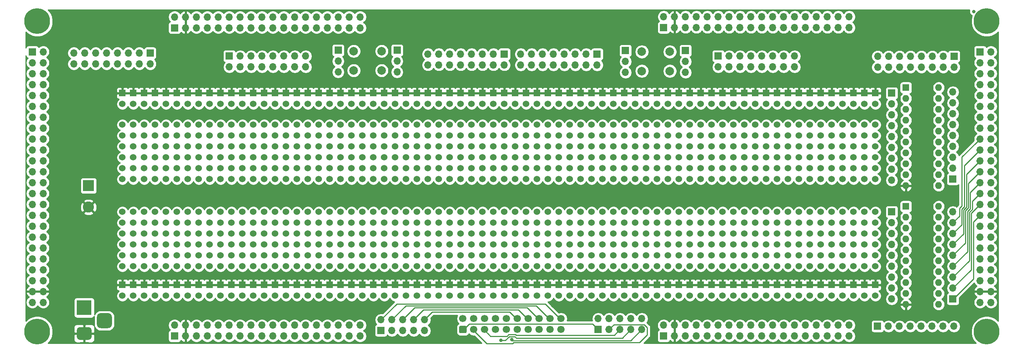
<source format=gbr>
%TF.GenerationSoftware,KiCad,Pcbnew,(5.1.10-1-10_14)*%
%TF.CreationDate,2021-09-26T00:15:31-04:00*%
%TF.ProjectId,prototype-board,70726f74-6f74-4797-9065-2d626f617264,rev?*%
%TF.SameCoordinates,Original*%
%TF.FileFunction,Copper,L2,Bot*%
%TF.FilePolarity,Positive*%
%FSLAX46Y46*%
G04 Gerber Fmt 4.6, Leading zero omitted, Abs format (unit mm)*
G04 Created by KiCad (PCBNEW (5.1.10-1-10_14)) date 2021-09-26 00:15:31*
%MOMM*%
%LPD*%
G01*
G04 APERTURE LIST*
%TA.AperFunction,ComponentPad*%
%ADD10C,2.000000*%
%TD*%
%TA.AperFunction,ComponentPad*%
%ADD11O,1.700000X1.700000*%
%TD*%
%TA.AperFunction,ComponentPad*%
%ADD12R,1.700000X1.700000*%
%TD*%
%TA.AperFunction,ComponentPad*%
%ADD13C,1.700000*%
%TD*%
%TA.AperFunction,ComponentPad*%
%ADD14O,1.600000X1.600000*%
%TD*%
%TA.AperFunction,ComponentPad*%
%ADD15R,1.600000X1.600000*%
%TD*%
%TA.AperFunction,ComponentPad*%
%ADD16C,6.000000*%
%TD*%
%TA.AperFunction,ComponentPad*%
%ADD17C,0.800000*%
%TD*%
%TA.AperFunction,ComponentPad*%
%ADD18C,2.600000*%
%TD*%
%TA.AperFunction,ComponentPad*%
%ADD19R,2.600000X2.600000*%
%TD*%
%TA.AperFunction,ComponentPad*%
%ADD20R,3.500000X3.500000*%
%TD*%
%TA.AperFunction,ComponentPad*%
%ADD21R,1.524000X1.524000*%
%TD*%
%TA.AperFunction,ComponentPad*%
%ADD22C,1.524000*%
%TD*%
%TA.AperFunction,ViaPad*%
%ADD23C,0.800000*%
%TD*%
%TA.AperFunction,Conductor*%
%ADD24C,0.250000*%
%TD*%
%TA.AperFunction,Conductor*%
%ADD25C,0.254000*%
%TD*%
%TA.AperFunction,Conductor*%
%ADD26C,0.100000*%
%TD*%
G04 APERTURE END LIST*
D10*
%TO.P,SW2,1*%
%TO.N,Net-(J25-Pad1)*%
X208430000Y-65278000D03*
%TO.P,SW2,2*%
%TO.N,Net-(J26-Pad1)*%
X208430000Y-69778000D03*
%TO.P,SW2,1*%
%TO.N,Net-(J25-Pad1)*%
X201930000Y-65278000D03*
%TO.P,SW2,2*%
%TO.N,Net-(J26-Pad1)*%
X201930000Y-69778000D03*
%TD*%
%TO.P,SW1,1*%
%TO.N,Net-(J20-Pad1)*%
X141370000Y-65144000D03*
%TO.P,SW1,2*%
%TO.N,Net-(J19-Pad1)*%
X141370000Y-69644000D03*
%TO.P,SW1,1*%
%TO.N,Net-(J20-Pad1)*%
X134870000Y-65144000D03*
%TO.P,SW1,2*%
%TO.N,Net-(J19-Pad1)*%
X134870000Y-69644000D03*
%TD*%
D11*
%TO.P,J26,3*%
%TO.N,Net-(J26-Pad1)*%
X212090000Y-70104000D03*
%TO.P,J26,2*%
X212090000Y-67564000D03*
D12*
%TO.P,J26,1*%
X212090000Y-65024000D03*
%TD*%
D11*
%TO.P,J25,3*%
%TO.N,Net-(J25-Pad1)*%
X198120000Y-70104000D03*
%TO.P,J25,2*%
X198120000Y-67564000D03*
D12*
%TO.P,J25,1*%
X198120000Y-65024000D03*
%TD*%
D11*
%TO.P,J20,3*%
%TO.N,Net-(J20-Pad1)*%
X131242000Y-70016000D03*
%TO.P,J20,2*%
X131242000Y-67476000D03*
D12*
%TO.P,J20,1*%
X131242000Y-64936000D03*
%TD*%
D11*
%TO.P,J19,3*%
%TO.N,Net-(J19-Pad1)*%
X144958000Y-70016000D03*
%TO.P,J19,2*%
X144958000Y-67476000D03*
D12*
%TO.P,J19,1*%
X144958000Y-64936000D03*
%TD*%
D11*
%TO.P,J24,8*%
%TO.N,Net-(J13-Pad8)*%
X274574000Y-129286000D03*
%TO.P,J24,7*%
%TO.N,Net-(J13-Pad7)*%
X272034000Y-129286000D03*
%TO.P,J24,6*%
%TO.N,Net-(J13-Pad6)*%
X269494000Y-129286000D03*
%TO.P,J24,5*%
%TO.N,Net-(J13-Pad5)*%
X266954000Y-129286000D03*
%TO.P,J24,4*%
%TO.N,Net-(J13-Pad4)*%
X264414000Y-129286000D03*
%TO.P,J24,3*%
%TO.N,Net-(J13-Pad3)*%
X261874000Y-129286000D03*
%TO.P,J24,2*%
%TO.N,Net-(J13-Pad2)*%
X259334000Y-129286000D03*
D12*
%TO.P,J24,1*%
%TO.N,Net-(J13-Pad1)*%
X256794000Y-129286000D03*
%TD*%
D11*
%TO.P,J23,10*%
%TO.N,Net-(J21-Pad11)*%
X201930000Y-127508000D03*
%TO.P,J23,9*%
%TO.N,Net-(J21-Pad9)*%
X201930000Y-130048000D03*
%TO.P,J23,8*%
%TO.N,Net-(J21-Pad13)*%
X199390000Y-127508000D03*
%TO.P,J23,7*%
%TO.N,Net-(J21-Pad7)*%
X199390000Y-130048000D03*
%TO.P,J23,6*%
%TO.N,Net-(J21-Pad15)*%
X196850000Y-127508000D03*
%TO.P,J23,5*%
%TO.N,Net-(J21-Pad5)*%
X196850000Y-130048000D03*
%TO.P,J23,4*%
%TO.N,Net-(J21-Pad17)*%
X194310000Y-127508000D03*
%TO.P,J23,3*%
%TO.N,Net-(J21-Pad3)*%
X194310000Y-130048000D03*
%TO.P,J23,2*%
%TO.N,Net-(J21-Pad19)*%
X191770000Y-127508000D03*
D12*
%TO.P,J23,1*%
%TO.N,Net-(J21-Pad1)*%
X191770000Y-130048000D03*
%TD*%
D11*
%TO.P,J22,10*%
%TO.N,Net-(J21-Pad12)*%
X151384000Y-127762000D03*
%TO.P,J22,9*%
%TO.N,Net-(J21-Pad10)*%
X151384000Y-130302000D03*
%TO.P,J22,8*%
%TO.N,Net-(J21-Pad14)*%
X148844000Y-127762000D03*
%TO.P,J22,7*%
%TO.N,Net-(J21-Pad8)*%
X148844000Y-130302000D03*
%TO.P,J22,6*%
%TO.N,Net-(J21-Pad16)*%
X146304000Y-127762000D03*
%TO.P,J22,5*%
%TO.N,Net-(J21-Pad6)*%
X146304000Y-130302000D03*
%TO.P,J22,4*%
%TO.N,Net-(J21-Pad18)*%
X143764000Y-127762000D03*
%TO.P,J22,3*%
%TO.N,Net-(J21-Pad4)*%
X143764000Y-130302000D03*
%TO.P,J22,2*%
%TO.N,Net-(J21-Pad20)*%
X141224000Y-127762000D03*
D12*
%TO.P,J22,1*%
%TO.N,Net-(J21-Pad2)*%
X141224000Y-130302000D03*
%TD*%
D13*
%TO.P,J21,20*%
%TO.N,Net-(J21-Pad20)*%
X183134000Y-127508000D03*
%TO.P,J21,18*%
%TO.N,Net-(J21-Pad18)*%
X180594000Y-127508000D03*
%TO.P,J21,16*%
%TO.N,Net-(J21-Pad16)*%
X178054000Y-127508000D03*
%TO.P,J21,14*%
%TO.N,Net-(J21-Pad14)*%
X175514000Y-127508000D03*
%TO.P,J21,12*%
%TO.N,Net-(J21-Pad12)*%
X172974000Y-127508000D03*
%TO.P,J21,10*%
%TO.N,Net-(J21-Pad10)*%
X170434000Y-127508000D03*
%TO.P,J21,8*%
%TO.N,Net-(J21-Pad8)*%
X167894000Y-127508000D03*
%TO.P,J21,6*%
%TO.N,Net-(J21-Pad6)*%
X165354000Y-127508000D03*
%TO.P,J21,4*%
%TO.N,Net-(J21-Pad4)*%
X162814000Y-127508000D03*
%TO.P,J21,2*%
%TO.N,Net-(J21-Pad2)*%
X160274000Y-127508000D03*
%TO.P,J21,19*%
%TO.N,Net-(J21-Pad19)*%
X183134000Y-130048000D03*
%TO.P,J21,17*%
%TO.N,Net-(J21-Pad17)*%
X180594000Y-130048000D03*
%TO.P,J21,15*%
%TO.N,Net-(J21-Pad15)*%
X178054000Y-130048000D03*
%TO.P,J21,13*%
%TO.N,Net-(J21-Pad13)*%
X175514000Y-130048000D03*
%TO.P,J21,11*%
%TO.N,Net-(J21-Pad11)*%
X172974000Y-130048000D03*
%TO.P,J21,9*%
%TO.N,Net-(J21-Pad9)*%
X170434000Y-130048000D03*
%TO.P,J21,7*%
%TO.N,Net-(J21-Pad7)*%
X167894000Y-130048000D03*
%TO.P,J21,5*%
%TO.N,Net-(J21-Pad5)*%
X165354000Y-130048000D03*
%TO.P,J21,3*%
%TO.N,Net-(J21-Pad3)*%
X162814000Y-130048000D03*
%TO.P,J21,1*%
%TO.N,Net-(J21-Pad1)*%
%TA.AperFunction,ComponentPad*%
G36*
G01*
X160874000Y-130898000D02*
X159674000Y-130898000D01*
G75*
G02*
X159424000Y-130648000I0J250000D01*
G01*
X159424000Y-129448000D01*
G75*
G02*
X159674000Y-129198000I250000J0D01*
G01*
X160874000Y-129198000D01*
G75*
G02*
X161124000Y-129448000I0J-250000D01*
G01*
X161124000Y-130648000D01*
G75*
G02*
X160874000Y-130898000I-250000J0D01*
G01*
G37*
%TD.AperFunction*%
%TD*%
D14*
%TO.P,U68,20*%
%TO.N,VCC*%
X271018000Y-73660000D03*
%TO.P,U68,10*%
%TO.N,GND*%
X263398000Y-96520000D03*
%TO.P,U68,19*%
%TO.N,Net-(J11-Pad9)*%
X271018000Y-76200000D03*
%TO.P,U68,9*%
%TO.N,Net-(J10-Pad9)*%
X263398000Y-93980000D03*
%TO.P,U68,18*%
%TO.N,Net-(J11-Pad8)*%
X271018000Y-78740000D03*
%TO.P,U68,8*%
%TO.N,Net-(J10-Pad8)*%
X263398000Y-91440000D03*
%TO.P,U68,17*%
%TO.N,Net-(J11-Pad7)*%
X271018000Y-81280000D03*
%TO.P,U68,7*%
%TO.N,Net-(J10-Pad7)*%
X263398000Y-88900000D03*
%TO.P,U68,16*%
%TO.N,Net-(J11-Pad6)*%
X271018000Y-83820000D03*
%TO.P,U68,6*%
%TO.N,Net-(J10-Pad6)*%
X263398000Y-86360000D03*
%TO.P,U68,15*%
%TO.N,Net-(J11-Pad5)*%
X271018000Y-86360000D03*
%TO.P,U68,5*%
%TO.N,Net-(J10-Pad5)*%
X263398000Y-83820000D03*
%TO.P,U68,14*%
%TO.N,Net-(J11-Pad4)*%
X271018000Y-88900000D03*
%TO.P,U68,4*%
%TO.N,Net-(J10-Pad4)*%
X263398000Y-81280000D03*
%TO.P,U68,13*%
%TO.N,Net-(J11-Pad3)*%
X271018000Y-91440000D03*
%TO.P,U68,3*%
%TO.N,Net-(J10-Pad3)*%
X263398000Y-78740000D03*
%TO.P,U68,12*%
%TO.N,Net-(J11-Pad2)*%
X271018000Y-93980000D03*
%TO.P,U68,2*%
%TO.N,Net-(J10-Pad2)*%
X263398000Y-76200000D03*
%TO.P,U68,11*%
%TO.N,Net-(J11-Pad1)*%
X271018000Y-96520000D03*
D15*
%TO.P,U68,1*%
%TO.N,Net-(J10-Pad1)*%
X263398000Y-73660000D03*
%TD*%
D14*
%TO.P,U39,20*%
%TO.N,VCC*%
X271018000Y-101346000D03*
%TO.P,U39,10*%
%TO.N,GND*%
X263398000Y-124206000D03*
%TO.P,U39,19*%
%TO.N,Net-(J13-Pad9)*%
X271018000Y-103886000D03*
%TO.P,U39,9*%
%TO.N,Net-(J12-Pad9)*%
X263398000Y-121666000D03*
%TO.P,U39,18*%
%TO.N,Net-(J13-Pad8)*%
X271018000Y-106426000D03*
%TO.P,U39,8*%
%TO.N,Net-(J12-Pad8)*%
X263398000Y-119126000D03*
%TO.P,U39,17*%
%TO.N,Net-(J13-Pad7)*%
X271018000Y-108966000D03*
%TO.P,U39,7*%
%TO.N,Net-(J12-Pad7)*%
X263398000Y-116586000D03*
%TO.P,U39,16*%
%TO.N,Net-(J13-Pad6)*%
X271018000Y-111506000D03*
%TO.P,U39,6*%
%TO.N,Net-(J12-Pad6)*%
X263398000Y-114046000D03*
%TO.P,U39,15*%
%TO.N,Net-(J13-Pad5)*%
X271018000Y-114046000D03*
%TO.P,U39,5*%
%TO.N,Net-(J12-Pad5)*%
X263398000Y-111506000D03*
%TO.P,U39,14*%
%TO.N,Net-(J13-Pad4)*%
X271018000Y-116586000D03*
%TO.P,U39,4*%
%TO.N,Net-(J12-Pad4)*%
X263398000Y-108966000D03*
%TO.P,U39,13*%
%TO.N,Net-(J13-Pad3)*%
X271018000Y-119126000D03*
%TO.P,U39,3*%
%TO.N,Net-(J12-Pad3)*%
X263398000Y-106426000D03*
%TO.P,U39,12*%
%TO.N,Net-(J13-Pad2)*%
X271018000Y-121666000D03*
%TO.P,U39,2*%
%TO.N,Net-(J12-Pad2)*%
X263398000Y-103886000D03*
%TO.P,U39,11*%
%TO.N,Net-(J13-Pad1)*%
X271018000Y-124206000D03*
D15*
%TO.P,U39,1*%
%TO.N,Net-(J12-Pad1)*%
X263398000Y-101346000D03*
%TD*%
D11*
%TO.P,J13,9*%
%TO.N,Net-(J13-Pad9)*%
X274320000Y-102616000D03*
%TO.P,J13,8*%
%TO.N,Net-(J13-Pad8)*%
X274320000Y-105156000D03*
%TO.P,J13,7*%
%TO.N,Net-(J13-Pad7)*%
X274320000Y-107696000D03*
%TO.P,J13,6*%
%TO.N,Net-(J13-Pad6)*%
X274320000Y-110236000D03*
%TO.P,J13,5*%
%TO.N,Net-(J13-Pad5)*%
X274320000Y-112776000D03*
%TO.P,J13,4*%
%TO.N,Net-(J13-Pad4)*%
X274320000Y-115316000D03*
%TO.P,J13,3*%
%TO.N,Net-(J13-Pad3)*%
X274320000Y-117856000D03*
%TO.P,J13,2*%
%TO.N,Net-(J13-Pad2)*%
X274320000Y-120396000D03*
D12*
%TO.P,J13,1*%
%TO.N,Net-(J13-Pad1)*%
X274320000Y-122936000D03*
%TD*%
D11*
%TO.P,J12,9*%
%TO.N,Net-(J12-Pad9)*%
X260096000Y-122936000D03*
%TO.P,J12,8*%
%TO.N,Net-(J12-Pad8)*%
X260096000Y-120396000D03*
%TO.P,J12,7*%
%TO.N,Net-(J12-Pad7)*%
X260096000Y-117856000D03*
%TO.P,J12,6*%
%TO.N,Net-(J12-Pad6)*%
X260096000Y-115316000D03*
%TO.P,J12,5*%
%TO.N,Net-(J12-Pad5)*%
X260096000Y-112776000D03*
%TO.P,J12,4*%
%TO.N,Net-(J12-Pad4)*%
X260096000Y-110236000D03*
%TO.P,J12,3*%
%TO.N,Net-(J12-Pad3)*%
X260096000Y-107696000D03*
%TO.P,J12,2*%
%TO.N,Net-(J12-Pad2)*%
X260096000Y-105156000D03*
D12*
%TO.P,J12,1*%
%TO.N,Net-(J12-Pad1)*%
X260096000Y-102616000D03*
%TD*%
D11*
%TO.P,J11,9*%
%TO.N,Net-(J11-Pad9)*%
X274320000Y-74676000D03*
%TO.P,J11,8*%
%TO.N,Net-(J11-Pad8)*%
X274320000Y-77216000D03*
%TO.P,J11,7*%
%TO.N,Net-(J11-Pad7)*%
X274320000Y-79756000D03*
%TO.P,J11,6*%
%TO.N,Net-(J11-Pad6)*%
X274320000Y-82296000D03*
%TO.P,J11,5*%
%TO.N,Net-(J11-Pad5)*%
X274320000Y-84836000D03*
%TO.P,J11,4*%
%TO.N,Net-(J11-Pad4)*%
X274320000Y-87376000D03*
%TO.P,J11,3*%
%TO.N,Net-(J11-Pad3)*%
X274320000Y-89916000D03*
%TO.P,J11,2*%
%TO.N,Net-(J11-Pad2)*%
X274320000Y-92456000D03*
D12*
%TO.P,J11,1*%
%TO.N,Net-(J11-Pad1)*%
X274320000Y-94996000D03*
%TD*%
D11*
%TO.P,J10,9*%
%TO.N,Net-(J10-Pad9)*%
X260096000Y-95250000D03*
%TO.P,J10,8*%
%TO.N,Net-(J10-Pad8)*%
X260096000Y-92710000D03*
%TO.P,J10,7*%
%TO.N,Net-(J10-Pad7)*%
X260096000Y-90170000D03*
%TO.P,J10,6*%
%TO.N,Net-(J10-Pad6)*%
X260096000Y-87630000D03*
%TO.P,J10,5*%
%TO.N,Net-(J10-Pad5)*%
X260096000Y-85090000D03*
%TO.P,J10,4*%
%TO.N,Net-(J10-Pad4)*%
X260096000Y-82550000D03*
%TO.P,J10,3*%
%TO.N,Net-(J10-Pad3)*%
X260096000Y-80010000D03*
%TO.P,J10,2*%
%TO.N,Net-(J10-Pad2)*%
X260096000Y-77470000D03*
D12*
%TO.P,J10,1*%
%TO.N,Net-(J10-Pad1)*%
X260096000Y-74930000D03*
%TD*%
D11*
%TO.P,J4,16*%
%TO.N,Net-(D25-Pad2)*%
X256826000Y-68894000D03*
%TO.P,J4,15*%
X256826000Y-66354000D03*
%TO.P,J4,14*%
%TO.N,Net-(D26-Pad2)*%
X259366000Y-68894000D03*
%TO.P,J4,13*%
X259366000Y-66354000D03*
%TO.P,J4,12*%
%TO.N,Net-(D27-Pad2)*%
X261906000Y-68894000D03*
%TO.P,J4,11*%
X261906000Y-66354000D03*
%TO.P,J4,10*%
%TO.N,Net-(D28-Pad2)*%
X264446000Y-68894000D03*
%TO.P,J4,9*%
X264446000Y-66354000D03*
%TO.P,J4,8*%
%TO.N,Net-(D29-Pad2)*%
X266986000Y-68894000D03*
%TO.P,J4,7*%
X266986000Y-66354000D03*
%TO.P,J4,6*%
%TO.N,Net-(D30-Pad2)*%
X269526000Y-68894000D03*
%TO.P,J4,5*%
X269526000Y-66354000D03*
%TO.P,J4,4*%
%TO.N,Net-(D31-Pad2)*%
X272066000Y-68894000D03*
%TO.P,J4,3*%
X272066000Y-66354000D03*
%TO.P,J4,2*%
%TO.N,Net-(D32-Pad2)*%
X274606000Y-68894000D03*
D12*
%TO.P,J4,1*%
X274606000Y-66354000D03*
%TD*%
%TO.P,J3,1*%
%TO.N,Net-(D24-Pad2)*%
X87496000Y-65582000D03*
D11*
%TO.P,J3,2*%
X87496000Y-68122000D03*
%TO.P,J3,3*%
%TO.N,Net-(D23-Pad2)*%
X84956000Y-65582000D03*
%TO.P,J3,4*%
X84956000Y-68122000D03*
%TO.P,J3,5*%
%TO.N,Net-(D22-Pad2)*%
X82416000Y-65582000D03*
%TO.P,J3,6*%
X82416000Y-68122000D03*
%TO.P,J3,7*%
%TO.N,Net-(D21-Pad2)*%
X79876000Y-65582000D03*
%TO.P,J3,8*%
X79876000Y-68122000D03*
%TO.P,J3,9*%
%TO.N,Net-(D20-Pad2)*%
X77336000Y-65582000D03*
%TO.P,J3,10*%
X77336000Y-68122000D03*
%TO.P,J3,11*%
%TO.N,Net-(D19-Pad2)*%
X74796000Y-65582000D03*
%TO.P,J3,12*%
X74796000Y-68122000D03*
%TO.P,J3,13*%
%TO.N,Net-(D18-Pad2)*%
X72256000Y-65582000D03*
%TO.P,J3,14*%
X72256000Y-68122000D03*
%TO.P,J3,15*%
%TO.N,Net-(D17-Pad2)*%
X69716000Y-65582000D03*
%TO.P,J3,16*%
X69716000Y-68122000D03*
%TD*%
D16*
%TO.P,REF\u002A\u002A,1*%
%TO.N,N/C*%
X282194000Y-58166000D03*
D17*
X284444000Y-58166000D03*
X283784990Y-59756990D03*
X282194000Y-60416000D03*
X280603010Y-59756990D03*
X279944000Y-58166000D03*
X280603010Y-56575010D03*
X282194000Y-55916000D03*
X283784990Y-56575010D03*
%TD*%
%TO.P,REF\u002A\u002A,1*%
%TO.N,N/C*%
X283784990Y-128965010D03*
X282194000Y-128306000D03*
X280603010Y-128965010D03*
X279944000Y-130556000D03*
X280603010Y-132146990D03*
X282194000Y-132806000D03*
X283784990Y-132146990D03*
X284444000Y-130556000D03*
D16*
X282194000Y-130556000D03*
%TD*%
%TO.P,REF\u002A\u002A,1*%
%TO.N,N/C*%
X61214000Y-130556000D03*
D17*
X63464000Y-130556000D03*
X62804990Y-132146990D03*
X61214000Y-132806000D03*
X59623010Y-132146990D03*
X58964000Y-130556000D03*
X59623010Y-128965010D03*
X61214000Y-128306000D03*
X62804990Y-128965010D03*
%TD*%
%TO.P,REF\u002A\u002A,1*%
%TO.N,N/C*%
X62804990Y-56575010D03*
X61214000Y-55916000D03*
X59623010Y-56575010D03*
X58964000Y-58166000D03*
X59623010Y-59756990D03*
X61214000Y-60416000D03*
X62804990Y-59756990D03*
X63464000Y-58166000D03*
D16*
X61214000Y-58166000D03*
%TD*%
D18*
%TO.P,J18,2*%
%TO.N,GND*%
X73152000Y-101520000D03*
D19*
%TO.P,J18,1*%
%TO.N,VCC*%
X73152000Y-96520000D03*
%TD*%
D11*
%TO.P,J17,16*%
%TO.N,Net-(J17-Pad15)*%
X123698000Y-68834000D03*
%TO.P,J17,15*%
X123698000Y-66294000D03*
%TO.P,J17,14*%
%TO.N,Net-(J17-Pad13)*%
X121158000Y-68834000D03*
%TO.P,J17,13*%
X121158000Y-66294000D03*
%TO.P,J17,12*%
%TO.N,Net-(J17-Pad11)*%
X118618000Y-68834000D03*
%TO.P,J17,11*%
X118618000Y-66294000D03*
%TO.P,J17,10*%
%TO.N,Net-(J17-Pad10)*%
X116078000Y-68834000D03*
%TO.P,J17,9*%
X116078000Y-66294000D03*
%TO.P,J17,8*%
%TO.N,Net-(J17-Pad7)*%
X113538000Y-68834000D03*
%TO.P,J17,7*%
X113538000Y-66294000D03*
%TO.P,J17,6*%
%TO.N,Net-(J17-Pad5)*%
X110998000Y-68834000D03*
%TO.P,J17,5*%
X110998000Y-66294000D03*
%TO.P,J17,4*%
%TO.N,Net-(J17-Pad3)*%
X108458000Y-68834000D03*
%TO.P,J17,3*%
X108458000Y-66294000D03*
%TO.P,J17,2*%
%TO.N,Net-(J17-Pad1)*%
X105918000Y-68834000D03*
D12*
%TO.P,J17,1*%
X105918000Y-66294000D03*
%TD*%
D11*
%TO.P,J16,16*%
%TO.N,Net-(J16-Pad15)*%
X237490000Y-68834000D03*
%TO.P,J16,15*%
X237490000Y-66294000D03*
%TO.P,J16,14*%
%TO.N,Net-(J16-Pad13)*%
X234950000Y-68834000D03*
%TO.P,J16,13*%
X234950000Y-66294000D03*
%TO.P,J16,12*%
%TO.N,Net-(J16-Pad11)*%
X232410000Y-68834000D03*
%TO.P,J16,11*%
X232410000Y-66294000D03*
%TO.P,J16,10*%
%TO.N,Net-(J16-Pad10)*%
X229870000Y-68834000D03*
%TO.P,J16,9*%
X229870000Y-66294000D03*
%TO.P,J16,8*%
%TO.N,Net-(J16-Pad7)*%
X227330000Y-68834000D03*
%TO.P,J16,7*%
X227330000Y-66294000D03*
%TO.P,J16,6*%
%TO.N,Net-(J16-Pad5)*%
X224790000Y-68834000D03*
%TO.P,J16,5*%
X224790000Y-66294000D03*
%TO.P,J16,4*%
%TO.N,Net-(J16-Pad3)*%
X222250000Y-68834000D03*
%TO.P,J16,3*%
X222250000Y-66294000D03*
%TO.P,J16,2*%
%TO.N,Net-(J16-Pad1)*%
X219710000Y-68834000D03*
D12*
%TO.P,J16,1*%
X219710000Y-66294000D03*
%TD*%
D11*
%TO.P,J15,36*%
%TO.N,Net-(J15-Pad35)*%
X136360000Y-57160000D03*
%TO.P,J15,35*%
X136360000Y-59700000D03*
%TO.P,J15,34*%
%TO.N,Net-(J15-Pad33)*%
X133820000Y-57160000D03*
%TO.P,J15,33*%
X133820000Y-59700000D03*
%TO.P,J15,32*%
%TO.N,Net-(J15-Pad31)*%
X131280000Y-57160000D03*
%TO.P,J15,31*%
X131280000Y-59700000D03*
%TO.P,J15,30*%
%TO.N,Net-(J15-Pad29)*%
X128740000Y-57160000D03*
%TO.P,J15,29*%
X128740000Y-59700000D03*
%TO.P,J15,28*%
%TO.N,Net-(J15-Pad27)*%
X126200000Y-57160000D03*
%TO.P,J15,27*%
X126200000Y-59700000D03*
%TO.P,J15,26*%
%TO.N,Net-(J15-Pad25)*%
X123660000Y-57160000D03*
%TO.P,J15,25*%
X123660000Y-59700000D03*
%TO.P,J15,24*%
%TO.N,Net-(J15-Pad23)*%
X121120000Y-57160000D03*
%TO.P,J15,23*%
X121120000Y-59700000D03*
%TO.P,J15,22*%
%TO.N,Net-(J15-Pad21)*%
X118580000Y-57160000D03*
%TO.P,J15,21*%
X118580000Y-59700000D03*
%TO.P,J15,20*%
%TO.N,Net-(J15-Pad19)*%
X116040000Y-57160000D03*
%TO.P,J15,19*%
X116040000Y-59700000D03*
%TO.P,J15,18*%
%TO.N,Net-(J15-Pad17)*%
X113500000Y-57160000D03*
%TO.P,J15,17*%
X113500000Y-59700000D03*
%TO.P,J15,16*%
%TO.N,Net-(J15-Pad15)*%
X110960000Y-57160000D03*
%TO.P,J15,15*%
X110960000Y-59700000D03*
%TO.P,J15,14*%
%TO.N,Net-(J15-Pad13)*%
X108420000Y-57160000D03*
%TO.P,J15,13*%
X108420000Y-59700000D03*
%TO.P,J15,12*%
%TO.N,Net-(J15-Pad11)*%
X105880000Y-57160000D03*
%TO.P,J15,11*%
X105880000Y-59700000D03*
%TO.P,J15,10*%
%TO.N,Net-(J15-Pad10)*%
X103340000Y-57160000D03*
%TO.P,J15,9*%
X103340000Y-59700000D03*
%TO.P,J15,8*%
%TO.N,Net-(J15-Pad7)*%
X100800000Y-57160000D03*
%TO.P,J15,7*%
X100800000Y-59700000D03*
%TO.P,J15,6*%
%TO.N,Net-(J15-Pad5)*%
X98260000Y-57160000D03*
%TO.P,J15,5*%
X98260000Y-59700000D03*
%TO.P,J15,4*%
%TO.N,GND*%
X95720000Y-57160000D03*
%TO.P,J15,3*%
X95720000Y-59700000D03*
%TO.P,J15,2*%
%TO.N,VCC*%
X93180000Y-57160000D03*
D12*
%TO.P,J15,1*%
X93180000Y-59700000D03*
%TD*%
D11*
%TO.P,J14,36*%
%TO.N,Net-(J14-Pad35)*%
X250190000Y-57110000D03*
%TO.P,J14,35*%
X250190000Y-59650000D03*
%TO.P,J14,34*%
%TO.N,Net-(J14-Pad33)*%
X247650000Y-57110000D03*
%TO.P,J14,33*%
X247650000Y-59650000D03*
%TO.P,J14,32*%
%TO.N,Net-(J14-Pad31)*%
X245110000Y-57110000D03*
%TO.P,J14,31*%
X245110000Y-59650000D03*
%TO.P,J14,30*%
%TO.N,Net-(J14-Pad29)*%
X242570000Y-57110000D03*
%TO.P,J14,29*%
X242570000Y-59650000D03*
%TO.P,J14,28*%
%TO.N,Net-(J14-Pad27)*%
X240030000Y-57110000D03*
%TO.P,J14,27*%
X240030000Y-59650000D03*
%TO.P,J14,26*%
%TO.N,Net-(J14-Pad25)*%
X237490000Y-57110000D03*
%TO.P,J14,25*%
X237490000Y-59650000D03*
%TO.P,J14,24*%
%TO.N,Net-(J14-Pad23)*%
X234950000Y-57110000D03*
%TO.P,J14,23*%
X234950000Y-59650000D03*
%TO.P,J14,22*%
%TO.N,Net-(J14-Pad21)*%
X232410000Y-57110000D03*
%TO.P,J14,21*%
X232410000Y-59650000D03*
%TO.P,J14,20*%
%TO.N,Net-(J14-Pad19)*%
X229870000Y-57110000D03*
%TO.P,J14,19*%
X229870000Y-59650000D03*
%TO.P,J14,18*%
%TO.N,Net-(J14-Pad17)*%
X227330000Y-57110000D03*
%TO.P,J14,17*%
X227330000Y-59650000D03*
%TO.P,J14,16*%
%TO.N,Net-(J14-Pad15)*%
X224790000Y-57110000D03*
%TO.P,J14,15*%
X224790000Y-59650000D03*
%TO.P,J14,14*%
%TO.N,Net-(J14-Pad13)*%
X222250000Y-57110000D03*
%TO.P,J14,13*%
X222250000Y-59650000D03*
%TO.P,J14,12*%
%TO.N,Net-(J14-Pad11)*%
X219710000Y-57110000D03*
%TO.P,J14,11*%
X219710000Y-59650000D03*
%TO.P,J14,10*%
%TO.N,Net-(J14-Pad10)*%
X217170000Y-57110000D03*
%TO.P,J14,9*%
X217170000Y-59650000D03*
%TO.P,J14,8*%
%TO.N,Net-(J14-Pad7)*%
X214630000Y-57110000D03*
%TO.P,J14,7*%
X214630000Y-59650000D03*
%TO.P,J14,6*%
%TO.N,Net-(J14-Pad5)*%
X212090000Y-57110000D03*
%TO.P,J14,5*%
X212090000Y-59650000D03*
%TO.P,J14,4*%
%TO.N,GND*%
X209550000Y-57110000D03*
%TO.P,J14,3*%
X209550000Y-59650000D03*
%TO.P,J14,2*%
%TO.N,VCC*%
X207010000Y-57110000D03*
D12*
%TO.P,J14,1*%
X207010000Y-59650000D03*
%TD*%
D11*
%TO.P,J6,36*%
%TO.N,Net-(J6-Pad35)*%
X136360000Y-129032000D03*
%TO.P,J6,35*%
X136360000Y-131572000D03*
%TO.P,J6,34*%
%TO.N,Net-(J6-Pad33)*%
X133820000Y-129032000D03*
%TO.P,J6,33*%
X133820000Y-131572000D03*
%TO.P,J6,32*%
%TO.N,Net-(J6-Pad31)*%
X131280000Y-129032000D03*
%TO.P,J6,31*%
X131280000Y-131572000D03*
%TO.P,J6,30*%
%TO.N,Net-(J6-Pad29)*%
X128740000Y-129032000D03*
%TO.P,J6,29*%
X128740000Y-131572000D03*
%TO.P,J6,28*%
%TO.N,Net-(J6-Pad27)*%
X126200000Y-129032000D03*
%TO.P,J6,27*%
X126200000Y-131572000D03*
%TO.P,J6,26*%
%TO.N,Net-(J6-Pad25)*%
X123660000Y-129032000D03*
%TO.P,J6,25*%
X123660000Y-131572000D03*
%TO.P,J6,24*%
%TO.N,Net-(J6-Pad23)*%
X121120000Y-129032000D03*
%TO.P,J6,23*%
X121120000Y-131572000D03*
%TO.P,J6,22*%
%TO.N,Net-(J6-Pad21)*%
X118580000Y-129032000D03*
%TO.P,J6,21*%
X118580000Y-131572000D03*
%TO.P,J6,20*%
%TO.N,Net-(J6-Pad19)*%
X116040000Y-129032000D03*
%TO.P,J6,19*%
X116040000Y-131572000D03*
%TO.P,J6,18*%
%TO.N,Net-(J6-Pad17)*%
X113500000Y-129032000D03*
%TO.P,J6,17*%
X113500000Y-131572000D03*
%TO.P,J6,16*%
%TO.N,Net-(J6-Pad15)*%
X110960000Y-129032000D03*
%TO.P,J6,15*%
X110960000Y-131572000D03*
%TO.P,J6,14*%
%TO.N,Net-(J6-Pad13)*%
X108420000Y-129032000D03*
%TO.P,J6,13*%
X108420000Y-131572000D03*
%TO.P,J6,12*%
%TO.N,Net-(J6-Pad11)*%
X105880000Y-129032000D03*
%TO.P,J6,11*%
X105880000Y-131572000D03*
%TO.P,J6,10*%
%TO.N,Net-(J6-Pad10)*%
X103340000Y-129032000D03*
%TO.P,J6,9*%
X103340000Y-131572000D03*
%TO.P,J6,8*%
%TO.N,Net-(J6-Pad7)*%
X100800000Y-129032000D03*
%TO.P,J6,7*%
X100800000Y-131572000D03*
%TO.P,J6,6*%
%TO.N,Net-(J6-Pad5)*%
X98260000Y-129032000D03*
%TO.P,J6,5*%
X98260000Y-131572000D03*
%TO.P,J6,4*%
%TO.N,GND*%
X95720000Y-129032000D03*
%TO.P,J6,3*%
X95720000Y-131572000D03*
%TO.P,J6,2*%
%TO.N,VCC*%
X93180000Y-129032000D03*
D12*
%TO.P,J6,1*%
X93180000Y-131572000D03*
%TD*%
D11*
%TO.P,J5,36*%
%TO.N,Net-(J5-Pad35)*%
X250180000Y-129032000D03*
%TO.P,J5,35*%
X250180000Y-131572000D03*
%TO.P,J5,34*%
%TO.N,Net-(J5-Pad33)*%
X247640000Y-129032000D03*
%TO.P,J5,33*%
X247640000Y-131572000D03*
%TO.P,J5,32*%
%TO.N,Net-(J5-Pad31)*%
X245100000Y-129032000D03*
%TO.P,J5,31*%
X245100000Y-131572000D03*
%TO.P,J5,30*%
%TO.N,Net-(J5-Pad29)*%
X242560000Y-129032000D03*
%TO.P,J5,29*%
X242560000Y-131572000D03*
%TO.P,J5,28*%
%TO.N,Net-(J5-Pad27)*%
X240020000Y-129032000D03*
%TO.P,J5,27*%
X240020000Y-131572000D03*
%TO.P,J5,26*%
%TO.N,Net-(J5-Pad25)*%
X237480000Y-129032000D03*
%TO.P,J5,25*%
X237480000Y-131572000D03*
%TO.P,J5,24*%
%TO.N,Net-(J5-Pad23)*%
X234940000Y-129032000D03*
%TO.P,J5,23*%
X234940000Y-131572000D03*
%TO.P,J5,22*%
%TO.N,Net-(J5-Pad21)*%
X232400000Y-129032000D03*
%TO.P,J5,21*%
X232400000Y-131572000D03*
%TO.P,J5,20*%
%TO.N,Net-(J5-Pad19)*%
X229860000Y-129032000D03*
%TO.P,J5,19*%
X229860000Y-131572000D03*
%TO.P,J5,18*%
%TO.N,Net-(J5-Pad17)*%
X227320000Y-129032000D03*
%TO.P,J5,17*%
X227320000Y-131572000D03*
%TO.P,J5,16*%
%TO.N,Net-(J5-Pad15)*%
X224780000Y-129032000D03*
%TO.P,J5,15*%
X224780000Y-131572000D03*
%TO.P,J5,14*%
%TO.N,Net-(J5-Pad13)*%
X222240000Y-129032000D03*
%TO.P,J5,13*%
X222240000Y-131572000D03*
%TO.P,J5,12*%
%TO.N,Net-(J5-Pad11)*%
X219700000Y-129032000D03*
%TO.P,J5,11*%
X219700000Y-131572000D03*
%TO.P,J5,10*%
%TO.N,Net-(J5-Pad10)*%
X217160000Y-129032000D03*
%TO.P,J5,9*%
X217160000Y-131572000D03*
%TO.P,J5,8*%
%TO.N,Net-(J5-Pad7)*%
X214620000Y-129032000D03*
%TO.P,J5,7*%
X214620000Y-131572000D03*
%TO.P,J5,6*%
%TO.N,Net-(J5-Pad5)*%
X212080000Y-129032000D03*
%TO.P,J5,5*%
X212080000Y-131572000D03*
%TO.P,J5,4*%
%TO.N,GND*%
X209540000Y-129032000D03*
%TO.P,J5,3*%
X209540000Y-131572000D03*
%TO.P,J5,2*%
%TO.N,VCC*%
X207000000Y-129032000D03*
D12*
%TO.P,J5,1*%
X207000000Y-131572000D03*
%TD*%
D11*
%TO.P,J9,48*%
%TO.N,VCC*%
X62600000Y-123706000D03*
%TO.P,J9,47*%
X60060000Y-123706000D03*
%TO.P,J9,46*%
%TO.N,GND*%
X62600000Y-121166000D03*
%TO.P,J9,45*%
X60060000Y-121166000D03*
%TO.P,J9,44*%
%TO.N,Net-(J9-Pad43)*%
X62600000Y-118626000D03*
%TO.P,J9,43*%
X60060000Y-118626000D03*
%TO.P,J9,42*%
%TO.N,Net-(J9-Pad41)*%
X62600000Y-116086000D03*
%TO.P,J9,41*%
X60060000Y-116086000D03*
%TO.P,J9,40*%
%TO.N,Net-(J9-Pad39)*%
X62600000Y-113546000D03*
%TO.P,J9,39*%
X60060000Y-113546000D03*
%TO.P,J9,38*%
%TO.N,Net-(J9-Pad37)*%
X62600000Y-111006000D03*
%TO.P,J9,37*%
X60060000Y-111006000D03*
%TO.P,J9,36*%
%TO.N,Net-(J9-Pad35)*%
X62600000Y-108466000D03*
%TO.P,J9,35*%
X60060000Y-108466000D03*
%TO.P,J9,34*%
%TO.N,Net-(J9-Pad33)*%
X62600000Y-105926000D03*
%TO.P,J9,33*%
X60060000Y-105926000D03*
%TO.P,J9,32*%
%TO.N,Net-(J9-Pad31)*%
X62600000Y-103386000D03*
%TO.P,J9,31*%
X60060000Y-103386000D03*
%TO.P,J9,30*%
%TO.N,Net-(J9-Pad29)*%
X62600000Y-100846000D03*
%TO.P,J9,29*%
X60060000Y-100846000D03*
%TO.P,J9,28*%
%TO.N,Net-(J9-Pad27)*%
X62600000Y-98306000D03*
%TO.P,J9,27*%
X60060000Y-98306000D03*
%TO.P,J9,26*%
%TO.N,Net-(J9-Pad25)*%
X62600000Y-95766000D03*
%TO.P,J9,25*%
X60060000Y-95766000D03*
%TO.P,J9,24*%
%TO.N,Net-(J9-Pad23)*%
X62600000Y-93226000D03*
%TO.P,J9,23*%
X60060000Y-93226000D03*
%TO.P,J9,22*%
%TO.N,Net-(J9-Pad21)*%
X62600000Y-90686000D03*
%TO.P,J9,21*%
X60060000Y-90686000D03*
%TO.P,J9,20*%
%TO.N,Net-(J9-Pad19)*%
X62600000Y-88146000D03*
%TO.P,J9,19*%
X60060000Y-88146000D03*
%TO.P,J9,18*%
%TO.N,Net-(J9-Pad17)*%
X62600000Y-85606000D03*
%TO.P,J9,17*%
X60060000Y-85606000D03*
%TO.P,J9,16*%
%TO.N,Net-(J9-Pad15)*%
X62600000Y-83066000D03*
%TO.P,J9,15*%
X60060000Y-83066000D03*
%TO.P,J9,14*%
%TO.N,Net-(J9-Pad13)*%
X62600000Y-80526000D03*
%TO.P,J9,13*%
X60060000Y-80526000D03*
%TO.P,J9,12*%
%TO.N,Net-(J9-Pad11)*%
X62600000Y-77986000D03*
%TO.P,J9,11*%
X60060000Y-77986000D03*
%TO.P,J9,10*%
%TO.N,Net-(J9-Pad10)*%
X62600000Y-75446000D03*
%TO.P,J9,9*%
X60060000Y-75446000D03*
%TO.P,J9,8*%
%TO.N,Net-(J9-Pad7)*%
X62600000Y-72906000D03*
%TO.P,J9,7*%
X60060000Y-72906000D03*
%TO.P,J9,6*%
%TO.N,Net-(J9-Pad5)*%
X62600000Y-70366000D03*
%TO.P,J9,5*%
X60060000Y-70366000D03*
%TO.P,J9,4*%
%TO.N,Net-(J9-Pad3)*%
X62600000Y-67826000D03*
%TO.P,J9,3*%
X60060000Y-67826000D03*
%TO.P,J9,2*%
%TO.N,Net-(J9-Pad1)*%
X62600000Y-65286000D03*
D12*
%TO.P,J9,1*%
X60060000Y-65286000D03*
%TD*%
D11*
%TO.P,J8,48*%
%TO.N,VCC*%
X283190000Y-123710000D03*
%TO.P,J8,47*%
X280650000Y-123710000D03*
%TO.P,J8,46*%
%TO.N,GND*%
X283190000Y-121170000D03*
%TO.P,J8,45*%
X280650000Y-121170000D03*
%TO.P,J8,44*%
%TO.N,Net-(J8-Pad43)*%
X283190000Y-118630000D03*
%TO.P,J8,43*%
X280650000Y-118630000D03*
%TO.P,J8,42*%
%TO.N,Net-(J8-Pad41)*%
X283190000Y-116090000D03*
%TO.P,J8,41*%
X280650000Y-116090000D03*
%TO.P,J8,40*%
%TO.N,Net-(J8-Pad39)*%
X283190000Y-113550000D03*
%TO.P,J8,39*%
X280650000Y-113550000D03*
%TO.P,J8,38*%
%TO.N,Net-(J8-Pad37)*%
X283190000Y-111010000D03*
%TO.P,J8,37*%
X280650000Y-111010000D03*
%TO.P,J8,36*%
%TO.N,Net-(J8-Pad35)*%
X283190000Y-108470000D03*
%TO.P,J8,35*%
X280650000Y-108470000D03*
%TO.P,J8,34*%
%TO.N,Net-(J8-Pad33)*%
X283190000Y-105930000D03*
%TO.P,J8,33*%
X280650000Y-105930000D03*
%TO.P,J8,32*%
%TO.N,Net-(J13-Pad1)*%
X283190000Y-103390000D03*
%TO.P,J8,31*%
X280650000Y-103390000D03*
%TO.P,J8,30*%
%TO.N,Net-(J13-Pad2)*%
X283190000Y-100850000D03*
%TO.P,J8,29*%
X280650000Y-100850000D03*
%TO.P,J8,28*%
%TO.N,Net-(J13-Pad3)*%
X283190000Y-98310000D03*
%TO.P,J8,27*%
X280650000Y-98310000D03*
%TO.P,J8,26*%
%TO.N,Net-(J13-Pad4)*%
X283190000Y-95770000D03*
%TO.P,J8,25*%
X280650000Y-95770000D03*
%TO.P,J8,24*%
%TO.N,Net-(J13-Pad5)*%
X283190000Y-93230000D03*
%TO.P,J8,23*%
X280650000Y-93230000D03*
%TO.P,J8,22*%
%TO.N,Net-(J13-Pad6)*%
X283190000Y-90690000D03*
%TO.P,J8,21*%
X280650000Y-90690000D03*
%TO.P,J8,20*%
%TO.N,Net-(J13-Pad7)*%
X283190000Y-88150000D03*
%TO.P,J8,19*%
X280650000Y-88150000D03*
%TO.P,J8,18*%
%TO.N,Net-(J13-Pad8)*%
X283190000Y-85610000D03*
%TO.P,J8,17*%
X280650000Y-85610000D03*
%TO.P,J8,16*%
%TO.N,Net-(J11-Pad1)*%
X283190000Y-83070000D03*
%TO.P,J8,15*%
X280650000Y-83070000D03*
%TO.P,J8,14*%
%TO.N,Net-(J11-Pad2)*%
X283190000Y-80530000D03*
%TO.P,J8,13*%
X280650000Y-80530000D03*
%TO.P,J8,12*%
%TO.N,Net-(J11-Pad3)*%
X283190000Y-77990000D03*
%TO.P,J8,11*%
X280650000Y-77990000D03*
%TO.P,J8,10*%
%TO.N,Net-(J11-Pad4)*%
X283190000Y-75450000D03*
%TO.P,J8,9*%
X280650000Y-75450000D03*
%TO.P,J8,8*%
%TO.N,Net-(J11-Pad5)*%
X283190000Y-72910000D03*
%TO.P,J8,7*%
X280650000Y-72910000D03*
%TO.P,J8,6*%
%TO.N,Net-(J11-Pad6)*%
X283190000Y-70370000D03*
%TO.P,J8,5*%
X280650000Y-70370000D03*
%TO.P,J8,4*%
%TO.N,Net-(J11-Pad7)*%
X283190000Y-67830000D03*
%TO.P,J8,3*%
X280650000Y-67830000D03*
%TO.P,J8,2*%
%TO.N,Net-(J11-Pad8)*%
X283190000Y-65290000D03*
D12*
%TO.P,J8,1*%
X280650000Y-65290000D03*
%TD*%
%TO.P,J7,3*%
%TO.N,N/C*%
%TA.AperFunction,ComponentPad*%
G36*
G01*
X77711000Y-129718000D02*
X75961000Y-129718000D01*
G75*
G02*
X75086000Y-128843000I0J875000D01*
G01*
X75086000Y-127093000D01*
G75*
G02*
X75961000Y-126218000I875000J0D01*
G01*
X77711000Y-126218000D01*
G75*
G02*
X78586000Y-127093000I0J-875000D01*
G01*
X78586000Y-128843000D01*
G75*
G02*
X77711000Y-129718000I-875000J0D01*
G01*
G37*
%TD.AperFunction*%
%TO.P,J7,2*%
%TO.N,GND*%
%TA.AperFunction,ComponentPad*%
G36*
G01*
X73136000Y-132468000D02*
X71136000Y-132468000D01*
G75*
G02*
X70386000Y-131718000I0J750000D01*
G01*
X70386000Y-130218000D01*
G75*
G02*
X71136000Y-129468000I750000J0D01*
G01*
X73136000Y-129468000D01*
G75*
G02*
X73886000Y-130218000I0J-750000D01*
G01*
X73886000Y-131718000D01*
G75*
G02*
X73136000Y-132468000I-750000J0D01*
G01*
G37*
%TD.AperFunction*%
D20*
%TO.P,J7,1*%
%TO.N,VCC*%
X72136000Y-124968000D03*
%TD*%
D11*
%TO.P,J2,16*%
%TO.N,Net-(D9-Pad2)*%
X173736000Y-68376000D03*
%TO.P,J2,15*%
X173736000Y-65836000D03*
%TO.P,J2,14*%
%TO.N,Net-(D10-Pad2)*%
X176276000Y-68376000D03*
%TO.P,J2,13*%
X176276000Y-65836000D03*
%TO.P,J2,12*%
%TO.N,Net-(D11-Pad2)*%
X178816000Y-68376000D03*
%TO.P,J2,11*%
X178816000Y-65836000D03*
%TO.P,J2,10*%
%TO.N,Net-(D12-Pad2)*%
X181356000Y-68376000D03*
%TO.P,J2,9*%
X181356000Y-65836000D03*
%TO.P,J2,8*%
%TO.N,Net-(D13-Pad2)*%
X183896000Y-68376000D03*
%TO.P,J2,7*%
X183896000Y-65836000D03*
%TO.P,J2,6*%
%TO.N,Net-(D14-Pad2)*%
X186436000Y-68376000D03*
%TO.P,J2,5*%
X186436000Y-65836000D03*
%TO.P,J2,4*%
%TO.N,Net-(D15-Pad2)*%
X188976000Y-68376000D03*
%TO.P,J2,3*%
X188976000Y-65836000D03*
%TO.P,J2,2*%
%TO.N,Net-(D16-Pad2)*%
X191516000Y-68376000D03*
D12*
%TO.P,J2,1*%
X191516000Y-65836000D03*
%TD*%
D11*
%TO.P,J1,16*%
%TO.N,Net-(D1-Pad2)*%
X152146000Y-68366000D03*
%TO.P,J1,15*%
X152146000Y-65826000D03*
%TO.P,J1,14*%
%TO.N,Net-(D2-Pad2)*%
X154686000Y-68366000D03*
%TO.P,J1,13*%
X154686000Y-65826000D03*
%TO.P,J1,12*%
%TO.N,Net-(D3-Pad2)*%
X157226000Y-68366000D03*
%TO.P,J1,11*%
X157226000Y-65826000D03*
%TO.P,J1,10*%
%TO.N,Net-(D4-Pad2)*%
X159766000Y-68366000D03*
%TO.P,J1,9*%
X159766000Y-65826000D03*
%TO.P,J1,8*%
%TO.N,Net-(D5-Pad2)*%
X162306000Y-68366000D03*
%TO.P,J1,7*%
X162306000Y-65826000D03*
%TO.P,J1,6*%
%TO.N,Net-(D6-Pad2)*%
X164846000Y-68366000D03*
%TO.P,J1,5*%
X164846000Y-65826000D03*
%TO.P,J1,4*%
%TO.N,Net-(D7-Pad2)*%
X167386000Y-68366000D03*
%TO.P,J1,3*%
X167386000Y-65826000D03*
%TO.P,J1,2*%
%TO.N,Net-(D8-Pad2)*%
X169926000Y-68366000D03*
D12*
%TO.P,J1,1*%
X169926000Y-65826000D03*
%TD*%
D21*
%TO.P,U3,-*%
%TO.N,GND*%
X149606000Y-74930000D03*
D22*
%TO.P,U3,+*%
%TO.N,VCC*%
X96266000Y-77470000D03*
X93726000Y-77470000D03*
D21*
%TO.P,U3,-*%
%TO.N,GND*%
X126746000Y-74930000D03*
X103886000Y-74930000D03*
D22*
%TO.P,U3,+*%
%TO.N,VCC*%
X103886000Y-77470000D03*
D21*
%TO.P,U3,-*%
%TO.N,GND*%
X124206000Y-74930000D03*
X88646000Y-74930000D03*
D22*
%TO.P,U3,+*%
%TO.N,VCC*%
X141986000Y-77470000D03*
X139446000Y-77470000D03*
D21*
%TO.P,U3,-*%
%TO.N,GND*%
X147066000Y-74930000D03*
D22*
%TO.P,U3,+*%
%TO.N,VCC*%
X149606000Y-77470000D03*
D21*
%TO.P,U3,-*%
%TO.N,GND*%
X144526000Y-74930000D03*
X108966000Y-74930000D03*
X152146000Y-74930000D03*
D22*
%TO.P,U3,+*%
%TO.N,VCC*%
X152146000Y-77470000D03*
D21*
%TO.P,U3,-*%
%TO.N,GND*%
X121666000Y-74930000D03*
X136906000Y-74930000D03*
X141986000Y-74930000D03*
D22*
%TO.P,U3,+*%
%TO.N,VCC*%
X136906000Y-77470000D03*
X134366000Y-77470000D03*
D21*
%TO.P,U3,-*%
%TO.N,GND*%
X131826000Y-74930000D03*
D22*
%TO.P,U3,+*%
%TO.N,VCC*%
X131826000Y-77470000D03*
D21*
%TO.P,U3,-*%
%TO.N,GND*%
X134366000Y-74930000D03*
D22*
%TO.P,U3,+*%
%TO.N,VCC*%
X114046000Y-77470000D03*
X129286000Y-77470000D03*
X98806000Y-77470000D03*
X116586000Y-77470000D03*
X121666000Y-77470000D03*
D21*
%TO.P,U3,-*%
%TO.N,GND*%
X114046000Y-74930000D03*
D22*
%TO.P,U3,+*%
%TO.N,VCC*%
X119126000Y-77470000D03*
D21*
%TO.P,U3,-*%
%TO.N,GND*%
X111506000Y-74930000D03*
D22*
%TO.P,U3,+*%
%TO.N,VCC*%
X106426000Y-77470000D03*
X126746000Y-77470000D03*
X147066000Y-77470000D03*
X144526000Y-77470000D03*
D21*
%TO.P,U3,-*%
%TO.N,GND*%
X139446000Y-74930000D03*
D22*
%TO.P,U3,+*%
%TO.N,VCC*%
X108966000Y-77470000D03*
D21*
%TO.P,U3,-*%
%TO.N,GND*%
X129286000Y-74930000D03*
X101346000Y-74930000D03*
D22*
%TO.P,U3,+*%
%TO.N,VCC*%
X101346000Y-77470000D03*
D21*
%TO.P,U3,-*%
%TO.N,GND*%
X98806000Y-74930000D03*
D22*
%TO.P,U3,+*%
%TO.N,VCC*%
X91186000Y-77470000D03*
X88646000Y-77470000D03*
D21*
%TO.P,U3,-*%
%TO.N,GND*%
X96266000Y-74930000D03*
X93726000Y-74930000D03*
X106426000Y-74930000D03*
X83566000Y-74930000D03*
X86106000Y-74930000D03*
X91186000Y-74930000D03*
D22*
%TO.P,U3,+*%
%TO.N,VCC*%
X86106000Y-77470000D03*
X83566000Y-77470000D03*
D21*
%TO.P,U3,-*%
%TO.N,GND*%
X81026000Y-74930000D03*
D22*
%TO.P,U3,+*%
%TO.N,VCC*%
X81026000Y-77470000D03*
D21*
%TO.P,U3,-*%
%TO.N,GND*%
X154686000Y-74930000D03*
D22*
%TO.P,U3,+*%
%TO.N,VCC*%
X154686000Y-77470000D03*
D21*
%TO.P,U3,-*%
%TO.N,GND*%
X116586000Y-74930000D03*
D22*
%TO.P,U3,+*%
%TO.N,VCC*%
X124206000Y-77470000D03*
X111506000Y-77470000D03*
D21*
%TO.P,U3,-*%
%TO.N,GND*%
X119126000Y-74930000D03*
X200406000Y-74930000D03*
X177546000Y-74930000D03*
X175006000Y-74930000D03*
D22*
%TO.P,U3,+*%
%TO.N,VCC*%
X192786000Y-77470000D03*
X190246000Y-77470000D03*
D21*
%TO.P,U3,-*%
%TO.N,GND*%
X197866000Y-74930000D03*
D22*
%TO.P,U3,+*%
%TO.N,VCC*%
X200406000Y-77470000D03*
D21*
%TO.P,U3,-*%
%TO.N,GND*%
X195326000Y-74930000D03*
X159766000Y-74930000D03*
X202946000Y-74930000D03*
D22*
%TO.P,U3,+*%
%TO.N,VCC*%
X202946000Y-77470000D03*
D21*
%TO.P,U3,-*%
%TO.N,GND*%
X172466000Y-74930000D03*
X187706000Y-74930000D03*
X192786000Y-74930000D03*
D22*
%TO.P,U3,+*%
%TO.N,VCC*%
X187706000Y-77470000D03*
X185166000Y-77470000D03*
D21*
%TO.P,U3,-*%
%TO.N,GND*%
X182626000Y-74930000D03*
D22*
%TO.P,U3,+*%
%TO.N,VCC*%
X182626000Y-77470000D03*
D21*
%TO.P,U3,-*%
%TO.N,GND*%
X185166000Y-74930000D03*
D22*
%TO.P,U3,+*%
%TO.N,VCC*%
X164846000Y-77470000D03*
X180086000Y-77470000D03*
X167386000Y-77470000D03*
X172466000Y-77470000D03*
D21*
%TO.P,U3,-*%
%TO.N,GND*%
X164846000Y-74930000D03*
D22*
%TO.P,U3,+*%
%TO.N,VCC*%
X169926000Y-77470000D03*
D21*
%TO.P,U3,-*%
%TO.N,GND*%
X162306000Y-74930000D03*
D22*
%TO.P,U3,+*%
%TO.N,VCC*%
X157226000Y-77470000D03*
X177546000Y-77470000D03*
X197866000Y-77470000D03*
X195326000Y-77470000D03*
D21*
%TO.P,U3,-*%
%TO.N,GND*%
X190246000Y-74930000D03*
D22*
%TO.P,U3,+*%
%TO.N,VCC*%
X159766000Y-77470000D03*
D21*
%TO.P,U3,-*%
%TO.N,GND*%
X180086000Y-74930000D03*
X157226000Y-74930000D03*
X205486000Y-74930000D03*
D22*
%TO.P,U3,+*%
%TO.N,VCC*%
X205486000Y-77470000D03*
D21*
%TO.P,U3,-*%
%TO.N,GND*%
X167386000Y-74930000D03*
D22*
%TO.P,U3,+*%
%TO.N,VCC*%
X175006000Y-77470000D03*
X162306000Y-77470000D03*
D21*
%TO.P,U3,-*%
%TO.N,GND*%
X169926000Y-74930000D03*
X225806000Y-74930000D03*
D22*
%TO.P,U3,+*%
%TO.N,VCC*%
X218186000Y-77470000D03*
X215646000Y-77470000D03*
D21*
%TO.P,U3,-*%
%TO.N,GND*%
X223266000Y-74930000D03*
D22*
%TO.P,U3,+*%
%TO.N,VCC*%
X225806000Y-77470000D03*
D21*
%TO.P,U3,-*%
%TO.N,GND*%
X220726000Y-74930000D03*
X228346000Y-74930000D03*
D22*
%TO.P,U3,+*%
%TO.N,VCC*%
X228346000Y-77470000D03*
D21*
%TO.P,U3,-*%
%TO.N,GND*%
X213106000Y-74930000D03*
X218186000Y-74930000D03*
D22*
%TO.P,U3,+*%
%TO.N,VCC*%
X213106000Y-77470000D03*
X210566000Y-77470000D03*
D21*
%TO.P,U3,-*%
%TO.N,GND*%
X208026000Y-74930000D03*
D22*
%TO.P,U3,+*%
%TO.N,VCC*%
X208026000Y-77470000D03*
D21*
%TO.P,U3,-*%
%TO.N,GND*%
X210566000Y-74930000D03*
D22*
%TO.P,U3,+*%
%TO.N,VCC*%
X223266000Y-77470000D03*
X220726000Y-77470000D03*
D21*
%TO.P,U3,-*%
%TO.N,GND*%
X215646000Y-74930000D03*
X230886000Y-74930000D03*
D22*
%TO.P,U3,+*%
%TO.N,VCC*%
X230886000Y-77470000D03*
X235966000Y-77470000D03*
D21*
%TO.P,U3,-*%
%TO.N,GND*%
X233426000Y-74930000D03*
D22*
%TO.P,U3,+*%
%TO.N,VCC*%
X233426000Y-77470000D03*
D21*
%TO.P,U3,-*%
%TO.N,GND*%
X235966000Y-74930000D03*
X241046000Y-74930000D03*
X238506000Y-74930000D03*
D22*
%TO.P,U3,+*%
%TO.N,VCC*%
X241046000Y-77470000D03*
D21*
%TO.P,U3,-*%
%TO.N,GND*%
X243586000Y-74930000D03*
D22*
%TO.P,U3,+*%
%TO.N,VCC*%
X243586000Y-77470000D03*
X238506000Y-77470000D03*
D21*
%TO.P,U3,-*%
%TO.N,GND*%
X246126000Y-74930000D03*
D22*
%TO.P,U3,+*%
%TO.N,VCC*%
X246126000Y-77470000D03*
D21*
%TO.P,U3,-*%
%TO.N,GND*%
X248666000Y-74930000D03*
D22*
%TO.P,U3,+*%
%TO.N,VCC*%
X248666000Y-77470000D03*
D21*
%TO.P,U3,-*%
%TO.N,GND*%
X251206000Y-74930000D03*
D22*
%TO.P,U3,+*%
%TO.N,VCC*%
X251206000Y-77470000D03*
D21*
%TO.P,U3,-*%
%TO.N,GND*%
X253746000Y-74930000D03*
D22*
%TO.P,U3,+*%
%TO.N,VCC*%
X253746000Y-77470000D03*
D21*
%TO.P,U3,-*%
%TO.N,GND*%
X256286000Y-74930000D03*
D22*
%TO.P,U3,+*%
%TO.N,VCC*%
X256286000Y-77470000D03*
%TD*%
D21*
%TO.P,U2,-*%
%TO.N,GND*%
X149606000Y-119634000D03*
D22*
%TO.P,U2,+*%
%TO.N,VCC*%
X96266000Y-122174000D03*
X93726000Y-122174000D03*
D21*
%TO.P,U2,-*%
%TO.N,GND*%
X126746000Y-119634000D03*
X103886000Y-119634000D03*
D22*
%TO.P,U2,+*%
%TO.N,VCC*%
X103886000Y-122174000D03*
D21*
%TO.P,U2,-*%
%TO.N,GND*%
X124206000Y-119634000D03*
X88646000Y-119634000D03*
D22*
%TO.P,U2,+*%
%TO.N,VCC*%
X141986000Y-122174000D03*
X139446000Y-122174000D03*
D21*
%TO.P,U2,-*%
%TO.N,GND*%
X147066000Y-119634000D03*
D22*
%TO.P,U2,+*%
%TO.N,VCC*%
X149606000Y-122174000D03*
D21*
%TO.P,U2,-*%
%TO.N,GND*%
X144526000Y-119634000D03*
X108966000Y-119634000D03*
X152146000Y-119634000D03*
D22*
%TO.P,U2,+*%
%TO.N,VCC*%
X152146000Y-122174000D03*
D21*
%TO.P,U2,-*%
%TO.N,GND*%
X121666000Y-119634000D03*
X136906000Y-119634000D03*
X141986000Y-119634000D03*
D22*
%TO.P,U2,+*%
%TO.N,VCC*%
X136906000Y-122174000D03*
X134366000Y-122174000D03*
D21*
%TO.P,U2,-*%
%TO.N,GND*%
X131826000Y-119634000D03*
D22*
%TO.P,U2,+*%
%TO.N,VCC*%
X131826000Y-122174000D03*
D21*
%TO.P,U2,-*%
%TO.N,GND*%
X134366000Y-119634000D03*
D22*
%TO.P,U2,+*%
%TO.N,VCC*%
X114046000Y-122174000D03*
X129286000Y-122174000D03*
X98806000Y-122174000D03*
X116586000Y-122174000D03*
X121666000Y-122174000D03*
D21*
%TO.P,U2,-*%
%TO.N,GND*%
X114046000Y-119634000D03*
D22*
%TO.P,U2,+*%
%TO.N,VCC*%
X119126000Y-122174000D03*
D21*
%TO.P,U2,-*%
%TO.N,GND*%
X111506000Y-119634000D03*
D22*
%TO.P,U2,+*%
%TO.N,VCC*%
X106426000Y-122174000D03*
X126746000Y-122174000D03*
X147066000Y-122174000D03*
X144526000Y-122174000D03*
D21*
%TO.P,U2,-*%
%TO.N,GND*%
X139446000Y-119634000D03*
D22*
%TO.P,U2,+*%
%TO.N,VCC*%
X108966000Y-122174000D03*
D21*
%TO.P,U2,-*%
%TO.N,GND*%
X129286000Y-119634000D03*
X101346000Y-119634000D03*
D22*
%TO.P,U2,+*%
%TO.N,VCC*%
X101346000Y-122174000D03*
D21*
%TO.P,U2,-*%
%TO.N,GND*%
X98806000Y-119634000D03*
D22*
%TO.P,U2,+*%
%TO.N,VCC*%
X91186000Y-122174000D03*
X88646000Y-122174000D03*
D21*
%TO.P,U2,-*%
%TO.N,GND*%
X96266000Y-119634000D03*
X93726000Y-119634000D03*
X106426000Y-119634000D03*
X83566000Y-119634000D03*
X86106000Y-119634000D03*
X91186000Y-119634000D03*
D22*
%TO.P,U2,+*%
%TO.N,VCC*%
X86106000Y-122174000D03*
X83566000Y-122174000D03*
D21*
%TO.P,U2,-*%
%TO.N,GND*%
X81026000Y-119634000D03*
D22*
%TO.P,U2,+*%
%TO.N,VCC*%
X81026000Y-122174000D03*
D21*
%TO.P,U2,-*%
%TO.N,GND*%
X154686000Y-119634000D03*
D22*
%TO.P,U2,+*%
%TO.N,VCC*%
X154686000Y-122174000D03*
D21*
%TO.P,U2,-*%
%TO.N,GND*%
X116586000Y-119634000D03*
D22*
%TO.P,U2,+*%
%TO.N,VCC*%
X124206000Y-122174000D03*
X111506000Y-122174000D03*
D21*
%TO.P,U2,-*%
%TO.N,GND*%
X119126000Y-119634000D03*
X200406000Y-119634000D03*
X177546000Y-119634000D03*
X175006000Y-119634000D03*
D22*
%TO.P,U2,+*%
%TO.N,VCC*%
X192786000Y-122174000D03*
X190246000Y-122174000D03*
D21*
%TO.P,U2,-*%
%TO.N,GND*%
X197866000Y-119634000D03*
D22*
%TO.P,U2,+*%
%TO.N,VCC*%
X200406000Y-122174000D03*
D21*
%TO.P,U2,-*%
%TO.N,GND*%
X195326000Y-119634000D03*
X159766000Y-119634000D03*
X202946000Y-119634000D03*
D22*
%TO.P,U2,+*%
%TO.N,VCC*%
X202946000Y-122174000D03*
D21*
%TO.P,U2,-*%
%TO.N,GND*%
X172466000Y-119634000D03*
X187706000Y-119634000D03*
X192786000Y-119634000D03*
D22*
%TO.P,U2,+*%
%TO.N,VCC*%
X187706000Y-122174000D03*
X185166000Y-122174000D03*
D21*
%TO.P,U2,-*%
%TO.N,GND*%
X182626000Y-119634000D03*
D22*
%TO.P,U2,+*%
%TO.N,VCC*%
X182626000Y-122174000D03*
D21*
%TO.P,U2,-*%
%TO.N,GND*%
X185166000Y-119634000D03*
D22*
%TO.P,U2,+*%
%TO.N,VCC*%
X164846000Y-122174000D03*
X180086000Y-122174000D03*
X167386000Y-122174000D03*
X172466000Y-122174000D03*
D21*
%TO.P,U2,-*%
%TO.N,GND*%
X164846000Y-119634000D03*
D22*
%TO.P,U2,+*%
%TO.N,VCC*%
X169926000Y-122174000D03*
D21*
%TO.P,U2,-*%
%TO.N,GND*%
X162306000Y-119634000D03*
D22*
%TO.P,U2,+*%
%TO.N,VCC*%
X157226000Y-122174000D03*
X177546000Y-122174000D03*
X197866000Y-122174000D03*
X195326000Y-122174000D03*
D21*
%TO.P,U2,-*%
%TO.N,GND*%
X190246000Y-119634000D03*
D22*
%TO.P,U2,+*%
%TO.N,VCC*%
X159766000Y-122174000D03*
D21*
%TO.P,U2,-*%
%TO.N,GND*%
X180086000Y-119634000D03*
X157226000Y-119634000D03*
X205486000Y-119634000D03*
D22*
%TO.P,U2,+*%
%TO.N,VCC*%
X205486000Y-122174000D03*
D21*
%TO.P,U2,-*%
%TO.N,GND*%
X167386000Y-119634000D03*
D22*
%TO.P,U2,+*%
%TO.N,VCC*%
X175006000Y-122174000D03*
X162306000Y-122174000D03*
D21*
%TO.P,U2,-*%
%TO.N,GND*%
X169926000Y-119634000D03*
X225806000Y-119634000D03*
D22*
%TO.P,U2,+*%
%TO.N,VCC*%
X218186000Y-122174000D03*
X215646000Y-122174000D03*
D21*
%TO.P,U2,-*%
%TO.N,GND*%
X223266000Y-119634000D03*
D22*
%TO.P,U2,+*%
%TO.N,VCC*%
X225806000Y-122174000D03*
D21*
%TO.P,U2,-*%
%TO.N,GND*%
X220726000Y-119634000D03*
X228346000Y-119634000D03*
D22*
%TO.P,U2,+*%
%TO.N,VCC*%
X228346000Y-122174000D03*
D21*
%TO.P,U2,-*%
%TO.N,GND*%
X213106000Y-119634000D03*
X218186000Y-119634000D03*
D22*
%TO.P,U2,+*%
%TO.N,VCC*%
X213106000Y-122174000D03*
X210566000Y-122174000D03*
D21*
%TO.P,U2,-*%
%TO.N,GND*%
X208026000Y-119634000D03*
D22*
%TO.P,U2,+*%
%TO.N,VCC*%
X208026000Y-122174000D03*
D21*
%TO.P,U2,-*%
%TO.N,GND*%
X210566000Y-119634000D03*
D22*
%TO.P,U2,+*%
%TO.N,VCC*%
X223266000Y-122174000D03*
X220726000Y-122174000D03*
D21*
%TO.P,U2,-*%
%TO.N,GND*%
X215646000Y-119634000D03*
X230886000Y-119634000D03*
D22*
%TO.P,U2,+*%
%TO.N,VCC*%
X230886000Y-122174000D03*
X235966000Y-122174000D03*
D21*
%TO.P,U2,-*%
%TO.N,GND*%
X233426000Y-119634000D03*
D22*
%TO.P,U2,+*%
%TO.N,VCC*%
X233426000Y-122174000D03*
D21*
%TO.P,U2,-*%
%TO.N,GND*%
X235966000Y-119634000D03*
X241046000Y-119634000D03*
X238506000Y-119634000D03*
D22*
%TO.P,U2,+*%
%TO.N,VCC*%
X241046000Y-122174000D03*
D21*
%TO.P,U2,-*%
%TO.N,GND*%
X243586000Y-119634000D03*
D22*
%TO.P,U2,+*%
%TO.N,VCC*%
X243586000Y-122174000D03*
X238506000Y-122174000D03*
D21*
%TO.P,U2,-*%
%TO.N,GND*%
X246126000Y-119634000D03*
D22*
%TO.P,U2,+*%
%TO.N,VCC*%
X246126000Y-122174000D03*
D21*
%TO.P,U2,-*%
%TO.N,GND*%
X248666000Y-119634000D03*
D22*
%TO.P,U2,+*%
%TO.N,VCC*%
X248666000Y-122174000D03*
D21*
%TO.P,U2,-*%
%TO.N,GND*%
X251206000Y-119634000D03*
D22*
%TO.P,U2,+*%
%TO.N,VCC*%
X251206000Y-122174000D03*
D21*
%TO.P,U2,-*%
%TO.N,GND*%
X253746000Y-119634000D03*
D22*
%TO.P,U2,+*%
%TO.N,VCC*%
X253746000Y-122174000D03*
D21*
%TO.P,U2,-*%
%TO.N,GND*%
X256286000Y-119634000D03*
D22*
%TO.P,U2,+*%
%TO.N,VCC*%
X256286000Y-122174000D03*
%TD*%
%TO.P,U1,71*%
%TO.N,Net-(U1-Pad71)*%
X81026000Y-115316000D03*
X81026000Y-112776000D03*
X81026000Y-110236000D03*
X81026000Y-107696000D03*
X81026000Y-105156000D03*
X81026000Y-102616000D03*
%TO.P,U1,140*%
%TO.N,Net-(U1-Pad140)*%
X256286000Y-115316000D03*
%TO.P,U1,139*%
%TO.N,Net-(U1-Pad139)*%
X253746000Y-115316000D03*
%TO.P,U1,138*%
%TO.N,Net-(U1-Pad138)*%
X251206000Y-115316000D03*
%TO.P,U1,133*%
%TO.N,Net-(U1-Pad133)*%
X238506000Y-115316000D03*
%TO.P,U1,137*%
%TO.N,Net-(U1-Pad137)*%
X248666000Y-115316000D03*
%TO.P,U1,136*%
%TO.N,Net-(U1-Pad136)*%
X246126000Y-115316000D03*
%TO.P,U1,132*%
%TO.N,Net-(U1-Pad132)*%
X235966000Y-115316000D03*
%TO.P,U1,131*%
%TO.N,Net-(U1-Pad131)*%
X233426000Y-115316000D03*
%TO.P,U1,135*%
%TO.N,Net-(U1-Pad135)*%
X243586000Y-115316000D03*
%TO.P,U1,134*%
%TO.N,Net-(U1-Pad134)*%
X241046000Y-115316000D03*
%TO.P,U1,72*%
%TO.N,Net-(U1-Pad72)*%
X83566000Y-115316000D03*
%TO.P,U1,122*%
%TO.N,Net-(U1-Pad122)*%
X210566000Y-115316000D03*
%TO.P,U1,121*%
%TO.N,Net-(U1-Pad121)*%
X208026000Y-115316000D03*
%TO.P,U1,120*%
%TO.N,Net-(U1-Pad120)*%
X205486000Y-115316000D03*
%TO.P,U1,119*%
%TO.N,Net-(U1-Pad119)*%
X202946000Y-115316000D03*
%TO.P,U1,118*%
%TO.N,Net-(U1-Pad118)*%
X200406000Y-115316000D03*
%TO.P,U1,117*%
%TO.N,Net-(U1-Pad117)*%
X197866000Y-115316000D03*
%TO.P,U1,116*%
%TO.N,Net-(U1-Pad116)*%
X195326000Y-115316000D03*
%TO.P,U1,115*%
%TO.N,Net-(U1-Pad115)*%
X192786000Y-115316000D03*
%TO.P,U1,114*%
%TO.N,Net-(U1-Pad114)*%
X190246000Y-115316000D03*
%TO.P,U1,113*%
%TO.N,Net-(U1-Pad113)*%
X187706000Y-115316000D03*
%TO.P,U1,112*%
%TO.N,Net-(U1-Pad112)*%
X185166000Y-115316000D03*
%TO.P,U1,111*%
%TO.N,Net-(U1-Pad111)*%
X182626000Y-115316000D03*
%TO.P,U1,110*%
%TO.N,Net-(U1-Pad110)*%
X180086000Y-115316000D03*
%TO.P,U1,109*%
%TO.N,Net-(U1-Pad109)*%
X177546000Y-115316000D03*
%TO.P,U1,108*%
%TO.N,Net-(U1-Pad108)*%
X175006000Y-115316000D03*
%TO.P,U1,107*%
%TO.N,Net-(U1-Pad107)*%
X172466000Y-115316000D03*
%TO.P,U1,106*%
%TO.N,Net-(U1-Pad106)*%
X169926000Y-115316000D03*
%TO.P,U1,104*%
%TO.N,Net-(U1-Pad104)*%
X164846000Y-115316000D03*
%TO.P,U1,103*%
%TO.N,Net-(U1-Pad103)*%
X162306000Y-115316000D03*
%TO.P,U1,102*%
%TO.N,Net-(U1-Pad102)*%
X159766000Y-115316000D03*
%TO.P,U1,101*%
%TO.N,Net-(U1-Pad101)*%
X157226000Y-115316000D03*
%TO.P,U1,100*%
%TO.N,Net-(U1-Pad100)*%
X154686000Y-115316000D03*
%TO.P,U1,99*%
%TO.N,Net-(U1-Pad99)*%
X152146000Y-115316000D03*
%TO.P,U1,98*%
%TO.N,Net-(U1-Pad98)*%
X149606000Y-115316000D03*
%TO.P,U1,97*%
%TO.N,Net-(U1-Pad97)*%
X147066000Y-115316000D03*
%TO.P,U1,96*%
%TO.N,Net-(U1-Pad96)*%
X144526000Y-115316000D03*
%TO.P,U1,95*%
%TO.N,Net-(U1-Pad95)*%
X141986000Y-115316000D03*
%TO.P,U1,94*%
%TO.N,Net-(U1-Pad94)*%
X139446000Y-115316000D03*
%TO.P,U1,93*%
%TO.N,Net-(U1-Pad93)*%
X136906000Y-115316000D03*
%TO.P,U1,92*%
%TO.N,Net-(U1-Pad92)*%
X134366000Y-115316000D03*
%TO.P,U1,91*%
%TO.N,Net-(U1-Pad91)*%
X131826000Y-115316000D03*
%TO.P,U1,90*%
%TO.N,Net-(U1-Pad90)*%
X129286000Y-115316000D03*
%TO.P,U1,89*%
%TO.N,Net-(U1-Pad89)*%
X126746000Y-115316000D03*
%TO.P,U1,105*%
%TO.N,Net-(U1-Pad105)*%
X167386000Y-115316000D03*
%TO.P,U1,88*%
%TO.N,Net-(U1-Pad88)*%
X124206000Y-115316000D03*
%TO.P,U1,87*%
%TO.N,Net-(U1-Pad87)*%
X121666000Y-115316000D03*
%TO.P,U1,86*%
%TO.N,Net-(U1-Pad86)*%
X119126000Y-115316000D03*
%TO.P,U1,85*%
%TO.N,Net-(U1-Pad85)*%
X116586000Y-115316000D03*
%TO.P,U1,84*%
%TO.N,Net-(U1-Pad84)*%
X114046000Y-115316000D03*
%TO.P,U1,83*%
%TO.N,Net-(U1-Pad83)*%
X111506000Y-115316000D03*
%TO.P,U1,82*%
%TO.N,Net-(U1-Pad82)*%
X108966000Y-115316000D03*
%TO.P,U1,81*%
%TO.N,Net-(U1-Pad81)*%
X106426000Y-115316000D03*
%TO.P,U1,80*%
%TO.N,Net-(U1-Pad80)*%
X103886000Y-115316000D03*
%TO.P,U1,79*%
%TO.N,Net-(U1-Pad79)*%
X101346000Y-115316000D03*
%TO.P,U1,78*%
%TO.N,Net-(U1-Pad78)*%
X98806000Y-115316000D03*
%TO.P,U1,77*%
%TO.N,Net-(U1-Pad77)*%
X96266000Y-115316000D03*
%TO.P,U1,76*%
%TO.N,Net-(U1-Pad76)*%
X93726000Y-115316000D03*
%TO.P,U1,75*%
%TO.N,Net-(U1-Pad75)*%
X91186000Y-115316000D03*
%TO.P,U1,74*%
%TO.N,Net-(U1-Pad74)*%
X88646000Y-115316000D03*
%TO.P,U1,128*%
%TO.N,Net-(U1-Pad128)*%
X225806000Y-115316000D03*
%TO.P,U1,127*%
%TO.N,Net-(U1-Pad127)*%
X223266000Y-115316000D03*
%TO.P,U1,126*%
%TO.N,Net-(U1-Pad126)*%
X220726000Y-115316000D03*
%TO.P,U1,125*%
%TO.N,Net-(U1-Pad125)*%
X218186000Y-115316000D03*
%TO.P,U1,124*%
%TO.N,Net-(U1-Pad124)*%
X215646000Y-115316000D03*
%TO.P,U1,123*%
%TO.N,Net-(U1-Pad123)*%
X213106000Y-115316000D03*
%TO.P,U1,73*%
%TO.N,Net-(U1-Pad73)*%
X86106000Y-115316000D03*
%TO.P,U1,130*%
%TO.N,Net-(U1-Pad130)*%
X230886000Y-115316000D03*
%TO.P,U1,129*%
%TO.N,Net-(U1-Pad129)*%
X228346000Y-115316000D03*
%TO.P,U1,140*%
%TO.N,Net-(U1-Pad140)*%
X256286000Y-112776000D03*
%TO.P,U1,139*%
%TO.N,Net-(U1-Pad139)*%
X253746000Y-112776000D03*
%TO.P,U1,138*%
%TO.N,Net-(U1-Pad138)*%
X251206000Y-112776000D03*
%TO.P,U1,133*%
%TO.N,Net-(U1-Pad133)*%
X238506000Y-112776000D03*
%TO.P,U1,137*%
%TO.N,Net-(U1-Pad137)*%
X248666000Y-112776000D03*
%TO.P,U1,136*%
%TO.N,Net-(U1-Pad136)*%
X246126000Y-112776000D03*
%TO.P,U1,132*%
%TO.N,Net-(U1-Pad132)*%
X235966000Y-112776000D03*
%TO.P,U1,131*%
%TO.N,Net-(U1-Pad131)*%
X233426000Y-112776000D03*
%TO.P,U1,135*%
%TO.N,Net-(U1-Pad135)*%
X243586000Y-112776000D03*
%TO.P,U1,134*%
%TO.N,Net-(U1-Pad134)*%
X241046000Y-112776000D03*
%TO.P,U1,72*%
%TO.N,Net-(U1-Pad72)*%
X83566000Y-112776000D03*
%TO.P,U1,122*%
%TO.N,Net-(U1-Pad122)*%
X210566000Y-112776000D03*
%TO.P,U1,121*%
%TO.N,Net-(U1-Pad121)*%
X208026000Y-112776000D03*
%TO.P,U1,120*%
%TO.N,Net-(U1-Pad120)*%
X205486000Y-112776000D03*
%TO.P,U1,119*%
%TO.N,Net-(U1-Pad119)*%
X202946000Y-112776000D03*
%TO.P,U1,118*%
%TO.N,Net-(U1-Pad118)*%
X200406000Y-112776000D03*
%TO.P,U1,117*%
%TO.N,Net-(U1-Pad117)*%
X197866000Y-112776000D03*
%TO.P,U1,116*%
%TO.N,Net-(U1-Pad116)*%
X195326000Y-112776000D03*
%TO.P,U1,115*%
%TO.N,Net-(U1-Pad115)*%
X192786000Y-112776000D03*
%TO.P,U1,114*%
%TO.N,Net-(U1-Pad114)*%
X190246000Y-112776000D03*
%TO.P,U1,113*%
%TO.N,Net-(U1-Pad113)*%
X187706000Y-112776000D03*
%TO.P,U1,112*%
%TO.N,Net-(U1-Pad112)*%
X185166000Y-112776000D03*
%TO.P,U1,111*%
%TO.N,Net-(U1-Pad111)*%
X182626000Y-112776000D03*
%TO.P,U1,110*%
%TO.N,Net-(U1-Pad110)*%
X180086000Y-112776000D03*
%TO.P,U1,109*%
%TO.N,Net-(U1-Pad109)*%
X177546000Y-112776000D03*
%TO.P,U1,108*%
%TO.N,Net-(U1-Pad108)*%
X175006000Y-112776000D03*
%TO.P,U1,107*%
%TO.N,Net-(U1-Pad107)*%
X172466000Y-112776000D03*
%TO.P,U1,106*%
%TO.N,Net-(U1-Pad106)*%
X169926000Y-112776000D03*
%TO.P,U1,104*%
%TO.N,Net-(U1-Pad104)*%
X164846000Y-112776000D03*
%TO.P,U1,103*%
%TO.N,Net-(U1-Pad103)*%
X162306000Y-112776000D03*
%TO.P,U1,102*%
%TO.N,Net-(U1-Pad102)*%
X159766000Y-112776000D03*
%TO.P,U1,101*%
%TO.N,Net-(U1-Pad101)*%
X157226000Y-112776000D03*
%TO.P,U1,100*%
%TO.N,Net-(U1-Pad100)*%
X154686000Y-112776000D03*
%TO.P,U1,99*%
%TO.N,Net-(U1-Pad99)*%
X152146000Y-112776000D03*
%TO.P,U1,98*%
%TO.N,Net-(U1-Pad98)*%
X149606000Y-112776000D03*
%TO.P,U1,97*%
%TO.N,Net-(U1-Pad97)*%
X147066000Y-112776000D03*
%TO.P,U1,96*%
%TO.N,Net-(U1-Pad96)*%
X144526000Y-112776000D03*
%TO.P,U1,95*%
%TO.N,Net-(U1-Pad95)*%
X141986000Y-112776000D03*
%TO.P,U1,94*%
%TO.N,Net-(U1-Pad94)*%
X139446000Y-112776000D03*
%TO.P,U1,93*%
%TO.N,Net-(U1-Pad93)*%
X136906000Y-112776000D03*
%TO.P,U1,92*%
%TO.N,Net-(U1-Pad92)*%
X134366000Y-112776000D03*
%TO.P,U1,91*%
%TO.N,Net-(U1-Pad91)*%
X131826000Y-112776000D03*
%TO.P,U1,90*%
%TO.N,Net-(U1-Pad90)*%
X129286000Y-112776000D03*
%TO.P,U1,89*%
%TO.N,Net-(U1-Pad89)*%
X126746000Y-112776000D03*
%TO.P,U1,105*%
%TO.N,Net-(U1-Pad105)*%
X167386000Y-112776000D03*
%TO.P,U1,88*%
%TO.N,Net-(U1-Pad88)*%
X124206000Y-112776000D03*
%TO.P,U1,87*%
%TO.N,Net-(U1-Pad87)*%
X121666000Y-112776000D03*
%TO.P,U1,86*%
%TO.N,Net-(U1-Pad86)*%
X119126000Y-112776000D03*
%TO.P,U1,85*%
%TO.N,Net-(U1-Pad85)*%
X116586000Y-112776000D03*
%TO.P,U1,84*%
%TO.N,Net-(U1-Pad84)*%
X114046000Y-112776000D03*
%TO.P,U1,83*%
%TO.N,Net-(U1-Pad83)*%
X111506000Y-112776000D03*
%TO.P,U1,82*%
%TO.N,Net-(U1-Pad82)*%
X108966000Y-112776000D03*
%TO.P,U1,81*%
%TO.N,Net-(U1-Pad81)*%
X106426000Y-112776000D03*
%TO.P,U1,80*%
%TO.N,Net-(U1-Pad80)*%
X103886000Y-112776000D03*
%TO.P,U1,79*%
%TO.N,Net-(U1-Pad79)*%
X101346000Y-112776000D03*
%TO.P,U1,78*%
%TO.N,Net-(U1-Pad78)*%
X98806000Y-112776000D03*
%TO.P,U1,77*%
%TO.N,Net-(U1-Pad77)*%
X96266000Y-112776000D03*
%TO.P,U1,76*%
%TO.N,Net-(U1-Pad76)*%
X93726000Y-112776000D03*
%TO.P,U1,75*%
%TO.N,Net-(U1-Pad75)*%
X91186000Y-112776000D03*
%TO.P,U1,74*%
%TO.N,Net-(U1-Pad74)*%
X88646000Y-112776000D03*
%TO.P,U1,128*%
%TO.N,Net-(U1-Pad128)*%
X225806000Y-112776000D03*
%TO.P,U1,127*%
%TO.N,Net-(U1-Pad127)*%
X223266000Y-112776000D03*
%TO.P,U1,126*%
%TO.N,Net-(U1-Pad126)*%
X220726000Y-112776000D03*
%TO.P,U1,125*%
%TO.N,Net-(U1-Pad125)*%
X218186000Y-112776000D03*
%TO.P,U1,124*%
%TO.N,Net-(U1-Pad124)*%
X215646000Y-112776000D03*
%TO.P,U1,123*%
%TO.N,Net-(U1-Pad123)*%
X213106000Y-112776000D03*
%TO.P,U1,73*%
%TO.N,Net-(U1-Pad73)*%
X86106000Y-112776000D03*
%TO.P,U1,130*%
%TO.N,Net-(U1-Pad130)*%
X230886000Y-112776000D03*
%TO.P,U1,129*%
%TO.N,Net-(U1-Pad129)*%
X228346000Y-112776000D03*
%TO.P,U1,140*%
%TO.N,Net-(U1-Pad140)*%
X256286000Y-110236000D03*
%TO.P,U1,139*%
%TO.N,Net-(U1-Pad139)*%
X253746000Y-110236000D03*
%TO.P,U1,138*%
%TO.N,Net-(U1-Pad138)*%
X251206000Y-110236000D03*
%TO.P,U1,133*%
%TO.N,Net-(U1-Pad133)*%
X238506000Y-110236000D03*
%TO.P,U1,137*%
%TO.N,Net-(U1-Pad137)*%
X248666000Y-110236000D03*
%TO.P,U1,136*%
%TO.N,Net-(U1-Pad136)*%
X246126000Y-110236000D03*
%TO.P,U1,132*%
%TO.N,Net-(U1-Pad132)*%
X235966000Y-110236000D03*
%TO.P,U1,131*%
%TO.N,Net-(U1-Pad131)*%
X233426000Y-110236000D03*
%TO.P,U1,135*%
%TO.N,Net-(U1-Pad135)*%
X243586000Y-110236000D03*
%TO.P,U1,134*%
%TO.N,Net-(U1-Pad134)*%
X241046000Y-110236000D03*
%TO.P,U1,72*%
%TO.N,Net-(U1-Pad72)*%
X83566000Y-110236000D03*
%TO.P,U1,122*%
%TO.N,Net-(U1-Pad122)*%
X210566000Y-110236000D03*
%TO.P,U1,121*%
%TO.N,Net-(U1-Pad121)*%
X208026000Y-110236000D03*
%TO.P,U1,120*%
%TO.N,Net-(U1-Pad120)*%
X205486000Y-110236000D03*
%TO.P,U1,119*%
%TO.N,Net-(U1-Pad119)*%
X202946000Y-110236000D03*
%TO.P,U1,118*%
%TO.N,Net-(U1-Pad118)*%
X200406000Y-110236000D03*
%TO.P,U1,117*%
%TO.N,Net-(U1-Pad117)*%
X197866000Y-110236000D03*
%TO.P,U1,116*%
%TO.N,Net-(U1-Pad116)*%
X195326000Y-110236000D03*
%TO.P,U1,115*%
%TO.N,Net-(U1-Pad115)*%
X192786000Y-110236000D03*
%TO.P,U1,114*%
%TO.N,Net-(U1-Pad114)*%
X190246000Y-110236000D03*
%TO.P,U1,113*%
%TO.N,Net-(U1-Pad113)*%
X187706000Y-110236000D03*
%TO.P,U1,112*%
%TO.N,Net-(U1-Pad112)*%
X185166000Y-110236000D03*
%TO.P,U1,111*%
%TO.N,Net-(U1-Pad111)*%
X182626000Y-110236000D03*
%TO.P,U1,110*%
%TO.N,Net-(U1-Pad110)*%
X180086000Y-110236000D03*
%TO.P,U1,109*%
%TO.N,Net-(U1-Pad109)*%
X177546000Y-110236000D03*
%TO.P,U1,108*%
%TO.N,Net-(U1-Pad108)*%
X175006000Y-110236000D03*
%TO.P,U1,107*%
%TO.N,Net-(U1-Pad107)*%
X172466000Y-110236000D03*
%TO.P,U1,106*%
%TO.N,Net-(U1-Pad106)*%
X169926000Y-110236000D03*
%TO.P,U1,104*%
%TO.N,Net-(U1-Pad104)*%
X164846000Y-110236000D03*
%TO.P,U1,103*%
%TO.N,Net-(U1-Pad103)*%
X162306000Y-110236000D03*
%TO.P,U1,102*%
%TO.N,Net-(U1-Pad102)*%
X159766000Y-110236000D03*
%TO.P,U1,101*%
%TO.N,Net-(U1-Pad101)*%
X157226000Y-110236000D03*
%TO.P,U1,100*%
%TO.N,Net-(U1-Pad100)*%
X154686000Y-110236000D03*
%TO.P,U1,99*%
%TO.N,Net-(U1-Pad99)*%
X152146000Y-110236000D03*
%TO.P,U1,98*%
%TO.N,Net-(U1-Pad98)*%
X149606000Y-110236000D03*
%TO.P,U1,97*%
%TO.N,Net-(U1-Pad97)*%
X147066000Y-110236000D03*
%TO.P,U1,96*%
%TO.N,Net-(U1-Pad96)*%
X144526000Y-110236000D03*
%TO.P,U1,95*%
%TO.N,Net-(U1-Pad95)*%
X141986000Y-110236000D03*
%TO.P,U1,94*%
%TO.N,Net-(U1-Pad94)*%
X139446000Y-110236000D03*
%TO.P,U1,93*%
%TO.N,Net-(U1-Pad93)*%
X136906000Y-110236000D03*
%TO.P,U1,92*%
%TO.N,Net-(U1-Pad92)*%
X134366000Y-110236000D03*
%TO.P,U1,91*%
%TO.N,Net-(U1-Pad91)*%
X131826000Y-110236000D03*
%TO.P,U1,90*%
%TO.N,Net-(U1-Pad90)*%
X129286000Y-110236000D03*
%TO.P,U1,89*%
%TO.N,Net-(U1-Pad89)*%
X126746000Y-110236000D03*
%TO.P,U1,105*%
%TO.N,Net-(U1-Pad105)*%
X167386000Y-110236000D03*
%TO.P,U1,88*%
%TO.N,Net-(U1-Pad88)*%
X124206000Y-110236000D03*
%TO.P,U1,87*%
%TO.N,Net-(U1-Pad87)*%
X121666000Y-110236000D03*
%TO.P,U1,86*%
%TO.N,Net-(U1-Pad86)*%
X119126000Y-110236000D03*
%TO.P,U1,85*%
%TO.N,Net-(U1-Pad85)*%
X116586000Y-110236000D03*
%TO.P,U1,84*%
%TO.N,Net-(U1-Pad84)*%
X114046000Y-110236000D03*
%TO.P,U1,83*%
%TO.N,Net-(U1-Pad83)*%
X111506000Y-110236000D03*
%TO.P,U1,82*%
%TO.N,Net-(U1-Pad82)*%
X108966000Y-110236000D03*
%TO.P,U1,81*%
%TO.N,Net-(U1-Pad81)*%
X106426000Y-110236000D03*
%TO.P,U1,80*%
%TO.N,Net-(U1-Pad80)*%
X103886000Y-110236000D03*
%TO.P,U1,79*%
%TO.N,Net-(U1-Pad79)*%
X101346000Y-110236000D03*
%TO.P,U1,78*%
%TO.N,Net-(U1-Pad78)*%
X98806000Y-110236000D03*
%TO.P,U1,77*%
%TO.N,Net-(U1-Pad77)*%
X96266000Y-110236000D03*
%TO.P,U1,76*%
%TO.N,Net-(U1-Pad76)*%
X93726000Y-110236000D03*
%TO.P,U1,75*%
%TO.N,Net-(U1-Pad75)*%
X91186000Y-110236000D03*
%TO.P,U1,74*%
%TO.N,Net-(U1-Pad74)*%
X88646000Y-110236000D03*
%TO.P,U1,128*%
%TO.N,Net-(U1-Pad128)*%
X225806000Y-110236000D03*
%TO.P,U1,127*%
%TO.N,Net-(U1-Pad127)*%
X223266000Y-110236000D03*
%TO.P,U1,126*%
%TO.N,Net-(U1-Pad126)*%
X220726000Y-110236000D03*
%TO.P,U1,125*%
%TO.N,Net-(U1-Pad125)*%
X218186000Y-110236000D03*
%TO.P,U1,124*%
%TO.N,Net-(U1-Pad124)*%
X215646000Y-110236000D03*
%TO.P,U1,123*%
%TO.N,Net-(U1-Pad123)*%
X213106000Y-110236000D03*
%TO.P,U1,73*%
%TO.N,Net-(U1-Pad73)*%
X86106000Y-110236000D03*
%TO.P,U1,130*%
%TO.N,Net-(U1-Pad130)*%
X230886000Y-110236000D03*
%TO.P,U1,129*%
%TO.N,Net-(U1-Pad129)*%
X228346000Y-110236000D03*
%TO.P,U1,140*%
%TO.N,Net-(U1-Pad140)*%
X256286000Y-107696000D03*
%TO.P,U1,139*%
%TO.N,Net-(U1-Pad139)*%
X253746000Y-107696000D03*
%TO.P,U1,138*%
%TO.N,Net-(U1-Pad138)*%
X251206000Y-107696000D03*
%TO.P,U1,133*%
%TO.N,Net-(U1-Pad133)*%
X238506000Y-107696000D03*
%TO.P,U1,137*%
%TO.N,Net-(U1-Pad137)*%
X248666000Y-107696000D03*
%TO.P,U1,136*%
%TO.N,Net-(U1-Pad136)*%
X246126000Y-107696000D03*
%TO.P,U1,132*%
%TO.N,Net-(U1-Pad132)*%
X235966000Y-107696000D03*
%TO.P,U1,131*%
%TO.N,Net-(U1-Pad131)*%
X233426000Y-107696000D03*
%TO.P,U1,135*%
%TO.N,Net-(U1-Pad135)*%
X243586000Y-107696000D03*
%TO.P,U1,134*%
%TO.N,Net-(U1-Pad134)*%
X241046000Y-107696000D03*
%TO.P,U1,72*%
%TO.N,Net-(U1-Pad72)*%
X83566000Y-107696000D03*
%TO.P,U1,122*%
%TO.N,Net-(U1-Pad122)*%
X210566000Y-107696000D03*
%TO.P,U1,121*%
%TO.N,Net-(U1-Pad121)*%
X208026000Y-107696000D03*
%TO.P,U1,120*%
%TO.N,Net-(U1-Pad120)*%
X205486000Y-107696000D03*
%TO.P,U1,119*%
%TO.N,Net-(U1-Pad119)*%
X202946000Y-107696000D03*
%TO.P,U1,118*%
%TO.N,Net-(U1-Pad118)*%
X200406000Y-107696000D03*
%TO.P,U1,117*%
%TO.N,Net-(U1-Pad117)*%
X197866000Y-107696000D03*
%TO.P,U1,116*%
%TO.N,Net-(U1-Pad116)*%
X195326000Y-107696000D03*
%TO.P,U1,115*%
%TO.N,Net-(U1-Pad115)*%
X192786000Y-107696000D03*
%TO.P,U1,114*%
%TO.N,Net-(U1-Pad114)*%
X190246000Y-107696000D03*
%TO.P,U1,113*%
%TO.N,Net-(U1-Pad113)*%
X187706000Y-107696000D03*
%TO.P,U1,112*%
%TO.N,Net-(U1-Pad112)*%
X185166000Y-107696000D03*
%TO.P,U1,111*%
%TO.N,Net-(U1-Pad111)*%
X182626000Y-107696000D03*
%TO.P,U1,110*%
%TO.N,Net-(U1-Pad110)*%
X180086000Y-107696000D03*
%TO.P,U1,109*%
%TO.N,Net-(U1-Pad109)*%
X177546000Y-107696000D03*
%TO.P,U1,108*%
%TO.N,Net-(U1-Pad108)*%
X175006000Y-107696000D03*
%TO.P,U1,107*%
%TO.N,Net-(U1-Pad107)*%
X172466000Y-107696000D03*
%TO.P,U1,106*%
%TO.N,Net-(U1-Pad106)*%
X169926000Y-107696000D03*
%TO.P,U1,104*%
%TO.N,Net-(U1-Pad104)*%
X164846000Y-107696000D03*
%TO.P,U1,103*%
%TO.N,Net-(U1-Pad103)*%
X162306000Y-107696000D03*
%TO.P,U1,102*%
%TO.N,Net-(U1-Pad102)*%
X159766000Y-107696000D03*
%TO.P,U1,101*%
%TO.N,Net-(U1-Pad101)*%
X157226000Y-107696000D03*
%TO.P,U1,100*%
%TO.N,Net-(U1-Pad100)*%
X154686000Y-107696000D03*
%TO.P,U1,99*%
%TO.N,Net-(U1-Pad99)*%
X152146000Y-107696000D03*
%TO.P,U1,98*%
%TO.N,Net-(U1-Pad98)*%
X149606000Y-107696000D03*
%TO.P,U1,97*%
%TO.N,Net-(U1-Pad97)*%
X147066000Y-107696000D03*
%TO.P,U1,96*%
%TO.N,Net-(U1-Pad96)*%
X144526000Y-107696000D03*
%TO.P,U1,95*%
%TO.N,Net-(U1-Pad95)*%
X141986000Y-107696000D03*
%TO.P,U1,94*%
%TO.N,Net-(U1-Pad94)*%
X139446000Y-107696000D03*
%TO.P,U1,93*%
%TO.N,Net-(U1-Pad93)*%
X136906000Y-107696000D03*
%TO.P,U1,92*%
%TO.N,Net-(U1-Pad92)*%
X134366000Y-107696000D03*
%TO.P,U1,91*%
%TO.N,Net-(U1-Pad91)*%
X131826000Y-107696000D03*
%TO.P,U1,90*%
%TO.N,Net-(U1-Pad90)*%
X129286000Y-107696000D03*
%TO.P,U1,89*%
%TO.N,Net-(U1-Pad89)*%
X126746000Y-107696000D03*
%TO.P,U1,105*%
%TO.N,Net-(U1-Pad105)*%
X167386000Y-107696000D03*
%TO.P,U1,88*%
%TO.N,Net-(U1-Pad88)*%
X124206000Y-107696000D03*
%TO.P,U1,87*%
%TO.N,Net-(U1-Pad87)*%
X121666000Y-107696000D03*
%TO.P,U1,86*%
%TO.N,Net-(U1-Pad86)*%
X119126000Y-107696000D03*
%TO.P,U1,85*%
%TO.N,Net-(U1-Pad85)*%
X116586000Y-107696000D03*
%TO.P,U1,84*%
%TO.N,Net-(U1-Pad84)*%
X114046000Y-107696000D03*
%TO.P,U1,83*%
%TO.N,Net-(U1-Pad83)*%
X111506000Y-107696000D03*
%TO.P,U1,82*%
%TO.N,Net-(U1-Pad82)*%
X108966000Y-107696000D03*
%TO.P,U1,81*%
%TO.N,Net-(U1-Pad81)*%
X106426000Y-107696000D03*
%TO.P,U1,80*%
%TO.N,Net-(U1-Pad80)*%
X103886000Y-107696000D03*
%TO.P,U1,79*%
%TO.N,Net-(U1-Pad79)*%
X101346000Y-107696000D03*
%TO.P,U1,78*%
%TO.N,Net-(U1-Pad78)*%
X98806000Y-107696000D03*
%TO.P,U1,77*%
%TO.N,Net-(U1-Pad77)*%
X96266000Y-107696000D03*
%TO.P,U1,76*%
%TO.N,Net-(U1-Pad76)*%
X93726000Y-107696000D03*
%TO.P,U1,75*%
%TO.N,Net-(U1-Pad75)*%
X91186000Y-107696000D03*
%TO.P,U1,74*%
%TO.N,Net-(U1-Pad74)*%
X88646000Y-107696000D03*
%TO.P,U1,73*%
%TO.N,Net-(U1-Pad73)*%
X86106000Y-107696000D03*
%TO.P,U1,130*%
%TO.N,Net-(U1-Pad130)*%
X230886000Y-107696000D03*
%TO.P,U1,129*%
%TO.N,Net-(U1-Pad129)*%
X228346000Y-107696000D03*
%TO.P,U1,128*%
%TO.N,Net-(U1-Pad128)*%
X225806000Y-107696000D03*
%TO.P,U1,127*%
%TO.N,Net-(U1-Pad127)*%
X223266000Y-107696000D03*
%TO.P,U1,126*%
%TO.N,Net-(U1-Pad126)*%
X220726000Y-107696000D03*
%TO.P,U1,125*%
%TO.N,Net-(U1-Pad125)*%
X218186000Y-107696000D03*
%TO.P,U1,124*%
%TO.N,Net-(U1-Pad124)*%
X215646000Y-107696000D03*
%TO.P,U1,123*%
%TO.N,Net-(U1-Pad123)*%
X213106000Y-107696000D03*
%TO.P,U1,140*%
%TO.N,Net-(U1-Pad140)*%
X256286000Y-105156000D03*
%TO.P,U1,139*%
%TO.N,Net-(U1-Pad139)*%
X253746000Y-105156000D03*
%TO.P,U1,138*%
%TO.N,Net-(U1-Pad138)*%
X251206000Y-105156000D03*
%TO.P,U1,133*%
%TO.N,Net-(U1-Pad133)*%
X238506000Y-105156000D03*
%TO.P,U1,137*%
%TO.N,Net-(U1-Pad137)*%
X248666000Y-105156000D03*
%TO.P,U1,136*%
%TO.N,Net-(U1-Pad136)*%
X246126000Y-105156000D03*
%TO.P,U1,132*%
%TO.N,Net-(U1-Pad132)*%
X235966000Y-105156000D03*
%TO.P,U1,131*%
%TO.N,Net-(U1-Pad131)*%
X233426000Y-105156000D03*
%TO.P,U1,135*%
%TO.N,Net-(U1-Pad135)*%
X243586000Y-105156000D03*
%TO.P,U1,134*%
%TO.N,Net-(U1-Pad134)*%
X241046000Y-105156000D03*
%TO.P,U1,72*%
%TO.N,Net-(U1-Pad72)*%
X83566000Y-105156000D03*
%TO.P,U1,122*%
%TO.N,Net-(U1-Pad122)*%
X210566000Y-105156000D03*
%TO.P,U1,121*%
%TO.N,Net-(U1-Pad121)*%
X208026000Y-105156000D03*
%TO.P,U1,120*%
%TO.N,Net-(U1-Pad120)*%
X205486000Y-105156000D03*
%TO.P,U1,119*%
%TO.N,Net-(U1-Pad119)*%
X202946000Y-105156000D03*
%TO.P,U1,118*%
%TO.N,Net-(U1-Pad118)*%
X200406000Y-105156000D03*
%TO.P,U1,117*%
%TO.N,Net-(U1-Pad117)*%
X197866000Y-105156000D03*
%TO.P,U1,116*%
%TO.N,Net-(U1-Pad116)*%
X195326000Y-105156000D03*
%TO.P,U1,115*%
%TO.N,Net-(U1-Pad115)*%
X192786000Y-105156000D03*
%TO.P,U1,114*%
%TO.N,Net-(U1-Pad114)*%
X190246000Y-105156000D03*
%TO.P,U1,113*%
%TO.N,Net-(U1-Pad113)*%
X187706000Y-105156000D03*
%TO.P,U1,112*%
%TO.N,Net-(U1-Pad112)*%
X185166000Y-105156000D03*
%TO.P,U1,111*%
%TO.N,Net-(U1-Pad111)*%
X182626000Y-105156000D03*
%TO.P,U1,110*%
%TO.N,Net-(U1-Pad110)*%
X180086000Y-105156000D03*
%TO.P,U1,109*%
%TO.N,Net-(U1-Pad109)*%
X177546000Y-105156000D03*
%TO.P,U1,108*%
%TO.N,Net-(U1-Pad108)*%
X175006000Y-105156000D03*
%TO.P,U1,107*%
%TO.N,Net-(U1-Pad107)*%
X172466000Y-105156000D03*
%TO.P,U1,106*%
%TO.N,Net-(U1-Pad106)*%
X169926000Y-105156000D03*
%TO.P,U1,104*%
%TO.N,Net-(U1-Pad104)*%
X164846000Y-105156000D03*
%TO.P,U1,103*%
%TO.N,Net-(U1-Pad103)*%
X162306000Y-105156000D03*
%TO.P,U1,102*%
%TO.N,Net-(U1-Pad102)*%
X159766000Y-105156000D03*
%TO.P,U1,101*%
%TO.N,Net-(U1-Pad101)*%
X157226000Y-105156000D03*
%TO.P,U1,100*%
%TO.N,Net-(U1-Pad100)*%
X154686000Y-105156000D03*
%TO.P,U1,99*%
%TO.N,Net-(U1-Pad99)*%
X152146000Y-105156000D03*
%TO.P,U1,98*%
%TO.N,Net-(U1-Pad98)*%
X149606000Y-105156000D03*
%TO.P,U1,97*%
%TO.N,Net-(U1-Pad97)*%
X147066000Y-105156000D03*
%TO.P,U1,96*%
%TO.N,Net-(U1-Pad96)*%
X144526000Y-105156000D03*
%TO.P,U1,95*%
%TO.N,Net-(U1-Pad95)*%
X141986000Y-105156000D03*
%TO.P,U1,94*%
%TO.N,Net-(U1-Pad94)*%
X139446000Y-105156000D03*
%TO.P,U1,93*%
%TO.N,Net-(U1-Pad93)*%
X136906000Y-105156000D03*
%TO.P,U1,92*%
%TO.N,Net-(U1-Pad92)*%
X134366000Y-105156000D03*
%TO.P,U1,91*%
%TO.N,Net-(U1-Pad91)*%
X131826000Y-105156000D03*
%TO.P,U1,90*%
%TO.N,Net-(U1-Pad90)*%
X129286000Y-105156000D03*
%TO.P,U1,89*%
%TO.N,Net-(U1-Pad89)*%
X126746000Y-105156000D03*
%TO.P,U1,105*%
%TO.N,Net-(U1-Pad105)*%
X167386000Y-105156000D03*
%TO.P,U1,88*%
%TO.N,Net-(U1-Pad88)*%
X124206000Y-105156000D03*
%TO.P,U1,87*%
%TO.N,Net-(U1-Pad87)*%
X121666000Y-105156000D03*
%TO.P,U1,86*%
%TO.N,Net-(U1-Pad86)*%
X119126000Y-105156000D03*
%TO.P,U1,85*%
%TO.N,Net-(U1-Pad85)*%
X116586000Y-105156000D03*
%TO.P,U1,84*%
%TO.N,Net-(U1-Pad84)*%
X114046000Y-105156000D03*
%TO.P,U1,83*%
%TO.N,Net-(U1-Pad83)*%
X111506000Y-105156000D03*
%TO.P,U1,82*%
%TO.N,Net-(U1-Pad82)*%
X108966000Y-105156000D03*
%TO.P,U1,81*%
%TO.N,Net-(U1-Pad81)*%
X106426000Y-105156000D03*
%TO.P,U1,80*%
%TO.N,Net-(U1-Pad80)*%
X103886000Y-105156000D03*
%TO.P,U1,79*%
%TO.N,Net-(U1-Pad79)*%
X101346000Y-105156000D03*
%TO.P,U1,78*%
%TO.N,Net-(U1-Pad78)*%
X98806000Y-105156000D03*
%TO.P,U1,77*%
%TO.N,Net-(U1-Pad77)*%
X96266000Y-105156000D03*
%TO.P,U1,76*%
%TO.N,Net-(U1-Pad76)*%
X93726000Y-105156000D03*
%TO.P,U1,75*%
%TO.N,Net-(U1-Pad75)*%
X91186000Y-105156000D03*
%TO.P,U1,74*%
%TO.N,Net-(U1-Pad74)*%
X88646000Y-105156000D03*
%TO.P,U1,73*%
%TO.N,Net-(U1-Pad73)*%
X86106000Y-105156000D03*
%TO.P,U1,130*%
%TO.N,Net-(U1-Pad130)*%
X230886000Y-105156000D03*
%TO.P,U1,129*%
%TO.N,Net-(U1-Pad129)*%
X228346000Y-105156000D03*
%TO.P,U1,128*%
%TO.N,Net-(U1-Pad128)*%
X225806000Y-105156000D03*
%TO.P,U1,127*%
%TO.N,Net-(U1-Pad127)*%
X223266000Y-105156000D03*
%TO.P,U1,126*%
%TO.N,Net-(U1-Pad126)*%
X220726000Y-105156000D03*
%TO.P,U1,125*%
%TO.N,Net-(U1-Pad125)*%
X218186000Y-105156000D03*
%TO.P,U1,124*%
%TO.N,Net-(U1-Pad124)*%
X215646000Y-105156000D03*
%TO.P,U1,123*%
%TO.N,Net-(U1-Pad123)*%
X213106000Y-105156000D03*
%TO.P,U1,140*%
%TO.N,Net-(U1-Pad140)*%
X256286000Y-102616000D03*
%TO.P,U1,139*%
%TO.N,Net-(U1-Pad139)*%
X253746000Y-102616000D03*
%TO.P,U1,138*%
%TO.N,Net-(U1-Pad138)*%
X251206000Y-102616000D03*
%TO.P,U1,137*%
%TO.N,Net-(U1-Pad137)*%
X248666000Y-102616000D03*
%TO.P,U1,136*%
%TO.N,Net-(U1-Pad136)*%
X246126000Y-102616000D03*
%TO.P,U1,135*%
%TO.N,Net-(U1-Pad135)*%
X243586000Y-102616000D03*
%TO.P,U1,134*%
%TO.N,Net-(U1-Pad134)*%
X241046000Y-102616000D03*
%TO.P,U1,133*%
%TO.N,Net-(U1-Pad133)*%
X238506000Y-102616000D03*
%TO.P,U1,132*%
%TO.N,Net-(U1-Pad132)*%
X235966000Y-102616000D03*
%TO.P,U1,131*%
%TO.N,Net-(U1-Pad131)*%
X233426000Y-102616000D03*
%TO.P,U1,130*%
%TO.N,Net-(U1-Pad130)*%
X230886000Y-102616000D03*
%TO.P,U1,129*%
%TO.N,Net-(U1-Pad129)*%
X228346000Y-102616000D03*
%TO.P,U1,128*%
%TO.N,Net-(U1-Pad128)*%
X225806000Y-102616000D03*
%TO.P,U1,127*%
%TO.N,Net-(U1-Pad127)*%
X223266000Y-102616000D03*
%TO.P,U1,126*%
%TO.N,Net-(U1-Pad126)*%
X220726000Y-102616000D03*
%TO.P,U1,125*%
%TO.N,Net-(U1-Pad125)*%
X218186000Y-102616000D03*
%TO.P,U1,124*%
%TO.N,Net-(U1-Pad124)*%
X215646000Y-102616000D03*
%TO.P,U1,123*%
%TO.N,Net-(U1-Pad123)*%
X213106000Y-102616000D03*
%TO.P,U1,122*%
%TO.N,Net-(U1-Pad122)*%
X210566000Y-102616000D03*
%TO.P,U1,121*%
%TO.N,Net-(U1-Pad121)*%
X208026000Y-102616000D03*
%TO.P,U1,120*%
%TO.N,Net-(U1-Pad120)*%
X205486000Y-102616000D03*
%TO.P,U1,119*%
%TO.N,Net-(U1-Pad119)*%
X202946000Y-102616000D03*
%TO.P,U1,118*%
%TO.N,Net-(U1-Pad118)*%
X200406000Y-102616000D03*
%TO.P,U1,117*%
%TO.N,Net-(U1-Pad117)*%
X197866000Y-102616000D03*
%TO.P,U1,116*%
%TO.N,Net-(U1-Pad116)*%
X195326000Y-102616000D03*
%TO.P,U1,115*%
%TO.N,Net-(U1-Pad115)*%
X192786000Y-102616000D03*
%TO.P,U1,114*%
%TO.N,Net-(U1-Pad114)*%
X190246000Y-102616000D03*
%TO.P,U1,113*%
%TO.N,Net-(U1-Pad113)*%
X187706000Y-102616000D03*
%TO.P,U1,112*%
%TO.N,Net-(U1-Pad112)*%
X185166000Y-102616000D03*
%TO.P,U1,111*%
%TO.N,Net-(U1-Pad111)*%
X182626000Y-102616000D03*
%TO.P,U1,110*%
%TO.N,Net-(U1-Pad110)*%
X180086000Y-102616000D03*
%TO.P,U1,109*%
%TO.N,Net-(U1-Pad109)*%
X177546000Y-102616000D03*
%TO.P,U1,108*%
%TO.N,Net-(U1-Pad108)*%
X175006000Y-102616000D03*
%TO.P,U1,107*%
%TO.N,Net-(U1-Pad107)*%
X172466000Y-102616000D03*
%TO.P,U1,106*%
%TO.N,Net-(U1-Pad106)*%
X169926000Y-102616000D03*
%TO.P,U1,105*%
%TO.N,Net-(U1-Pad105)*%
X167386000Y-102616000D03*
%TO.P,U1,104*%
%TO.N,Net-(U1-Pad104)*%
X164846000Y-102616000D03*
%TO.P,U1,103*%
%TO.N,Net-(U1-Pad103)*%
X162306000Y-102616000D03*
%TO.P,U1,102*%
%TO.N,Net-(U1-Pad102)*%
X159766000Y-102616000D03*
%TO.P,U1,101*%
%TO.N,Net-(U1-Pad101)*%
X157226000Y-102616000D03*
%TO.P,U1,100*%
%TO.N,Net-(U1-Pad100)*%
X154686000Y-102616000D03*
%TO.P,U1,99*%
%TO.N,Net-(U1-Pad99)*%
X152146000Y-102616000D03*
%TO.P,U1,98*%
%TO.N,Net-(U1-Pad98)*%
X149606000Y-102616000D03*
%TO.P,U1,97*%
%TO.N,Net-(U1-Pad97)*%
X147066000Y-102616000D03*
%TO.P,U1,96*%
%TO.N,Net-(U1-Pad96)*%
X144526000Y-102616000D03*
%TO.P,U1,95*%
%TO.N,Net-(U1-Pad95)*%
X141986000Y-102616000D03*
%TO.P,U1,94*%
%TO.N,Net-(U1-Pad94)*%
X139446000Y-102616000D03*
%TO.P,U1,93*%
%TO.N,Net-(U1-Pad93)*%
X136906000Y-102616000D03*
%TO.P,U1,92*%
%TO.N,Net-(U1-Pad92)*%
X134366000Y-102616000D03*
%TO.P,U1,91*%
%TO.N,Net-(U1-Pad91)*%
X131826000Y-102616000D03*
%TO.P,U1,90*%
%TO.N,Net-(U1-Pad90)*%
X129286000Y-102616000D03*
%TO.P,U1,89*%
%TO.N,Net-(U1-Pad89)*%
X126746000Y-102616000D03*
%TO.P,U1,88*%
%TO.N,Net-(U1-Pad88)*%
X124206000Y-102616000D03*
%TO.P,U1,87*%
%TO.N,Net-(U1-Pad87)*%
X121666000Y-102616000D03*
%TO.P,U1,86*%
%TO.N,Net-(U1-Pad86)*%
X119126000Y-102616000D03*
%TO.P,U1,85*%
%TO.N,Net-(U1-Pad85)*%
X116586000Y-102616000D03*
%TO.P,U1,84*%
%TO.N,Net-(U1-Pad84)*%
X114046000Y-102616000D03*
%TO.P,U1,83*%
%TO.N,Net-(U1-Pad83)*%
X111506000Y-102616000D03*
%TO.P,U1,82*%
%TO.N,Net-(U1-Pad82)*%
X108966000Y-102616000D03*
%TO.P,U1,81*%
%TO.N,Net-(U1-Pad81)*%
X106426000Y-102616000D03*
%TO.P,U1,80*%
%TO.N,Net-(U1-Pad80)*%
X103886000Y-102616000D03*
%TO.P,U1,79*%
%TO.N,Net-(U1-Pad79)*%
X101346000Y-102616000D03*
%TO.P,U1,78*%
%TO.N,Net-(U1-Pad78)*%
X98806000Y-102616000D03*
%TO.P,U1,77*%
%TO.N,Net-(U1-Pad77)*%
X96266000Y-102616000D03*
%TO.P,U1,76*%
%TO.N,Net-(U1-Pad76)*%
X93726000Y-102616000D03*
%TO.P,U1,75*%
%TO.N,Net-(U1-Pad75)*%
X91186000Y-102616000D03*
%TO.P,U1,74*%
%TO.N,Net-(U1-Pad74)*%
X88646000Y-102616000D03*
%TO.P,U1,73*%
%TO.N,Net-(U1-Pad73)*%
X86106000Y-102616000D03*
%TO.P,U1,72*%
%TO.N,Net-(U1-Pad72)*%
X83566000Y-102616000D03*
%TO.P,U1,40*%
%TO.N,Net-(U1-Pad40)*%
X180086000Y-94996000D03*
%TO.P,U1,32*%
%TO.N,Net-(U1-Pad32)*%
X159766000Y-94996000D03*
%TO.P,U1,69*%
%TO.N,Net-(U1-Pad69)*%
X253746000Y-94996000D03*
%TO.P,U1,68*%
%TO.N,Net-(U1-Pad68)*%
X251206000Y-94996000D03*
%TO.P,U1,67*%
%TO.N,Net-(U1-Pad67)*%
X248666000Y-94996000D03*
%TO.P,U1,66*%
%TO.N,Net-(U1-Pad66)*%
X246126000Y-94996000D03*
%TO.P,U1,65*%
%TO.N,Net-(U1-Pad65)*%
X243586000Y-94996000D03*
%TO.P,U1,64*%
%TO.N,Net-(U1-Pad64)*%
X241046000Y-94996000D03*
%TO.P,U1,63*%
%TO.N,Net-(U1-Pad63)*%
X238506000Y-94996000D03*
%TO.P,U1,53*%
%TO.N,Net-(U1-Pad53)*%
X213106000Y-94996000D03*
%TO.P,U1,19*%
%TO.N,Net-(U1-Pad19)*%
X126746000Y-94996000D03*
%TO.P,U1,18*%
%TO.N,Net-(U1-Pad18)*%
X124206000Y-94996000D03*
%TO.P,U1,34*%
%TO.N,Net-(U1-Pad34)*%
X164846000Y-94996000D03*
%TO.P,U1,17*%
%TO.N,Net-(U1-Pad17)*%
X121666000Y-94996000D03*
%TO.P,U1,62*%
%TO.N,Net-(U1-Pad62)*%
X235966000Y-94996000D03*
%TO.P,U1,61*%
%TO.N,Net-(U1-Pad61)*%
X233426000Y-94996000D03*
%TO.P,U1,3*%
%TO.N,Net-(U1-Pad3)*%
X86106000Y-94996000D03*
%TO.P,U1,8*%
%TO.N,Net-(U1-Pad8)*%
X98806000Y-94996000D03*
%TO.P,U1,35*%
%TO.N,Net-(U1-Pad35)*%
X167386000Y-94996000D03*
%TO.P,U1,16*%
%TO.N,Net-(U1-Pad16)*%
X119126000Y-94996000D03*
%TO.P,U1,15*%
%TO.N,Net-(U1-Pad15)*%
X116586000Y-94996000D03*
%TO.P,U1,10*%
%TO.N,Net-(U1-Pad10)*%
X103886000Y-94996000D03*
%TO.P,U1,9*%
%TO.N,Net-(U1-Pad9)*%
X101346000Y-94996000D03*
%TO.P,U1,39*%
%TO.N,Net-(U1-Pad39)*%
X177546000Y-94996000D03*
%TO.P,U1,38*%
%TO.N,Net-(U1-Pad38)*%
X175006000Y-94996000D03*
%TO.P,U1,7*%
%TO.N,Net-(U1-Pad7)*%
X96266000Y-94996000D03*
%TO.P,U1,33*%
%TO.N,Net-(U1-Pad33)*%
X162306000Y-94996000D03*
%TO.P,U1,46*%
%TO.N,Net-(U1-Pad46)*%
X195326000Y-94996000D03*
%TO.P,U1,57*%
%TO.N,Net-(U1-Pad57)*%
X223266000Y-94996000D03*
%TO.P,U1,56*%
%TO.N,Net-(U1-Pad56)*%
X220726000Y-94996000D03*
%TO.P,U1,55*%
%TO.N,Net-(U1-Pad55)*%
X218186000Y-94996000D03*
%TO.P,U1,54*%
%TO.N,Net-(U1-Pad54)*%
X215646000Y-94996000D03*
%TO.P,U1,26*%
%TO.N,Net-(U1-Pad26)*%
X144526000Y-94996000D03*
%TO.P,U1,2*%
%TO.N,Net-(U1-Pad2)*%
X83566000Y-94996000D03*
%TO.P,U1,59*%
%TO.N,Net-(U1-Pad59)*%
X228346000Y-94996000D03*
%TO.P,U1,41*%
%TO.N,Net-(U1-Pad41)*%
X182626000Y-94996000D03*
%TO.P,U1,60*%
%TO.N,Net-(U1-Pad60)*%
X230886000Y-94996000D03*
%TO.P,U1,50*%
%TO.N,Net-(U1-Pad50)*%
X205486000Y-94996000D03*
%TO.P,U1,49*%
%TO.N,Net-(U1-Pad49)*%
X202946000Y-94996000D03*
%TO.P,U1,48*%
%TO.N,Net-(U1-Pad48)*%
X200406000Y-94996000D03*
%TO.P,U1,44*%
%TO.N,Net-(U1-Pad44)*%
X190246000Y-94996000D03*
%TO.P,U1,52*%
%TO.N,Net-(U1-Pad52)*%
X210566000Y-94996000D03*
%TO.P,U1,51*%
%TO.N,Net-(U1-Pad51)*%
X208026000Y-94996000D03*
%TO.P,U1,11*%
%TO.N,Net-(U1-Pad11)*%
X106426000Y-94996000D03*
%TO.P,U1,1*%
%TO.N,Net-(U1-Pad1)*%
X81026000Y-94996000D03*
%TO.P,U1,70*%
%TO.N,Net-(U1-Pad70)*%
X256286000Y-94996000D03*
%TO.P,U1,25*%
%TO.N,Net-(U1-Pad25)*%
X141986000Y-94996000D03*
%TO.P,U1,24*%
%TO.N,Net-(U1-Pad24)*%
X139446000Y-94996000D03*
%TO.P,U1,43*%
%TO.N,Net-(U1-Pad43)*%
X187706000Y-94996000D03*
%TO.P,U1,42*%
%TO.N,Net-(U1-Pad42)*%
X185166000Y-94996000D03*
%TO.P,U1,37*%
%TO.N,Net-(U1-Pad37)*%
X172466000Y-94996000D03*
%TO.P,U1,36*%
%TO.N,Net-(U1-Pad36)*%
X169926000Y-94996000D03*
%TO.P,U1,31*%
%TO.N,Net-(U1-Pad31)*%
X157226000Y-94996000D03*
%TO.P,U1,30*%
%TO.N,Net-(U1-Pad30)*%
X154686000Y-94996000D03*
%TO.P,U1,29*%
%TO.N,Net-(U1-Pad29)*%
X152146000Y-94996000D03*
%TO.P,U1,28*%
%TO.N,Net-(U1-Pad28)*%
X149606000Y-94996000D03*
%TO.P,U1,27*%
%TO.N,Net-(U1-Pad27)*%
X147066000Y-94996000D03*
%TO.P,U1,58*%
%TO.N,Net-(U1-Pad58)*%
X225806000Y-94996000D03*
%TO.P,U1,14*%
%TO.N,Net-(U1-Pad14)*%
X114046000Y-94996000D03*
%TO.P,U1,13*%
%TO.N,Net-(U1-Pad13)*%
X111506000Y-94996000D03*
%TO.P,U1,45*%
%TO.N,Net-(U1-Pad45)*%
X192786000Y-94996000D03*
%TO.P,U1,12*%
%TO.N,Net-(U1-Pad12)*%
X108966000Y-94996000D03*
%TO.P,U1,21*%
%TO.N,Net-(U1-Pad21)*%
X131826000Y-94996000D03*
%TO.P,U1,20*%
%TO.N,Net-(U1-Pad20)*%
X129286000Y-94996000D03*
%TO.P,U1,47*%
%TO.N,Net-(U1-Pad47)*%
X197866000Y-94996000D03*
%TO.P,U1,23*%
%TO.N,Net-(U1-Pad23)*%
X136906000Y-94996000D03*
%TO.P,U1,22*%
%TO.N,Net-(U1-Pad22)*%
X134366000Y-94996000D03*
%TO.P,U1,4*%
%TO.N,Net-(U1-Pad4)*%
X88646000Y-94996000D03*
%TO.P,U1,6*%
%TO.N,Net-(U1-Pad6)*%
X93726000Y-94996000D03*
%TO.P,U1,5*%
%TO.N,Net-(U1-Pad5)*%
X91186000Y-94996000D03*
%TO.P,U1,59*%
%TO.N,Net-(U1-Pad59)*%
X228346000Y-92456000D03*
%TO.P,U1,41*%
%TO.N,Net-(U1-Pad41)*%
X182626000Y-92456000D03*
%TO.P,U1,60*%
%TO.N,Net-(U1-Pad60)*%
X230886000Y-92456000D03*
%TO.P,U1,50*%
%TO.N,Net-(U1-Pad50)*%
X205486000Y-92456000D03*
%TO.P,U1,49*%
%TO.N,Net-(U1-Pad49)*%
X202946000Y-92456000D03*
%TO.P,U1,48*%
%TO.N,Net-(U1-Pad48)*%
X200406000Y-92456000D03*
%TO.P,U1,44*%
%TO.N,Net-(U1-Pad44)*%
X190246000Y-92456000D03*
%TO.P,U1,52*%
%TO.N,Net-(U1-Pad52)*%
X210566000Y-92456000D03*
%TO.P,U1,51*%
%TO.N,Net-(U1-Pad51)*%
X208026000Y-92456000D03*
%TO.P,U1,11*%
%TO.N,Net-(U1-Pad11)*%
X106426000Y-92456000D03*
%TO.P,U1,1*%
%TO.N,Net-(U1-Pad1)*%
X81026000Y-92456000D03*
%TO.P,U1,70*%
%TO.N,Net-(U1-Pad70)*%
X256286000Y-92456000D03*
%TO.P,U1,25*%
%TO.N,Net-(U1-Pad25)*%
X141986000Y-92456000D03*
%TO.P,U1,24*%
%TO.N,Net-(U1-Pad24)*%
X139446000Y-92456000D03*
%TO.P,U1,43*%
%TO.N,Net-(U1-Pad43)*%
X187706000Y-92456000D03*
%TO.P,U1,42*%
%TO.N,Net-(U1-Pad42)*%
X185166000Y-92456000D03*
%TO.P,U1,37*%
%TO.N,Net-(U1-Pad37)*%
X172466000Y-92456000D03*
%TO.P,U1,36*%
%TO.N,Net-(U1-Pad36)*%
X169926000Y-92456000D03*
%TO.P,U1,31*%
%TO.N,Net-(U1-Pad31)*%
X157226000Y-92456000D03*
%TO.P,U1,30*%
%TO.N,Net-(U1-Pad30)*%
X154686000Y-92456000D03*
%TO.P,U1,29*%
%TO.N,Net-(U1-Pad29)*%
X152146000Y-92456000D03*
%TO.P,U1,28*%
%TO.N,Net-(U1-Pad28)*%
X149606000Y-92456000D03*
%TO.P,U1,27*%
%TO.N,Net-(U1-Pad27)*%
X147066000Y-92456000D03*
%TO.P,U1,58*%
%TO.N,Net-(U1-Pad58)*%
X225806000Y-92456000D03*
%TO.P,U1,14*%
%TO.N,Net-(U1-Pad14)*%
X114046000Y-92456000D03*
%TO.P,U1,13*%
%TO.N,Net-(U1-Pad13)*%
X111506000Y-92456000D03*
%TO.P,U1,45*%
%TO.N,Net-(U1-Pad45)*%
X192786000Y-92456000D03*
%TO.P,U1,12*%
%TO.N,Net-(U1-Pad12)*%
X108966000Y-92456000D03*
%TO.P,U1,21*%
%TO.N,Net-(U1-Pad21)*%
X131826000Y-92456000D03*
%TO.P,U1,20*%
%TO.N,Net-(U1-Pad20)*%
X129286000Y-92456000D03*
%TO.P,U1,47*%
%TO.N,Net-(U1-Pad47)*%
X197866000Y-92456000D03*
%TO.P,U1,23*%
%TO.N,Net-(U1-Pad23)*%
X136906000Y-92456000D03*
%TO.P,U1,22*%
%TO.N,Net-(U1-Pad22)*%
X134366000Y-92456000D03*
%TO.P,U1,4*%
%TO.N,Net-(U1-Pad4)*%
X88646000Y-92456000D03*
%TO.P,U1,6*%
%TO.N,Net-(U1-Pad6)*%
X93726000Y-92456000D03*
%TO.P,U1,5*%
%TO.N,Net-(U1-Pad5)*%
X91186000Y-92456000D03*
%TO.P,U1,35*%
%TO.N,Net-(U1-Pad35)*%
X167386000Y-92456000D03*
%TO.P,U1,16*%
%TO.N,Net-(U1-Pad16)*%
X119126000Y-92456000D03*
%TO.P,U1,15*%
%TO.N,Net-(U1-Pad15)*%
X116586000Y-92456000D03*
%TO.P,U1,10*%
%TO.N,Net-(U1-Pad10)*%
X103886000Y-92456000D03*
%TO.P,U1,9*%
%TO.N,Net-(U1-Pad9)*%
X101346000Y-92456000D03*
%TO.P,U1,39*%
%TO.N,Net-(U1-Pad39)*%
X177546000Y-92456000D03*
%TO.P,U1,38*%
%TO.N,Net-(U1-Pad38)*%
X175006000Y-92456000D03*
%TO.P,U1,3*%
%TO.N,Net-(U1-Pad3)*%
X86106000Y-92456000D03*
%TO.P,U1,8*%
%TO.N,Net-(U1-Pad8)*%
X98806000Y-92456000D03*
%TO.P,U1,7*%
%TO.N,Net-(U1-Pad7)*%
X96266000Y-92456000D03*
%TO.P,U1,33*%
%TO.N,Net-(U1-Pad33)*%
X162306000Y-92456000D03*
%TO.P,U1,46*%
%TO.N,Net-(U1-Pad46)*%
X195326000Y-92456000D03*
%TO.P,U1,57*%
%TO.N,Net-(U1-Pad57)*%
X223266000Y-92456000D03*
%TO.P,U1,56*%
%TO.N,Net-(U1-Pad56)*%
X220726000Y-92456000D03*
%TO.P,U1,55*%
%TO.N,Net-(U1-Pad55)*%
X218186000Y-92456000D03*
%TO.P,U1,54*%
%TO.N,Net-(U1-Pad54)*%
X215646000Y-92456000D03*
%TO.P,U1,26*%
%TO.N,Net-(U1-Pad26)*%
X144526000Y-92456000D03*
%TO.P,U1,2*%
%TO.N,Net-(U1-Pad2)*%
X83566000Y-92456000D03*
%TO.P,U1,53*%
%TO.N,Net-(U1-Pad53)*%
X213106000Y-92456000D03*
%TO.P,U1,19*%
%TO.N,Net-(U1-Pad19)*%
X126746000Y-92456000D03*
%TO.P,U1,18*%
%TO.N,Net-(U1-Pad18)*%
X124206000Y-92456000D03*
%TO.P,U1,34*%
%TO.N,Net-(U1-Pad34)*%
X164846000Y-92456000D03*
%TO.P,U1,17*%
%TO.N,Net-(U1-Pad17)*%
X121666000Y-92456000D03*
%TO.P,U1,62*%
%TO.N,Net-(U1-Pad62)*%
X235966000Y-92456000D03*
%TO.P,U1,61*%
%TO.N,Net-(U1-Pad61)*%
X233426000Y-92456000D03*
%TO.P,U1,69*%
%TO.N,Net-(U1-Pad69)*%
X253746000Y-92456000D03*
%TO.P,U1,68*%
%TO.N,Net-(U1-Pad68)*%
X251206000Y-92456000D03*
%TO.P,U1,67*%
%TO.N,Net-(U1-Pad67)*%
X248666000Y-92456000D03*
%TO.P,U1,66*%
%TO.N,Net-(U1-Pad66)*%
X246126000Y-92456000D03*
%TO.P,U1,65*%
%TO.N,Net-(U1-Pad65)*%
X243586000Y-92456000D03*
%TO.P,U1,64*%
%TO.N,Net-(U1-Pad64)*%
X241046000Y-92456000D03*
%TO.P,U1,63*%
%TO.N,Net-(U1-Pad63)*%
X238506000Y-92456000D03*
%TO.P,U1,40*%
%TO.N,Net-(U1-Pad40)*%
X180086000Y-92456000D03*
%TO.P,U1,32*%
%TO.N,Net-(U1-Pad32)*%
X159766000Y-92456000D03*
%TO.P,U1,59*%
%TO.N,Net-(U1-Pad59)*%
X228346000Y-89916000D03*
%TO.P,U1,41*%
%TO.N,Net-(U1-Pad41)*%
X182626000Y-89916000D03*
%TO.P,U1,60*%
%TO.N,Net-(U1-Pad60)*%
X230886000Y-89916000D03*
%TO.P,U1,50*%
%TO.N,Net-(U1-Pad50)*%
X205486000Y-89916000D03*
%TO.P,U1,49*%
%TO.N,Net-(U1-Pad49)*%
X202946000Y-89916000D03*
%TO.P,U1,48*%
%TO.N,Net-(U1-Pad48)*%
X200406000Y-89916000D03*
%TO.P,U1,44*%
%TO.N,Net-(U1-Pad44)*%
X190246000Y-89916000D03*
%TO.P,U1,52*%
%TO.N,Net-(U1-Pad52)*%
X210566000Y-89916000D03*
%TO.P,U1,51*%
%TO.N,Net-(U1-Pad51)*%
X208026000Y-89916000D03*
%TO.P,U1,11*%
%TO.N,Net-(U1-Pad11)*%
X106426000Y-89916000D03*
%TO.P,U1,1*%
%TO.N,Net-(U1-Pad1)*%
X81026000Y-89916000D03*
%TO.P,U1,70*%
%TO.N,Net-(U1-Pad70)*%
X256286000Y-89916000D03*
%TO.P,U1,25*%
%TO.N,Net-(U1-Pad25)*%
X141986000Y-89916000D03*
%TO.P,U1,24*%
%TO.N,Net-(U1-Pad24)*%
X139446000Y-89916000D03*
%TO.P,U1,6*%
%TO.N,Net-(U1-Pad6)*%
X93726000Y-89916000D03*
%TO.P,U1,5*%
%TO.N,Net-(U1-Pad5)*%
X91186000Y-89916000D03*
%TO.P,U1,35*%
%TO.N,Net-(U1-Pad35)*%
X167386000Y-89916000D03*
%TO.P,U1,16*%
%TO.N,Net-(U1-Pad16)*%
X119126000Y-89916000D03*
%TO.P,U1,15*%
%TO.N,Net-(U1-Pad15)*%
X116586000Y-89916000D03*
%TO.P,U1,69*%
%TO.N,Net-(U1-Pad69)*%
X253746000Y-89916000D03*
%TO.P,U1,68*%
%TO.N,Net-(U1-Pad68)*%
X251206000Y-89916000D03*
%TO.P,U1,67*%
%TO.N,Net-(U1-Pad67)*%
X248666000Y-89916000D03*
%TO.P,U1,66*%
%TO.N,Net-(U1-Pad66)*%
X246126000Y-89916000D03*
%TO.P,U1,65*%
%TO.N,Net-(U1-Pad65)*%
X243586000Y-89916000D03*
%TO.P,U1,64*%
%TO.N,Net-(U1-Pad64)*%
X241046000Y-89916000D03*
%TO.P,U1,63*%
%TO.N,Net-(U1-Pad63)*%
X238506000Y-89916000D03*
%TO.P,U1,40*%
%TO.N,Net-(U1-Pad40)*%
X180086000Y-89916000D03*
%TO.P,U1,32*%
%TO.N,Net-(U1-Pad32)*%
X159766000Y-89916000D03*
%TO.P,U1,31*%
%TO.N,Net-(U1-Pad31)*%
X157226000Y-89916000D03*
%TO.P,U1,30*%
%TO.N,Net-(U1-Pad30)*%
X154686000Y-89916000D03*
%TO.P,U1,29*%
%TO.N,Net-(U1-Pad29)*%
X152146000Y-89916000D03*
%TO.P,U1,28*%
%TO.N,Net-(U1-Pad28)*%
X149606000Y-89916000D03*
%TO.P,U1,27*%
%TO.N,Net-(U1-Pad27)*%
X147066000Y-89916000D03*
%TO.P,U1,26*%
%TO.N,Net-(U1-Pad26)*%
X144526000Y-89916000D03*
%TO.P,U1,2*%
%TO.N,Net-(U1-Pad2)*%
X83566000Y-89916000D03*
%TO.P,U1,23*%
%TO.N,Net-(U1-Pad23)*%
X136906000Y-89916000D03*
%TO.P,U1,22*%
%TO.N,Net-(U1-Pad22)*%
X134366000Y-89916000D03*
%TO.P,U1,4*%
%TO.N,Net-(U1-Pad4)*%
X88646000Y-89916000D03*
%TO.P,U1,3*%
%TO.N,Net-(U1-Pad3)*%
X86106000Y-89916000D03*
%TO.P,U1,8*%
%TO.N,Net-(U1-Pad8)*%
X98806000Y-89916000D03*
%TO.P,U1,7*%
%TO.N,Net-(U1-Pad7)*%
X96266000Y-89916000D03*
%TO.P,U1,10*%
%TO.N,Net-(U1-Pad10)*%
X103886000Y-89916000D03*
%TO.P,U1,9*%
%TO.N,Net-(U1-Pad9)*%
X101346000Y-89916000D03*
%TO.P,U1,39*%
%TO.N,Net-(U1-Pad39)*%
X177546000Y-89916000D03*
%TO.P,U1,38*%
%TO.N,Net-(U1-Pad38)*%
X175006000Y-89916000D03*
%TO.P,U1,43*%
%TO.N,Net-(U1-Pad43)*%
X187706000Y-89916000D03*
%TO.P,U1,42*%
%TO.N,Net-(U1-Pad42)*%
X185166000Y-89916000D03*
%TO.P,U1,37*%
%TO.N,Net-(U1-Pad37)*%
X172466000Y-89916000D03*
%TO.P,U1,36*%
%TO.N,Net-(U1-Pad36)*%
X169926000Y-89916000D03*
%TO.P,U1,33*%
%TO.N,Net-(U1-Pad33)*%
X162306000Y-89916000D03*
%TO.P,U1,46*%
%TO.N,Net-(U1-Pad46)*%
X195326000Y-89916000D03*
%TO.P,U1,57*%
%TO.N,Net-(U1-Pad57)*%
X223266000Y-89916000D03*
%TO.P,U1,56*%
%TO.N,Net-(U1-Pad56)*%
X220726000Y-89916000D03*
%TO.P,U1,55*%
%TO.N,Net-(U1-Pad55)*%
X218186000Y-89916000D03*
%TO.P,U1,54*%
%TO.N,Net-(U1-Pad54)*%
X215646000Y-89916000D03*
%TO.P,U1,53*%
%TO.N,Net-(U1-Pad53)*%
X213106000Y-89916000D03*
%TO.P,U1,19*%
%TO.N,Net-(U1-Pad19)*%
X126746000Y-89916000D03*
%TO.P,U1,18*%
%TO.N,Net-(U1-Pad18)*%
X124206000Y-89916000D03*
%TO.P,U1,34*%
%TO.N,Net-(U1-Pad34)*%
X164846000Y-89916000D03*
%TO.P,U1,17*%
%TO.N,Net-(U1-Pad17)*%
X121666000Y-89916000D03*
%TO.P,U1,62*%
%TO.N,Net-(U1-Pad62)*%
X235966000Y-89916000D03*
%TO.P,U1,61*%
%TO.N,Net-(U1-Pad61)*%
X233426000Y-89916000D03*
%TO.P,U1,58*%
%TO.N,Net-(U1-Pad58)*%
X225806000Y-89916000D03*
%TO.P,U1,14*%
%TO.N,Net-(U1-Pad14)*%
X114046000Y-89916000D03*
%TO.P,U1,13*%
%TO.N,Net-(U1-Pad13)*%
X111506000Y-89916000D03*
%TO.P,U1,45*%
%TO.N,Net-(U1-Pad45)*%
X192786000Y-89916000D03*
%TO.P,U1,12*%
%TO.N,Net-(U1-Pad12)*%
X108966000Y-89916000D03*
%TO.P,U1,21*%
%TO.N,Net-(U1-Pad21)*%
X131826000Y-89916000D03*
%TO.P,U1,20*%
%TO.N,Net-(U1-Pad20)*%
X129286000Y-89916000D03*
%TO.P,U1,47*%
%TO.N,Net-(U1-Pad47)*%
X197866000Y-89916000D03*
%TO.P,U1,3*%
%TO.N,Net-(U1-Pad3)*%
X86106000Y-87376000D03*
%TO.P,U1,8*%
%TO.N,Net-(U1-Pad8)*%
X98806000Y-87376000D03*
%TO.P,U1,7*%
%TO.N,Net-(U1-Pad7)*%
X96266000Y-87376000D03*
%TO.P,U1,10*%
%TO.N,Net-(U1-Pad10)*%
X103886000Y-87376000D03*
%TO.P,U1,9*%
%TO.N,Net-(U1-Pad9)*%
X101346000Y-87376000D03*
%TO.P,U1,39*%
%TO.N,Net-(U1-Pad39)*%
X177546000Y-87376000D03*
%TO.P,U1,38*%
%TO.N,Net-(U1-Pad38)*%
X175006000Y-87376000D03*
%TO.P,U1,37*%
%TO.N,Net-(U1-Pad37)*%
X172466000Y-87376000D03*
%TO.P,U1,36*%
%TO.N,Net-(U1-Pad36)*%
X169926000Y-87376000D03*
%TO.P,U1,33*%
%TO.N,Net-(U1-Pad33)*%
X162306000Y-87376000D03*
%TO.P,U1,32*%
%TO.N,Net-(U1-Pad32)*%
X159766000Y-87376000D03*
%TO.P,U1,31*%
%TO.N,Net-(U1-Pad31)*%
X157226000Y-87376000D03*
%TO.P,U1,30*%
%TO.N,Net-(U1-Pad30)*%
X154686000Y-87376000D03*
%TO.P,U1,29*%
%TO.N,Net-(U1-Pad29)*%
X152146000Y-87376000D03*
%TO.P,U1,28*%
%TO.N,Net-(U1-Pad28)*%
X149606000Y-87376000D03*
%TO.P,U1,27*%
%TO.N,Net-(U1-Pad27)*%
X147066000Y-87376000D03*
%TO.P,U1,26*%
%TO.N,Net-(U1-Pad26)*%
X144526000Y-87376000D03*
%TO.P,U1,2*%
%TO.N,Net-(U1-Pad2)*%
X83566000Y-87376000D03*
%TO.P,U1,23*%
%TO.N,Net-(U1-Pad23)*%
X136906000Y-87376000D03*
%TO.P,U1,22*%
%TO.N,Net-(U1-Pad22)*%
X134366000Y-87376000D03*
%TO.P,U1,4*%
%TO.N,Net-(U1-Pad4)*%
X88646000Y-87376000D03*
%TO.P,U1,25*%
%TO.N,Net-(U1-Pad25)*%
X141986000Y-87376000D03*
%TO.P,U1,24*%
%TO.N,Net-(U1-Pad24)*%
X139446000Y-87376000D03*
%TO.P,U1,6*%
%TO.N,Net-(U1-Pad6)*%
X93726000Y-87376000D03*
%TO.P,U1,5*%
%TO.N,Net-(U1-Pad5)*%
X91186000Y-87376000D03*
%TO.P,U1,35*%
%TO.N,Net-(U1-Pad35)*%
X167386000Y-87376000D03*
%TO.P,U1,16*%
%TO.N,Net-(U1-Pad16)*%
X119126000Y-87376000D03*
%TO.P,U1,15*%
%TO.N,Net-(U1-Pad15)*%
X116586000Y-87376000D03*
%TO.P,U1,14*%
%TO.N,Net-(U1-Pad14)*%
X114046000Y-87376000D03*
%TO.P,U1,13*%
%TO.N,Net-(U1-Pad13)*%
X111506000Y-87376000D03*
%TO.P,U1,12*%
%TO.N,Net-(U1-Pad12)*%
X108966000Y-87376000D03*
%TO.P,U1,21*%
%TO.N,Net-(U1-Pad21)*%
X131826000Y-87376000D03*
%TO.P,U1,20*%
%TO.N,Net-(U1-Pad20)*%
X129286000Y-87376000D03*
%TO.P,U1,19*%
%TO.N,Net-(U1-Pad19)*%
X126746000Y-87376000D03*
%TO.P,U1,18*%
%TO.N,Net-(U1-Pad18)*%
X124206000Y-87376000D03*
%TO.P,U1,34*%
%TO.N,Net-(U1-Pad34)*%
X164846000Y-87376000D03*
%TO.P,U1,17*%
%TO.N,Net-(U1-Pad17)*%
X121666000Y-87376000D03*
%TO.P,U1,11*%
%TO.N,Net-(U1-Pad11)*%
X106426000Y-87376000D03*
%TO.P,U1,1*%
%TO.N,Net-(U1-Pad1)*%
X81026000Y-87376000D03*
%TO.P,U1,70*%
%TO.N,Net-(U1-Pad70)*%
X256286000Y-87376000D03*
%TO.P,U1,69*%
%TO.N,Net-(U1-Pad69)*%
X253746000Y-87376000D03*
%TO.P,U1,68*%
%TO.N,Net-(U1-Pad68)*%
X251206000Y-87376000D03*
%TO.P,U1,67*%
%TO.N,Net-(U1-Pad67)*%
X248666000Y-87376000D03*
%TO.P,U1,66*%
%TO.N,Net-(U1-Pad66)*%
X246126000Y-87376000D03*
%TO.P,U1,65*%
%TO.N,Net-(U1-Pad65)*%
X243586000Y-87376000D03*
%TO.P,U1,64*%
%TO.N,Net-(U1-Pad64)*%
X241046000Y-87376000D03*
%TO.P,U1,63*%
%TO.N,Net-(U1-Pad63)*%
X238506000Y-87376000D03*
%TO.P,U1,62*%
%TO.N,Net-(U1-Pad62)*%
X235966000Y-87376000D03*
%TO.P,U1,61*%
%TO.N,Net-(U1-Pad61)*%
X233426000Y-87376000D03*
%TO.P,U1,57*%
%TO.N,Net-(U1-Pad57)*%
X223266000Y-87376000D03*
%TO.P,U1,56*%
%TO.N,Net-(U1-Pad56)*%
X220726000Y-87376000D03*
%TO.P,U1,55*%
%TO.N,Net-(U1-Pad55)*%
X218186000Y-87376000D03*
%TO.P,U1,54*%
%TO.N,Net-(U1-Pad54)*%
X215646000Y-87376000D03*
%TO.P,U1,53*%
%TO.N,Net-(U1-Pad53)*%
X213106000Y-87376000D03*
%TO.P,U1,52*%
%TO.N,Net-(U1-Pad52)*%
X210566000Y-87376000D03*
%TO.P,U1,51*%
%TO.N,Net-(U1-Pad51)*%
X208026000Y-87376000D03*
%TO.P,U1,50*%
%TO.N,Net-(U1-Pad50)*%
X205486000Y-87376000D03*
%TO.P,U1,49*%
%TO.N,Net-(U1-Pad49)*%
X202946000Y-87376000D03*
%TO.P,U1,48*%
%TO.N,Net-(U1-Pad48)*%
X200406000Y-87376000D03*
%TO.P,U1,47*%
%TO.N,Net-(U1-Pad47)*%
X197866000Y-87376000D03*
%TO.P,U1,46*%
%TO.N,Net-(U1-Pad46)*%
X195326000Y-87376000D03*
%TO.P,U1,45*%
%TO.N,Net-(U1-Pad45)*%
X192786000Y-87376000D03*
%TO.P,U1,44*%
%TO.N,Net-(U1-Pad44)*%
X190246000Y-87376000D03*
%TO.P,U1,43*%
%TO.N,Net-(U1-Pad43)*%
X187706000Y-87376000D03*
%TO.P,U1,42*%
%TO.N,Net-(U1-Pad42)*%
X185166000Y-87376000D03*
%TO.P,U1,41*%
%TO.N,Net-(U1-Pad41)*%
X182626000Y-87376000D03*
%TO.P,U1,40*%
%TO.N,Net-(U1-Pad40)*%
X180086000Y-87376000D03*
%TO.P,U1,60*%
%TO.N,Net-(U1-Pad60)*%
X230886000Y-87376000D03*
%TO.P,U1,59*%
%TO.N,Net-(U1-Pad59)*%
X228346000Y-87376000D03*
%TO.P,U1,58*%
%TO.N,Net-(U1-Pad58)*%
X225806000Y-87376000D03*
%TO.P,U1,1*%
%TO.N,Net-(U1-Pad1)*%
X81026000Y-84836000D03*
%TO.P,U1,70*%
%TO.N,Net-(U1-Pad70)*%
X256286000Y-84836000D03*
%TO.P,U1,69*%
%TO.N,Net-(U1-Pad69)*%
X253746000Y-84836000D03*
%TO.P,U1,68*%
%TO.N,Net-(U1-Pad68)*%
X251206000Y-84836000D03*
%TO.P,U1,67*%
%TO.N,Net-(U1-Pad67)*%
X248666000Y-84836000D03*
%TO.P,U1,66*%
%TO.N,Net-(U1-Pad66)*%
X246126000Y-84836000D03*
%TO.P,U1,65*%
%TO.N,Net-(U1-Pad65)*%
X243586000Y-84836000D03*
%TO.P,U1,64*%
%TO.N,Net-(U1-Pad64)*%
X241046000Y-84836000D03*
%TO.P,U1,63*%
%TO.N,Net-(U1-Pad63)*%
X238506000Y-84836000D03*
%TO.P,U1,62*%
%TO.N,Net-(U1-Pad62)*%
X235966000Y-84836000D03*
%TO.P,U1,61*%
%TO.N,Net-(U1-Pad61)*%
X233426000Y-84836000D03*
%TO.P,U1,60*%
%TO.N,Net-(U1-Pad60)*%
X230886000Y-84836000D03*
%TO.P,U1,59*%
%TO.N,Net-(U1-Pad59)*%
X228346000Y-84836000D03*
%TO.P,U1,58*%
%TO.N,Net-(U1-Pad58)*%
X225806000Y-84836000D03*
%TO.P,U1,57*%
%TO.N,Net-(U1-Pad57)*%
X223266000Y-84836000D03*
%TO.P,U1,56*%
%TO.N,Net-(U1-Pad56)*%
X220726000Y-84836000D03*
%TO.P,U1,55*%
%TO.N,Net-(U1-Pad55)*%
X218186000Y-84836000D03*
%TO.P,U1,54*%
%TO.N,Net-(U1-Pad54)*%
X215646000Y-84836000D03*
%TO.P,U1,53*%
%TO.N,Net-(U1-Pad53)*%
X213106000Y-84836000D03*
%TO.P,U1,52*%
%TO.N,Net-(U1-Pad52)*%
X210566000Y-84836000D03*
%TO.P,U1,51*%
%TO.N,Net-(U1-Pad51)*%
X208026000Y-84836000D03*
%TO.P,U1,50*%
%TO.N,Net-(U1-Pad50)*%
X205486000Y-84836000D03*
%TO.P,U1,49*%
%TO.N,Net-(U1-Pad49)*%
X202946000Y-84836000D03*
%TO.P,U1,48*%
%TO.N,Net-(U1-Pad48)*%
X200406000Y-84836000D03*
%TO.P,U1,47*%
%TO.N,Net-(U1-Pad47)*%
X197866000Y-84836000D03*
%TO.P,U1,46*%
%TO.N,Net-(U1-Pad46)*%
X195326000Y-84836000D03*
%TO.P,U1,45*%
%TO.N,Net-(U1-Pad45)*%
X192786000Y-84836000D03*
%TO.P,U1,44*%
%TO.N,Net-(U1-Pad44)*%
X190246000Y-84836000D03*
%TO.P,U1,43*%
%TO.N,Net-(U1-Pad43)*%
X187706000Y-84836000D03*
%TO.P,U1,42*%
%TO.N,Net-(U1-Pad42)*%
X185166000Y-84836000D03*
%TO.P,U1,41*%
%TO.N,Net-(U1-Pad41)*%
X182626000Y-84836000D03*
%TO.P,U1,40*%
%TO.N,Net-(U1-Pad40)*%
X180086000Y-84836000D03*
%TO.P,U1,39*%
%TO.N,Net-(U1-Pad39)*%
X177546000Y-84836000D03*
%TO.P,U1,38*%
%TO.N,Net-(U1-Pad38)*%
X175006000Y-84836000D03*
%TO.P,U1,37*%
%TO.N,Net-(U1-Pad37)*%
X172466000Y-84836000D03*
%TO.P,U1,36*%
%TO.N,Net-(U1-Pad36)*%
X169926000Y-84836000D03*
%TO.P,U1,35*%
%TO.N,Net-(U1-Pad35)*%
X167386000Y-84836000D03*
%TO.P,U1,33*%
%TO.N,Net-(U1-Pad33)*%
X162306000Y-84836000D03*
%TO.P,U1,32*%
%TO.N,Net-(U1-Pad32)*%
X159766000Y-84836000D03*
%TO.P,U1,31*%
%TO.N,Net-(U1-Pad31)*%
X157226000Y-84836000D03*
%TO.P,U1,30*%
%TO.N,Net-(U1-Pad30)*%
X154686000Y-84836000D03*
%TO.P,U1,29*%
%TO.N,Net-(U1-Pad29)*%
X152146000Y-84836000D03*
%TO.P,U1,28*%
%TO.N,Net-(U1-Pad28)*%
X149606000Y-84836000D03*
%TO.P,U1,27*%
%TO.N,Net-(U1-Pad27)*%
X147066000Y-84836000D03*
%TO.P,U1,26*%
%TO.N,Net-(U1-Pad26)*%
X144526000Y-84836000D03*
%TO.P,U1,2*%
%TO.N,Net-(U1-Pad2)*%
X83566000Y-84836000D03*
%TO.P,U1,23*%
%TO.N,Net-(U1-Pad23)*%
X136906000Y-84836000D03*
%TO.P,U1,22*%
%TO.N,Net-(U1-Pad22)*%
X134366000Y-84836000D03*
%TO.P,U1,4*%
%TO.N,Net-(U1-Pad4)*%
X88646000Y-84836000D03*
%TO.P,U1,25*%
%TO.N,Net-(U1-Pad25)*%
X141986000Y-84836000D03*
%TO.P,U1,24*%
%TO.N,Net-(U1-Pad24)*%
X139446000Y-84836000D03*
%TO.P,U1,6*%
%TO.N,Net-(U1-Pad6)*%
X93726000Y-84836000D03*
%TO.P,U1,5*%
%TO.N,Net-(U1-Pad5)*%
X91186000Y-84836000D03*
%TO.P,U1,16*%
%TO.N,Net-(U1-Pad16)*%
X119126000Y-84836000D03*
%TO.P,U1,15*%
%TO.N,Net-(U1-Pad15)*%
X116586000Y-84836000D03*
%TO.P,U1,14*%
%TO.N,Net-(U1-Pad14)*%
X114046000Y-84836000D03*
%TO.P,U1,13*%
%TO.N,Net-(U1-Pad13)*%
X111506000Y-84836000D03*
%TO.P,U1,12*%
%TO.N,Net-(U1-Pad12)*%
X108966000Y-84836000D03*
%TO.P,U1,21*%
%TO.N,Net-(U1-Pad21)*%
X131826000Y-84836000D03*
%TO.P,U1,20*%
%TO.N,Net-(U1-Pad20)*%
X129286000Y-84836000D03*
%TO.P,U1,19*%
%TO.N,Net-(U1-Pad19)*%
X126746000Y-84836000D03*
%TO.P,U1,18*%
%TO.N,Net-(U1-Pad18)*%
X124206000Y-84836000D03*
%TO.P,U1,34*%
%TO.N,Net-(U1-Pad34)*%
X164846000Y-84836000D03*
%TO.P,U1,17*%
%TO.N,Net-(U1-Pad17)*%
X121666000Y-84836000D03*
%TO.P,U1,11*%
%TO.N,Net-(U1-Pad11)*%
X106426000Y-84836000D03*
%TO.P,U1,10*%
%TO.N,Net-(U1-Pad10)*%
X103886000Y-84836000D03*
%TO.P,U1,9*%
%TO.N,Net-(U1-Pad9)*%
X101346000Y-84836000D03*
%TO.P,U1,3*%
%TO.N,Net-(U1-Pad3)*%
X86106000Y-84836000D03*
%TO.P,U1,8*%
%TO.N,Net-(U1-Pad8)*%
X98806000Y-84836000D03*
%TO.P,U1,7*%
%TO.N,Net-(U1-Pad7)*%
X96266000Y-84836000D03*
%TO.P,U1,70*%
%TO.N,Net-(U1-Pad70)*%
X256286000Y-82296000D03*
%TO.P,U1,69*%
%TO.N,Net-(U1-Pad69)*%
X253746000Y-82296000D03*
%TO.P,U1,68*%
%TO.N,Net-(U1-Pad68)*%
X251206000Y-82296000D03*
%TO.P,U1,67*%
%TO.N,Net-(U1-Pad67)*%
X248666000Y-82296000D03*
%TO.P,U1,66*%
%TO.N,Net-(U1-Pad66)*%
X246126000Y-82296000D03*
%TO.P,U1,65*%
%TO.N,Net-(U1-Pad65)*%
X243586000Y-82296000D03*
%TO.P,U1,64*%
%TO.N,Net-(U1-Pad64)*%
X241046000Y-82296000D03*
%TO.P,U1,63*%
%TO.N,Net-(U1-Pad63)*%
X238506000Y-82296000D03*
%TO.P,U1,62*%
%TO.N,Net-(U1-Pad62)*%
X235966000Y-82296000D03*
%TO.P,U1,61*%
%TO.N,Net-(U1-Pad61)*%
X233426000Y-82296000D03*
%TO.P,U1,60*%
%TO.N,Net-(U1-Pad60)*%
X230886000Y-82296000D03*
%TO.P,U1,59*%
%TO.N,Net-(U1-Pad59)*%
X228346000Y-82296000D03*
%TO.P,U1,58*%
%TO.N,Net-(U1-Pad58)*%
X225806000Y-82296000D03*
%TO.P,U1,57*%
%TO.N,Net-(U1-Pad57)*%
X223266000Y-82296000D03*
%TO.P,U1,56*%
%TO.N,Net-(U1-Pad56)*%
X220726000Y-82296000D03*
%TO.P,U1,55*%
%TO.N,Net-(U1-Pad55)*%
X218186000Y-82296000D03*
%TO.P,U1,54*%
%TO.N,Net-(U1-Pad54)*%
X215646000Y-82296000D03*
%TO.P,U1,53*%
%TO.N,Net-(U1-Pad53)*%
X213106000Y-82296000D03*
%TO.P,U1,52*%
%TO.N,Net-(U1-Pad52)*%
X210566000Y-82296000D03*
%TO.P,U1,51*%
%TO.N,Net-(U1-Pad51)*%
X208026000Y-82296000D03*
%TO.P,U1,50*%
%TO.N,Net-(U1-Pad50)*%
X205486000Y-82296000D03*
%TO.P,U1,49*%
%TO.N,Net-(U1-Pad49)*%
X202946000Y-82296000D03*
%TO.P,U1,48*%
%TO.N,Net-(U1-Pad48)*%
X200406000Y-82296000D03*
%TO.P,U1,47*%
%TO.N,Net-(U1-Pad47)*%
X197866000Y-82296000D03*
%TO.P,U1,46*%
%TO.N,Net-(U1-Pad46)*%
X195326000Y-82296000D03*
%TO.P,U1,45*%
%TO.N,Net-(U1-Pad45)*%
X192786000Y-82296000D03*
%TO.P,U1,44*%
%TO.N,Net-(U1-Pad44)*%
X190246000Y-82296000D03*
%TO.P,U1,43*%
%TO.N,Net-(U1-Pad43)*%
X187706000Y-82296000D03*
%TO.P,U1,42*%
%TO.N,Net-(U1-Pad42)*%
X185166000Y-82296000D03*
%TO.P,U1,41*%
%TO.N,Net-(U1-Pad41)*%
X182626000Y-82296000D03*
%TO.P,U1,40*%
%TO.N,Net-(U1-Pad40)*%
X180086000Y-82296000D03*
%TO.P,U1,39*%
%TO.N,Net-(U1-Pad39)*%
X177546000Y-82296000D03*
%TO.P,U1,38*%
%TO.N,Net-(U1-Pad38)*%
X175006000Y-82296000D03*
%TO.P,U1,37*%
%TO.N,Net-(U1-Pad37)*%
X172466000Y-82296000D03*
%TO.P,U1,36*%
%TO.N,Net-(U1-Pad36)*%
X169926000Y-82296000D03*
%TO.P,U1,35*%
%TO.N,Net-(U1-Pad35)*%
X167386000Y-82296000D03*
%TO.P,U1,34*%
%TO.N,Net-(U1-Pad34)*%
X164846000Y-82296000D03*
%TO.P,U1,33*%
%TO.N,Net-(U1-Pad33)*%
X162306000Y-82296000D03*
%TO.P,U1,32*%
%TO.N,Net-(U1-Pad32)*%
X159766000Y-82296000D03*
%TO.P,U1,31*%
%TO.N,Net-(U1-Pad31)*%
X157226000Y-82296000D03*
%TO.P,U1,30*%
%TO.N,Net-(U1-Pad30)*%
X154686000Y-82296000D03*
%TO.P,U1,29*%
%TO.N,Net-(U1-Pad29)*%
X152146000Y-82296000D03*
%TO.P,U1,28*%
%TO.N,Net-(U1-Pad28)*%
X149606000Y-82296000D03*
%TO.P,U1,27*%
%TO.N,Net-(U1-Pad27)*%
X147066000Y-82296000D03*
%TO.P,U1,26*%
%TO.N,Net-(U1-Pad26)*%
X144526000Y-82296000D03*
%TO.P,U1,25*%
%TO.N,Net-(U1-Pad25)*%
X141986000Y-82296000D03*
%TO.P,U1,24*%
%TO.N,Net-(U1-Pad24)*%
X139446000Y-82296000D03*
%TO.P,U1,23*%
%TO.N,Net-(U1-Pad23)*%
X136906000Y-82296000D03*
%TO.P,U1,22*%
%TO.N,Net-(U1-Pad22)*%
X134366000Y-82296000D03*
%TO.P,U1,21*%
%TO.N,Net-(U1-Pad21)*%
X131826000Y-82296000D03*
%TO.P,U1,20*%
%TO.N,Net-(U1-Pad20)*%
X129286000Y-82296000D03*
%TO.P,U1,19*%
%TO.N,Net-(U1-Pad19)*%
X126746000Y-82296000D03*
%TO.P,U1,18*%
%TO.N,Net-(U1-Pad18)*%
X124206000Y-82296000D03*
%TO.P,U1,17*%
%TO.N,Net-(U1-Pad17)*%
X121666000Y-82296000D03*
%TO.P,U1,16*%
%TO.N,Net-(U1-Pad16)*%
X119126000Y-82296000D03*
%TO.P,U1,15*%
%TO.N,Net-(U1-Pad15)*%
X116586000Y-82296000D03*
%TO.P,U1,14*%
%TO.N,Net-(U1-Pad14)*%
X114046000Y-82296000D03*
%TO.P,U1,13*%
%TO.N,Net-(U1-Pad13)*%
X111506000Y-82296000D03*
%TO.P,U1,12*%
%TO.N,Net-(U1-Pad12)*%
X108966000Y-82296000D03*
%TO.P,U1,11*%
%TO.N,Net-(U1-Pad11)*%
X106426000Y-82296000D03*
%TO.P,U1,10*%
%TO.N,Net-(U1-Pad10)*%
X103886000Y-82296000D03*
%TO.P,U1,9*%
%TO.N,Net-(U1-Pad9)*%
X101346000Y-82296000D03*
%TO.P,U1,8*%
%TO.N,Net-(U1-Pad8)*%
X98806000Y-82296000D03*
%TO.P,U1,7*%
%TO.N,Net-(U1-Pad7)*%
X96266000Y-82296000D03*
%TO.P,U1,6*%
%TO.N,Net-(U1-Pad6)*%
X93726000Y-82296000D03*
%TO.P,U1,5*%
%TO.N,Net-(U1-Pad5)*%
X91186000Y-82296000D03*
%TO.P,U1,4*%
%TO.N,Net-(U1-Pad4)*%
X88646000Y-82296000D03*
%TO.P,U1,3*%
%TO.N,Net-(U1-Pad3)*%
X86106000Y-82296000D03*
%TO.P,U1,2*%
%TO.N,Net-(U1-Pad2)*%
X83566000Y-82296000D03*
%TO.P,U1,1*%
%TO.N,Net-(U1-Pad1)*%
X81026000Y-82296000D03*
%TD*%
D23*
%TO.N,GND*%
X69596000Y-55880000D03*
X87376000Y-55880000D03*
X256794000Y-56134000D03*
X274574000Y-56134000D03*
X150876000Y-56896000D03*
X192786004Y-56896000D03*
%TO.N,VCC*%
X279170000Y-55900000D03*
%TO.N,Net-(J21-Pad9)*%
X171704000Y-132391982D03*
%TO.N,Net-(J21-Pad7)*%
X169164000Y-132588000D03*
%TD*%
D24*
%TO.N,Net-(J13-Pad2)*%
X274320000Y-120396000D02*
X278620000Y-116096000D01*
X278620000Y-116096000D02*
X278620000Y-102880000D01*
X278620000Y-102880000D02*
X280650000Y-100850000D01*
%TO.N,Net-(J13-Pad8)*%
X274320000Y-105156000D02*
X275919934Y-103556066D01*
X275919934Y-101761600D02*
X276429934Y-101251600D01*
X276429934Y-89830066D02*
X279800001Y-86459999D01*
X279800001Y-86459999D02*
X280650000Y-85610000D01*
X275919934Y-103556066D02*
X275919934Y-101761600D01*
X276429934Y-101251600D02*
X276429934Y-89830066D01*
%TO.N,Net-(J13-Pad7)*%
X279800001Y-88999999D02*
X280650000Y-88150000D01*
X276369945Y-101948000D02*
X276959945Y-101358000D01*
X276369945Y-105646055D02*
X276369945Y-101948000D01*
X276959945Y-91840055D02*
X279800001Y-88999999D01*
X274320000Y-107696000D02*
X276369945Y-105646055D01*
X276959945Y-101358000D02*
X276959945Y-91840055D01*
%TO.N,Net-(J13-Pad6)*%
X277459978Y-93880022D02*
X279800001Y-91539999D01*
X276819956Y-102134400D02*
X277459978Y-101494378D01*
X277459978Y-101494378D02*
X277459978Y-93880022D01*
X274320000Y-110236000D02*
X276819956Y-107736044D01*
X279800001Y-91539999D02*
X280650000Y-90690000D01*
X276819956Y-107736044D02*
X276819956Y-102134400D01*
%TO.N,Net-(J13-Pad5)*%
X277909989Y-95970011D02*
X279800001Y-94079999D01*
X279800001Y-94079999D02*
X280650000Y-93230000D01*
X277269967Y-109826033D02*
X277269967Y-102320800D01*
X277269967Y-102320800D02*
X277909989Y-101680778D01*
X274320000Y-112776000D02*
X277269967Y-109826033D01*
X277909989Y-101680778D02*
X277909989Y-95970011D01*
%TO.N,Net-(J13-Pad4)*%
X278360000Y-101867178D02*
X278360000Y-98060000D01*
X274320000Y-115316000D02*
X277719978Y-111916022D01*
X278360000Y-98060000D02*
X280650000Y-95770000D01*
X277719978Y-111916022D02*
X277719978Y-102507200D01*
X277719978Y-102507200D02*
X278360000Y-101867178D01*
%TO.N,Net-(J13-Pad3)*%
X278830000Y-102033589D02*
X278830000Y-100130000D01*
X274320000Y-117856000D02*
X278169989Y-114006011D01*
X278169989Y-102693600D02*
X278830000Y-102033589D01*
X278830000Y-100130000D02*
X280650000Y-98310000D01*
X278169989Y-114006011D02*
X278169989Y-102693600D01*
%TO.N,Net-(J13-Pad1)*%
X274320000Y-122936000D02*
X274434000Y-122936000D01*
X279090000Y-104950000D02*
X280650000Y-103390000D01*
X279090000Y-118280000D02*
X279090000Y-104950000D01*
X274434000Y-122936000D02*
X279090000Y-118280000D01*
%TO.N,Net-(J21-Pad20)*%
X144918022Y-124067978D02*
X179439978Y-124067978D01*
X141224000Y-127762000D02*
X144918022Y-124067978D01*
X179439978Y-124067978D02*
X182284001Y-126912001D01*
X182284001Y-126912001D02*
X183134000Y-127762000D01*
%TO.N,Net-(J21-Pad18)*%
X143764000Y-127762000D02*
X147008011Y-124517989D01*
X147008011Y-124517989D02*
X177349989Y-124517989D01*
X177349989Y-124517989D02*
X179744001Y-126912001D01*
X179744001Y-126912001D02*
X180594000Y-127762000D01*
%TO.N,Net-(J21-Pad16)*%
X146304000Y-127762000D02*
X149098000Y-124968000D01*
X175260000Y-124968000D02*
X178054000Y-127762000D01*
X149098000Y-124968000D02*
X175260000Y-124968000D01*
%TO.N,Net-(J21-Pad14)*%
X148844000Y-127762000D02*
X151130000Y-125476000D01*
X173228000Y-125476000D02*
X175514000Y-127762000D01*
X151130000Y-125476000D02*
X173228000Y-125476000D01*
%TO.N,Net-(J21-Pad12)*%
X151384000Y-127762000D02*
X153162000Y-125984000D01*
X171196000Y-125984000D02*
X172974000Y-127762000D01*
X153162000Y-125984000D02*
X171196000Y-125984000D01*
%TO.N,Net-(J21-Pad9)*%
X199332018Y-132645982D02*
X171704000Y-132645982D01*
X201930000Y-130048000D02*
X199332018Y-132645982D01*
%TO.N,Net-(J21-Pad7)*%
X170180000Y-132588000D02*
X169164000Y-132588000D01*
X172351033Y-131666981D02*
X171101019Y-131666981D01*
X197380026Y-132057974D02*
X172742026Y-132057974D01*
X171101019Y-131666981D02*
X170180000Y-132588000D01*
X172742026Y-132057974D02*
X172351033Y-131666981D01*
X199390000Y-130048000D02*
X197380026Y-132057974D01*
%TO.N,Net-(J21-Pad5)*%
X172537433Y-131216970D02*
X170914619Y-131216970D01*
X170914619Y-131216970D02*
X170523623Y-131607967D01*
X166659967Y-131607967D02*
X166203999Y-131151999D01*
X170523623Y-131607967D02*
X166659967Y-131607967D01*
X196850000Y-130048000D02*
X195522009Y-131375991D01*
X195522009Y-131375991D02*
X172696454Y-131375991D01*
X172696454Y-131375991D02*
X172537433Y-131216970D01*
X166203999Y-131151999D02*
X165354000Y-130302000D01*
%TO.N,Net-(J21-Pad3)*%
X165608000Y-133096000D02*
X162814000Y-130302000D01*
X165862000Y-133350000D02*
X165608000Y-133096000D01*
X171818984Y-133350000D02*
X165862000Y-133350000D01*
X202494001Y-128872999D02*
X203200000Y-129578998D01*
X203200000Y-131318000D02*
X201422000Y-133096000D01*
X201422000Y-133096000D02*
X172072984Y-133096000D01*
X203200000Y-129578998D02*
X203200000Y-131318000D01*
X172072984Y-133096000D02*
X171818984Y-133350000D01*
X195485001Y-128872999D02*
X202494001Y-128872999D01*
X194310000Y-130048000D02*
X195485001Y-128872999D01*
%TO.N,Net-(J21-Pad1)*%
X161798000Y-128778000D02*
X160274000Y-130302000D01*
X190500000Y-128778000D02*
X161798000Y-128778000D01*
X191770000Y-130048000D02*
X190500000Y-128778000D01*
%TD*%
D25*
%TO.N,GND*%
X278174774Y-55598102D02*
X278135000Y-55798061D01*
X278135000Y-56001939D01*
X278174774Y-56201898D01*
X278252795Y-56390256D01*
X278366063Y-56559774D01*
X278510226Y-56703937D01*
X278679744Y-56817205D01*
X278797918Y-56866155D01*
X278698691Y-57105710D01*
X278559000Y-57807984D01*
X278559000Y-58524016D01*
X278698691Y-59226290D01*
X278972705Y-59887818D01*
X279370511Y-60483177D01*
X279876823Y-60989489D01*
X280472182Y-61387295D01*
X281133710Y-61661309D01*
X281835984Y-61801000D01*
X282552016Y-61801000D01*
X283254290Y-61661309D01*
X283915818Y-61387295D01*
X284511177Y-60989489D01*
X284836000Y-60664666D01*
X284836001Y-128057335D01*
X284511177Y-127732511D01*
X283915818Y-127334705D01*
X283254290Y-127060691D01*
X282552016Y-126921000D01*
X281835984Y-126921000D01*
X281133710Y-127060691D01*
X280472182Y-127334705D01*
X279876823Y-127732511D01*
X279370511Y-128238823D01*
X278972705Y-128834182D01*
X278698691Y-129495710D01*
X278559000Y-130197984D01*
X278559000Y-130914016D01*
X278698691Y-131616290D01*
X278972705Y-132277818D01*
X279370511Y-132873177D01*
X279695334Y-133198000D01*
X202394801Y-133198000D01*
X203711003Y-131881799D01*
X203740001Y-131858001D01*
X203834974Y-131742276D01*
X203905546Y-131610247D01*
X203949003Y-131466986D01*
X203960000Y-131355333D01*
X203960000Y-131355325D01*
X203963676Y-131318000D01*
X203960000Y-131280675D01*
X203960000Y-130722000D01*
X205511928Y-130722000D01*
X205511928Y-132422000D01*
X205524188Y-132546482D01*
X205560498Y-132666180D01*
X205619463Y-132776494D01*
X205698815Y-132873185D01*
X205795506Y-132952537D01*
X205905820Y-133011502D01*
X206025518Y-133047812D01*
X206150000Y-133060072D01*
X207850000Y-133060072D01*
X207974482Y-133047812D01*
X208094180Y-133011502D01*
X208204494Y-132952537D01*
X208301185Y-132873185D01*
X208380537Y-132776494D01*
X208439502Y-132666180D01*
X208463966Y-132585534D01*
X208539731Y-132669588D01*
X208773080Y-132843641D01*
X209035901Y-132968825D01*
X209183110Y-133013476D01*
X209413000Y-132892155D01*
X209413000Y-131699000D01*
X209393000Y-131699000D01*
X209393000Y-131445000D01*
X209413000Y-131445000D01*
X209413000Y-129159000D01*
X209393000Y-129159000D01*
X209393000Y-128905000D01*
X209413000Y-128905000D01*
X209413000Y-127711845D01*
X209667000Y-127711845D01*
X209667000Y-128905000D01*
X209687000Y-128905000D01*
X209687000Y-129159000D01*
X209667000Y-129159000D01*
X209667000Y-131445000D01*
X209687000Y-131445000D01*
X209687000Y-131699000D01*
X209667000Y-131699000D01*
X209667000Y-132892155D01*
X209896890Y-133013476D01*
X210044099Y-132968825D01*
X210306920Y-132843641D01*
X210540269Y-132669588D01*
X210735178Y-132453355D01*
X210804805Y-132336466D01*
X210926525Y-132518632D01*
X211133368Y-132725475D01*
X211376589Y-132887990D01*
X211646842Y-132999932D01*
X211933740Y-133057000D01*
X212226260Y-133057000D01*
X212513158Y-132999932D01*
X212783411Y-132887990D01*
X213026632Y-132725475D01*
X213233475Y-132518632D01*
X213350000Y-132344240D01*
X213466525Y-132518632D01*
X213673368Y-132725475D01*
X213916589Y-132887990D01*
X214186842Y-132999932D01*
X214473740Y-133057000D01*
X214766260Y-133057000D01*
X215053158Y-132999932D01*
X215323411Y-132887990D01*
X215566632Y-132725475D01*
X215773475Y-132518632D01*
X215890000Y-132344240D01*
X216006525Y-132518632D01*
X216213368Y-132725475D01*
X216456589Y-132887990D01*
X216726842Y-132999932D01*
X217013740Y-133057000D01*
X217306260Y-133057000D01*
X217593158Y-132999932D01*
X217863411Y-132887990D01*
X218106632Y-132725475D01*
X218313475Y-132518632D01*
X218430000Y-132344240D01*
X218546525Y-132518632D01*
X218753368Y-132725475D01*
X218996589Y-132887990D01*
X219266842Y-132999932D01*
X219553740Y-133057000D01*
X219846260Y-133057000D01*
X220133158Y-132999932D01*
X220403411Y-132887990D01*
X220646632Y-132725475D01*
X220853475Y-132518632D01*
X220970000Y-132344240D01*
X221086525Y-132518632D01*
X221293368Y-132725475D01*
X221536589Y-132887990D01*
X221806842Y-132999932D01*
X222093740Y-133057000D01*
X222386260Y-133057000D01*
X222673158Y-132999932D01*
X222943411Y-132887990D01*
X223186632Y-132725475D01*
X223393475Y-132518632D01*
X223510000Y-132344240D01*
X223626525Y-132518632D01*
X223833368Y-132725475D01*
X224076589Y-132887990D01*
X224346842Y-132999932D01*
X224633740Y-133057000D01*
X224926260Y-133057000D01*
X225213158Y-132999932D01*
X225483411Y-132887990D01*
X225726632Y-132725475D01*
X225933475Y-132518632D01*
X226050000Y-132344240D01*
X226166525Y-132518632D01*
X226373368Y-132725475D01*
X226616589Y-132887990D01*
X226886842Y-132999932D01*
X227173740Y-133057000D01*
X227466260Y-133057000D01*
X227753158Y-132999932D01*
X228023411Y-132887990D01*
X228266632Y-132725475D01*
X228473475Y-132518632D01*
X228590000Y-132344240D01*
X228706525Y-132518632D01*
X228913368Y-132725475D01*
X229156589Y-132887990D01*
X229426842Y-132999932D01*
X229713740Y-133057000D01*
X230006260Y-133057000D01*
X230293158Y-132999932D01*
X230563411Y-132887990D01*
X230806632Y-132725475D01*
X231013475Y-132518632D01*
X231130000Y-132344240D01*
X231246525Y-132518632D01*
X231453368Y-132725475D01*
X231696589Y-132887990D01*
X231966842Y-132999932D01*
X232253740Y-133057000D01*
X232546260Y-133057000D01*
X232833158Y-132999932D01*
X233103411Y-132887990D01*
X233346632Y-132725475D01*
X233553475Y-132518632D01*
X233670000Y-132344240D01*
X233786525Y-132518632D01*
X233993368Y-132725475D01*
X234236589Y-132887990D01*
X234506842Y-132999932D01*
X234793740Y-133057000D01*
X235086260Y-133057000D01*
X235373158Y-132999932D01*
X235643411Y-132887990D01*
X235886632Y-132725475D01*
X236093475Y-132518632D01*
X236210000Y-132344240D01*
X236326525Y-132518632D01*
X236533368Y-132725475D01*
X236776589Y-132887990D01*
X237046842Y-132999932D01*
X237333740Y-133057000D01*
X237626260Y-133057000D01*
X237913158Y-132999932D01*
X238183411Y-132887990D01*
X238426632Y-132725475D01*
X238633475Y-132518632D01*
X238750000Y-132344240D01*
X238866525Y-132518632D01*
X239073368Y-132725475D01*
X239316589Y-132887990D01*
X239586842Y-132999932D01*
X239873740Y-133057000D01*
X240166260Y-133057000D01*
X240453158Y-132999932D01*
X240723411Y-132887990D01*
X240966632Y-132725475D01*
X241173475Y-132518632D01*
X241290000Y-132344240D01*
X241406525Y-132518632D01*
X241613368Y-132725475D01*
X241856589Y-132887990D01*
X242126842Y-132999932D01*
X242413740Y-133057000D01*
X242706260Y-133057000D01*
X242993158Y-132999932D01*
X243263411Y-132887990D01*
X243506632Y-132725475D01*
X243713475Y-132518632D01*
X243830000Y-132344240D01*
X243946525Y-132518632D01*
X244153368Y-132725475D01*
X244396589Y-132887990D01*
X244666842Y-132999932D01*
X244953740Y-133057000D01*
X245246260Y-133057000D01*
X245533158Y-132999932D01*
X245803411Y-132887990D01*
X246046632Y-132725475D01*
X246253475Y-132518632D01*
X246370000Y-132344240D01*
X246486525Y-132518632D01*
X246693368Y-132725475D01*
X246936589Y-132887990D01*
X247206842Y-132999932D01*
X247493740Y-133057000D01*
X247786260Y-133057000D01*
X248073158Y-132999932D01*
X248343411Y-132887990D01*
X248586632Y-132725475D01*
X248793475Y-132518632D01*
X248910000Y-132344240D01*
X249026525Y-132518632D01*
X249233368Y-132725475D01*
X249476589Y-132887990D01*
X249746842Y-132999932D01*
X250033740Y-133057000D01*
X250326260Y-133057000D01*
X250613158Y-132999932D01*
X250883411Y-132887990D01*
X251126632Y-132725475D01*
X251333475Y-132518632D01*
X251495990Y-132275411D01*
X251607932Y-132005158D01*
X251665000Y-131718260D01*
X251665000Y-131425740D01*
X251607932Y-131138842D01*
X251495990Y-130868589D01*
X251333475Y-130625368D01*
X251126632Y-130418525D01*
X250952240Y-130302000D01*
X251126632Y-130185475D01*
X251333475Y-129978632D01*
X251495990Y-129735411D01*
X251607932Y-129465158D01*
X251665000Y-129178260D01*
X251665000Y-128885740D01*
X251607932Y-128598842D01*
X251540481Y-128436000D01*
X255305928Y-128436000D01*
X255305928Y-130136000D01*
X255318188Y-130260482D01*
X255354498Y-130380180D01*
X255413463Y-130490494D01*
X255492815Y-130587185D01*
X255589506Y-130666537D01*
X255699820Y-130725502D01*
X255819518Y-130761812D01*
X255944000Y-130774072D01*
X257644000Y-130774072D01*
X257768482Y-130761812D01*
X257888180Y-130725502D01*
X257998494Y-130666537D01*
X258095185Y-130587185D01*
X258174537Y-130490494D01*
X258233502Y-130380180D01*
X258255513Y-130307620D01*
X258387368Y-130439475D01*
X258630589Y-130601990D01*
X258900842Y-130713932D01*
X259187740Y-130771000D01*
X259480260Y-130771000D01*
X259767158Y-130713932D01*
X260037411Y-130601990D01*
X260280632Y-130439475D01*
X260487475Y-130232632D01*
X260604000Y-130058240D01*
X260720525Y-130232632D01*
X260927368Y-130439475D01*
X261170589Y-130601990D01*
X261440842Y-130713932D01*
X261727740Y-130771000D01*
X262020260Y-130771000D01*
X262307158Y-130713932D01*
X262577411Y-130601990D01*
X262820632Y-130439475D01*
X263027475Y-130232632D01*
X263144000Y-130058240D01*
X263260525Y-130232632D01*
X263467368Y-130439475D01*
X263710589Y-130601990D01*
X263980842Y-130713932D01*
X264267740Y-130771000D01*
X264560260Y-130771000D01*
X264847158Y-130713932D01*
X265117411Y-130601990D01*
X265360632Y-130439475D01*
X265567475Y-130232632D01*
X265684000Y-130058240D01*
X265800525Y-130232632D01*
X266007368Y-130439475D01*
X266250589Y-130601990D01*
X266520842Y-130713932D01*
X266807740Y-130771000D01*
X267100260Y-130771000D01*
X267387158Y-130713932D01*
X267657411Y-130601990D01*
X267900632Y-130439475D01*
X268107475Y-130232632D01*
X268224000Y-130058240D01*
X268340525Y-130232632D01*
X268547368Y-130439475D01*
X268790589Y-130601990D01*
X269060842Y-130713932D01*
X269347740Y-130771000D01*
X269640260Y-130771000D01*
X269927158Y-130713932D01*
X270197411Y-130601990D01*
X270440632Y-130439475D01*
X270647475Y-130232632D01*
X270764000Y-130058240D01*
X270880525Y-130232632D01*
X271087368Y-130439475D01*
X271330589Y-130601990D01*
X271600842Y-130713932D01*
X271887740Y-130771000D01*
X272180260Y-130771000D01*
X272467158Y-130713932D01*
X272737411Y-130601990D01*
X272980632Y-130439475D01*
X273187475Y-130232632D01*
X273304000Y-130058240D01*
X273420525Y-130232632D01*
X273627368Y-130439475D01*
X273870589Y-130601990D01*
X274140842Y-130713932D01*
X274427740Y-130771000D01*
X274720260Y-130771000D01*
X275007158Y-130713932D01*
X275277411Y-130601990D01*
X275520632Y-130439475D01*
X275727475Y-130232632D01*
X275889990Y-129989411D01*
X276001932Y-129719158D01*
X276059000Y-129432260D01*
X276059000Y-129139740D01*
X276001932Y-128852842D01*
X275889990Y-128582589D01*
X275727475Y-128339368D01*
X275520632Y-128132525D01*
X275277411Y-127970010D01*
X275007158Y-127858068D01*
X274720260Y-127801000D01*
X274427740Y-127801000D01*
X274140842Y-127858068D01*
X273870589Y-127970010D01*
X273627368Y-128132525D01*
X273420525Y-128339368D01*
X273304000Y-128513760D01*
X273187475Y-128339368D01*
X272980632Y-128132525D01*
X272737411Y-127970010D01*
X272467158Y-127858068D01*
X272180260Y-127801000D01*
X271887740Y-127801000D01*
X271600842Y-127858068D01*
X271330589Y-127970010D01*
X271087368Y-128132525D01*
X270880525Y-128339368D01*
X270764000Y-128513760D01*
X270647475Y-128339368D01*
X270440632Y-128132525D01*
X270197411Y-127970010D01*
X269927158Y-127858068D01*
X269640260Y-127801000D01*
X269347740Y-127801000D01*
X269060842Y-127858068D01*
X268790589Y-127970010D01*
X268547368Y-128132525D01*
X268340525Y-128339368D01*
X268224000Y-128513760D01*
X268107475Y-128339368D01*
X267900632Y-128132525D01*
X267657411Y-127970010D01*
X267387158Y-127858068D01*
X267100260Y-127801000D01*
X266807740Y-127801000D01*
X266520842Y-127858068D01*
X266250589Y-127970010D01*
X266007368Y-128132525D01*
X265800525Y-128339368D01*
X265684000Y-128513760D01*
X265567475Y-128339368D01*
X265360632Y-128132525D01*
X265117411Y-127970010D01*
X264847158Y-127858068D01*
X264560260Y-127801000D01*
X264267740Y-127801000D01*
X263980842Y-127858068D01*
X263710589Y-127970010D01*
X263467368Y-128132525D01*
X263260525Y-128339368D01*
X263144000Y-128513760D01*
X263027475Y-128339368D01*
X262820632Y-128132525D01*
X262577411Y-127970010D01*
X262307158Y-127858068D01*
X262020260Y-127801000D01*
X261727740Y-127801000D01*
X261440842Y-127858068D01*
X261170589Y-127970010D01*
X260927368Y-128132525D01*
X260720525Y-128339368D01*
X260604000Y-128513760D01*
X260487475Y-128339368D01*
X260280632Y-128132525D01*
X260037411Y-127970010D01*
X259767158Y-127858068D01*
X259480260Y-127801000D01*
X259187740Y-127801000D01*
X258900842Y-127858068D01*
X258630589Y-127970010D01*
X258387368Y-128132525D01*
X258255513Y-128264380D01*
X258233502Y-128191820D01*
X258174537Y-128081506D01*
X258095185Y-127984815D01*
X257998494Y-127905463D01*
X257888180Y-127846498D01*
X257768482Y-127810188D01*
X257644000Y-127797928D01*
X255944000Y-127797928D01*
X255819518Y-127810188D01*
X255699820Y-127846498D01*
X255589506Y-127905463D01*
X255492815Y-127984815D01*
X255413463Y-128081506D01*
X255354498Y-128191820D01*
X255318188Y-128311518D01*
X255305928Y-128436000D01*
X251540481Y-128436000D01*
X251495990Y-128328589D01*
X251333475Y-128085368D01*
X251126632Y-127878525D01*
X250883411Y-127716010D01*
X250613158Y-127604068D01*
X250326260Y-127547000D01*
X250033740Y-127547000D01*
X249746842Y-127604068D01*
X249476589Y-127716010D01*
X249233368Y-127878525D01*
X249026525Y-128085368D01*
X248910000Y-128259760D01*
X248793475Y-128085368D01*
X248586632Y-127878525D01*
X248343411Y-127716010D01*
X248073158Y-127604068D01*
X247786260Y-127547000D01*
X247493740Y-127547000D01*
X247206842Y-127604068D01*
X246936589Y-127716010D01*
X246693368Y-127878525D01*
X246486525Y-128085368D01*
X246370000Y-128259760D01*
X246253475Y-128085368D01*
X246046632Y-127878525D01*
X245803411Y-127716010D01*
X245533158Y-127604068D01*
X245246260Y-127547000D01*
X244953740Y-127547000D01*
X244666842Y-127604068D01*
X244396589Y-127716010D01*
X244153368Y-127878525D01*
X243946525Y-128085368D01*
X243830000Y-128259760D01*
X243713475Y-128085368D01*
X243506632Y-127878525D01*
X243263411Y-127716010D01*
X242993158Y-127604068D01*
X242706260Y-127547000D01*
X242413740Y-127547000D01*
X242126842Y-127604068D01*
X241856589Y-127716010D01*
X241613368Y-127878525D01*
X241406525Y-128085368D01*
X241290000Y-128259760D01*
X241173475Y-128085368D01*
X240966632Y-127878525D01*
X240723411Y-127716010D01*
X240453158Y-127604068D01*
X240166260Y-127547000D01*
X239873740Y-127547000D01*
X239586842Y-127604068D01*
X239316589Y-127716010D01*
X239073368Y-127878525D01*
X238866525Y-128085368D01*
X238750000Y-128259760D01*
X238633475Y-128085368D01*
X238426632Y-127878525D01*
X238183411Y-127716010D01*
X237913158Y-127604068D01*
X237626260Y-127547000D01*
X237333740Y-127547000D01*
X237046842Y-127604068D01*
X236776589Y-127716010D01*
X236533368Y-127878525D01*
X236326525Y-128085368D01*
X236210000Y-128259760D01*
X236093475Y-128085368D01*
X235886632Y-127878525D01*
X235643411Y-127716010D01*
X235373158Y-127604068D01*
X235086260Y-127547000D01*
X234793740Y-127547000D01*
X234506842Y-127604068D01*
X234236589Y-127716010D01*
X233993368Y-127878525D01*
X233786525Y-128085368D01*
X233670000Y-128259760D01*
X233553475Y-128085368D01*
X233346632Y-127878525D01*
X233103411Y-127716010D01*
X232833158Y-127604068D01*
X232546260Y-127547000D01*
X232253740Y-127547000D01*
X231966842Y-127604068D01*
X231696589Y-127716010D01*
X231453368Y-127878525D01*
X231246525Y-128085368D01*
X231130000Y-128259760D01*
X231013475Y-128085368D01*
X230806632Y-127878525D01*
X230563411Y-127716010D01*
X230293158Y-127604068D01*
X230006260Y-127547000D01*
X229713740Y-127547000D01*
X229426842Y-127604068D01*
X229156589Y-127716010D01*
X228913368Y-127878525D01*
X228706525Y-128085368D01*
X228590000Y-128259760D01*
X228473475Y-128085368D01*
X228266632Y-127878525D01*
X228023411Y-127716010D01*
X227753158Y-127604068D01*
X227466260Y-127547000D01*
X227173740Y-127547000D01*
X226886842Y-127604068D01*
X226616589Y-127716010D01*
X226373368Y-127878525D01*
X226166525Y-128085368D01*
X226050000Y-128259760D01*
X225933475Y-128085368D01*
X225726632Y-127878525D01*
X225483411Y-127716010D01*
X225213158Y-127604068D01*
X224926260Y-127547000D01*
X224633740Y-127547000D01*
X224346842Y-127604068D01*
X224076589Y-127716010D01*
X223833368Y-127878525D01*
X223626525Y-128085368D01*
X223510000Y-128259760D01*
X223393475Y-128085368D01*
X223186632Y-127878525D01*
X222943411Y-127716010D01*
X222673158Y-127604068D01*
X222386260Y-127547000D01*
X222093740Y-127547000D01*
X221806842Y-127604068D01*
X221536589Y-127716010D01*
X221293368Y-127878525D01*
X221086525Y-128085368D01*
X220970000Y-128259760D01*
X220853475Y-128085368D01*
X220646632Y-127878525D01*
X220403411Y-127716010D01*
X220133158Y-127604068D01*
X219846260Y-127547000D01*
X219553740Y-127547000D01*
X219266842Y-127604068D01*
X218996589Y-127716010D01*
X218753368Y-127878525D01*
X218546525Y-128085368D01*
X218430000Y-128259760D01*
X218313475Y-128085368D01*
X218106632Y-127878525D01*
X217863411Y-127716010D01*
X217593158Y-127604068D01*
X217306260Y-127547000D01*
X217013740Y-127547000D01*
X216726842Y-127604068D01*
X216456589Y-127716010D01*
X216213368Y-127878525D01*
X216006525Y-128085368D01*
X215890000Y-128259760D01*
X215773475Y-128085368D01*
X215566632Y-127878525D01*
X215323411Y-127716010D01*
X215053158Y-127604068D01*
X214766260Y-127547000D01*
X214473740Y-127547000D01*
X214186842Y-127604068D01*
X213916589Y-127716010D01*
X213673368Y-127878525D01*
X213466525Y-128085368D01*
X213350000Y-128259760D01*
X213233475Y-128085368D01*
X213026632Y-127878525D01*
X212783411Y-127716010D01*
X212513158Y-127604068D01*
X212226260Y-127547000D01*
X211933740Y-127547000D01*
X211646842Y-127604068D01*
X211376589Y-127716010D01*
X211133368Y-127878525D01*
X210926525Y-128085368D01*
X210804805Y-128267534D01*
X210735178Y-128150645D01*
X210540269Y-127934412D01*
X210306920Y-127760359D01*
X210044099Y-127635175D01*
X209896890Y-127590524D01*
X209667000Y-127711845D01*
X209413000Y-127711845D01*
X209183110Y-127590524D01*
X209035901Y-127635175D01*
X208773080Y-127760359D01*
X208539731Y-127934412D01*
X208344822Y-128150645D01*
X208275195Y-128267534D01*
X208153475Y-128085368D01*
X207946632Y-127878525D01*
X207703411Y-127716010D01*
X207433158Y-127604068D01*
X207146260Y-127547000D01*
X206853740Y-127547000D01*
X206566842Y-127604068D01*
X206296589Y-127716010D01*
X206053368Y-127878525D01*
X205846525Y-128085368D01*
X205684010Y-128328589D01*
X205572068Y-128598842D01*
X205515000Y-128885740D01*
X205515000Y-129178260D01*
X205572068Y-129465158D01*
X205684010Y-129735411D01*
X205846525Y-129978632D01*
X205978380Y-130110487D01*
X205905820Y-130132498D01*
X205795506Y-130191463D01*
X205698815Y-130270815D01*
X205619463Y-130367506D01*
X205560498Y-130477820D01*
X205524188Y-130597518D01*
X205511928Y-130722000D01*
X203960000Y-130722000D01*
X203960000Y-129616320D01*
X203963676Y-129578997D01*
X203960000Y-129541674D01*
X203960000Y-129541665D01*
X203949003Y-129430012D01*
X203905546Y-129286751D01*
X203834974Y-129154722D01*
X203740001Y-129038997D01*
X203711004Y-129015200D01*
X203110295Y-128414492D01*
X203245990Y-128211411D01*
X203357932Y-127941158D01*
X203415000Y-127654260D01*
X203415000Y-127361740D01*
X203357932Y-127074842D01*
X203245990Y-126804589D01*
X203083475Y-126561368D01*
X202876632Y-126354525D01*
X202633411Y-126192010D01*
X202363158Y-126080068D01*
X202076260Y-126023000D01*
X201783740Y-126023000D01*
X201496842Y-126080068D01*
X201226589Y-126192010D01*
X200983368Y-126354525D01*
X200776525Y-126561368D01*
X200660000Y-126735760D01*
X200543475Y-126561368D01*
X200336632Y-126354525D01*
X200093411Y-126192010D01*
X199823158Y-126080068D01*
X199536260Y-126023000D01*
X199243740Y-126023000D01*
X198956842Y-126080068D01*
X198686589Y-126192010D01*
X198443368Y-126354525D01*
X198236525Y-126561368D01*
X198120000Y-126735760D01*
X198003475Y-126561368D01*
X197796632Y-126354525D01*
X197553411Y-126192010D01*
X197283158Y-126080068D01*
X196996260Y-126023000D01*
X196703740Y-126023000D01*
X196416842Y-126080068D01*
X196146589Y-126192010D01*
X195903368Y-126354525D01*
X195696525Y-126561368D01*
X195580000Y-126735760D01*
X195463475Y-126561368D01*
X195256632Y-126354525D01*
X195013411Y-126192010D01*
X194743158Y-126080068D01*
X194456260Y-126023000D01*
X194163740Y-126023000D01*
X193876842Y-126080068D01*
X193606589Y-126192010D01*
X193363368Y-126354525D01*
X193156525Y-126561368D01*
X193040000Y-126735760D01*
X192923475Y-126561368D01*
X192716632Y-126354525D01*
X192473411Y-126192010D01*
X192203158Y-126080068D01*
X191916260Y-126023000D01*
X191623740Y-126023000D01*
X191336842Y-126080068D01*
X191066589Y-126192010D01*
X190823368Y-126354525D01*
X190616525Y-126561368D01*
X190454010Y-126804589D01*
X190342068Y-127074842D01*
X190285000Y-127361740D01*
X190285000Y-127654260D01*
X190342068Y-127941158D01*
X190373897Y-128018000D01*
X184530103Y-128018000D01*
X184561932Y-127941158D01*
X184619000Y-127654260D01*
X184619000Y-127361740D01*
X184561932Y-127074842D01*
X184449990Y-126804589D01*
X184287475Y-126561368D01*
X184080632Y-126354525D01*
X183837411Y-126192010D01*
X183567158Y-126080068D01*
X183280260Y-126023000D01*
X182987740Y-126023000D01*
X182700842Y-126080068D01*
X182577825Y-126131023D01*
X181001841Y-124555039D01*
X262006096Y-124555039D01*
X262046754Y-124689087D01*
X262166963Y-124943420D01*
X262334481Y-125169414D01*
X262542869Y-125358385D01*
X262784119Y-125503070D01*
X263048960Y-125597909D01*
X263271000Y-125476624D01*
X263271000Y-124333000D01*
X263525000Y-124333000D01*
X263525000Y-125476624D01*
X263747040Y-125597909D01*
X264011881Y-125503070D01*
X264253131Y-125358385D01*
X264461519Y-125169414D01*
X264629037Y-124943420D01*
X264749246Y-124689087D01*
X264789904Y-124555039D01*
X264667915Y-124333000D01*
X263525000Y-124333000D01*
X263271000Y-124333000D01*
X262128085Y-124333000D01*
X262006096Y-124555039D01*
X181001841Y-124555039D01*
X180017801Y-123571000D01*
X180223592Y-123571000D01*
X180493490Y-123517314D01*
X180747727Y-123412005D01*
X180976535Y-123259120D01*
X181171120Y-123064535D01*
X181324005Y-122835727D01*
X181356000Y-122758485D01*
X181387995Y-122835727D01*
X181540880Y-123064535D01*
X181735465Y-123259120D01*
X181964273Y-123412005D01*
X182218510Y-123517314D01*
X182488408Y-123571000D01*
X182763592Y-123571000D01*
X183033490Y-123517314D01*
X183287727Y-123412005D01*
X183516535Y-123259120D01*
X183711120Y-123064535D01*
X183864005Y-122835727D01*
X183896000Y-122758485D01*
X183927995Y-122835727D01*
X184080880Y-123064535D01*
X184275465Y-123259120D01*
X184504273Y-123412005D01*
X184758510Y-123517314D01*
X185028408Y-123571000D01*
X185303592Y-123571000D01*
X185573490Y-123517314D01*
X185827727Y-123412005D01*
X186056535Y-123259120D01*
X186251120Y-123064535D01*
X186404005Y-122835727D01*
X186436000Y-122758485D01*
X186467995Y-122835727D01*
X186620880Y-123064535D01*
X186815465Y-123259120D01*
X187044273Y-123412005D01*
X187298510Y-123517314D01*
X187568408Y-123571000D01*
X187843592Y-123571000D01*
X188113490Y-123517314D01*
X188367727Y-123412005D01*
X188596535Y-123259120D01*
X188791120Y-123064535D01*
X188944005Y-122835727D01*
X188976000Y-122758485D01*
X189007995Y-122835727D01*
X189160880Y-123064535D01*
X189355465Y-123259120D01*
X189584273Y-123412005D01*
X189838510Y-123517314D01*
X190108408Y-123571000D01*
X190383592Y-123571000D01*
X190653490Y-123517314D01*
X190907727Y-123412005D01*
X191136535Y-123259120D01*
X191331120Y-123064535D01*
X191484005Y-122835727D01*
X191516000Y-122758485D01*
X191547995Y-122835727D01*
X191700880Y-123064535D01*
X191895465Y-123259120D01*
X192124273Y-123412005D01*
X192378510Y-123517314D01*
X192648408Y-123571000D01*
X192923592Y-123571000D01*
X193193490Y-123517314D01*
X193447727Y-123412005D01*
X193676535Y-123259120D01*
X193871120Y-123064535D01*
X194024005Y-122835727D01*
X194056000Y-122758485D01*
X194087995Y-122835727D01*
X194240880Y-123064535D01*
X194435465Y-123259120D01*
X194664273Y-123412005D01*
X194918510Y-123517314D01*
X195188408Y-123571000D01*
X195463592Y-123571000D01*
X195733490Y-123517314D01*
X195987727Y-123412005D01*
X196216535Y-123259120D01*
X196411120Y-123064535D01*
X196564005Y-122835727D01*
X196596000Y-122758485D01*
X196627995Y-122835727D01*
X196780880Y-123064535D01*
X196975465Y-123259120D01*
X197204273Y-123412005D01*
X197458510Y-123517314D01*
X197728408Y-123571000D01*
X198003592Y-123571000D01*
X198273490Y-123517314D01*
X198527727Y-123412005D01*
X198756535Y-123259120D01*
X198951120Y-123064535D01*
X199104005Y-122835727D01*
X199136000Y-122758485D01*
X199167995Y-122835727D01*
X199320880Y-123064535D01*
X199515465Y-123259120D01*
X199744273Y-123412005D01*
X199998510Y-123517314D01*
X200268408Y-123571000D01*
X200543592Y-123571000D01*
X200813490Y-123517314D01*
X201067727Y-123412005D01*
X201296535Y-123259120D01*
X201491120Y-123064535D01*
X201644005Y-122835727D01*
X201676000Y-122758485D01*
X201707995Y-122835727D01*
X201860880Y-123064535D01*
X202055465Y-123259120D01*
X202284273Y-123412005D01*
X202538510Y-123517314D01*
X202808408Y-123571000D01*
X203083592Y-123571000D01*
X203353490Y-123517314D01*
X203607727Y-123412005D01*
X203836535Y-123259120D01*
X204031120Y-123064535D01*
X204184005Y-122835727D01*
X204216000Y-122758485D01*
X204247995Y-122835727D01*
X204400880Y-123064535D01*
X204595465Y-123259120D01*
X204824273Y-123412005D01*
X205078510Y-123517314D01*
X205348408Y-123571000D01*
X205623592Y-123571000D01*
X205893490Y-123517314D01*
X206147727Y-123412005D01*
X206376535Y-123259120D01*
X206571120Y-123064535D01*
X206724005Y-122835727D01*
X206756000Y-122758485D01*
X206787995Y-122835727D01*
X206940880Y-123064535D01*
X207135465Y-123259120D01*
X207364273Y-123412005D01*
X207618510Y-123517314D01*
X207888408Y-123571000D01*
X208163592Y-123571000D01*
X208433490Y-123517314D01*
X208687727Y-123412005D01*
X208916535Y-123259120D01*
X209111120Y-123064535D01*
X209264005Y-122835727D01*
X209296000Y-122758485D01*
X209327995Y-122835727D01*
X209480880Y-123064535D01*
X209675465Y-123259120D01*
X209904273Y-123412005D01*
X210158510Y-123517314D01*
X210428408Y-123571000D01*
X210703592Y-123571000D01*
X210973490Y-123517314D01*
X211227727Y-123412005D01*
X211456535Y-123259120D01*
X211651120Y-123064535D01*
X211804005Y-122835727D01*
X211836000Y-122758485D01*
X211867995Y-122835727D01*
X212020880Y-123064535D01*
X212215465Y-123259120D01*
X212444273Y-123412005D01*
X212698510Y-123517314D01*
X212968408Y-123571000D01*
X213243592Y-123571000D01*
X213513490Y-123517314D01*
X213767727Y-123412005D01*
X213996535Y-123259120D01*
X214191120Y-123064535D01*
X214344005Y-122835727D01*
X214376000Y-122758485D01*
X214407995Y-122835727D01*
X214560880Y-123064535D01*
X214755465Y-123259120D01*
X214984273Y-123412005D01*
X215238510Y-123517314D01*
X215508408Y-123571000D01*
X215783592Y-123571000D01*
X216053490Y-123517314D01*
X216307727Y-123412005D01*
X216536535Y-123259120D01*
X216731120Y-123064535D01*
X216884005Y-122835727D01*
X216916000Y-122758485D01*
X216947995Y-122835727D01*
X217100880Y-123064535D01*
X217295465Y-123259120D01*
X217524273Y-123412005D01*
X217778510Y-123517314D01*
X218048408Y-123571000D01*
X218323592Y-123571000D01*
X218593490Y-123517314D01*
X218847727Y-123412005D01*
X219076535Y-123259120D01*
X219271120Y-123064535D01*
X219424005Y-122835727D01*
X219456000Y-122758485D01*
X219487995Y-122835727D01*
X219640880Y-123064535D01*
X219835465Y-123259120D01*
X220064273Y-123412005D01*
X220318510Y-123517314D01*
X220588408Y-123571000D01*
X220863592Y-123571000D01*
X221133490Y-123517314D01*
X221387727Y-123412005D01*
X221616535Y-123259120D01*
X221811120Y-123064535D01*
X221964005Y-122835727D01*
X221996000Y-122758485D01*
X222027995Y-122835727D01*
X222180880Y-123064535D01*
X222375465Y-123259120D01*
X222604273Y-123412005D01*
X222858510Y-123517314D01*
X223128408Y-123571000D01*
X223403592Y-123571000D01*
X223673490Y-123517314D01*
X223927727Y-123412005D01*
X224156535Y-123259120D01*
X224351120Y-123064535D01*
X224504005Y-122835727D01*
X224536000Y-122758485D01*
X224567995Y-122835727D01*
X224720880Y-123064535D01*
X224915465Y-123259120D01*
X225144273Y-123412005D01*
X225398510Y-123517314D01*
X225668408Y-123571000D01*
X225943592Y-123571000D01*
X226213490Y-123517314D01*
X226467727Y-123412005D01*
X226696535Y-123259120D01*
X226891120Y-123064535D01*
X227044005Y-122835727D01*
X227076000Y-122758485D01*
X227107995Y-122835727D01*
X227260880Y-123064535D01*
X227455465Y-123259120D01*
X227684273Y-123412005D01*
X227938510Y-123517314D01*
X228208408Y-123571000D01*
X228483592Y-123571000D01*
X228753490Y-123517314D01*
X229007727Y-123412005D01*
X229236535Y-123259120D01*
X229431120Y-123064535D01*
X229584005Y-122835727D01*
X229616000Y-122758485D01*
X229647995Y-122835727D01*
X229800880Y-123064535D01*
X229995465Y-123259120D01*
X230224273Y-123412005D01*
X230478510Y-123517314D01*
X230748408Y-123571000D01*
X231023592Y-123571000D01*
X231293490Y-123517314D01*
X231547727Y-123412005D01*
X231776535Y-123259120D01*
X231971120Y-123064535D01*
X232124005Y-122835727D01*
X232156000Y-122758485D01*
X232187995Y-122835727D01*
X232340880Y-123064535D01*
X232535465Y-123259120D01*
X232764273Y-123412005D01*
X233018510Y-123517314D01*
X233288408Y-123571000D01*
X233563592Y-123571000D01*
X233833490Y-123517314D01*
X234087727Y-123412005D01*
X234316535Y-123259120D01*
X234511120Y-123064535D01*
X234664005Y-122835727D01*
X234696000Y-122758485D01*
X234727995Y-122835727D01*
X234880880Y-123064535D01*
X235075465Y-123259120D01*
X235304273Y-123412005D01*
X235558510Y-123517314D01*
X235828408Y-123571000D01*
X236103592Y-123571000D01*
X236373490Y-123517314D01*
X236627727Y-123412005D01*
X236856535Y-123259120D01*
X237051120Y-123064535D01*
X237204005Y-122835727D01*
X237236000Y-122758485D01*
X237267995Y-122835727D01*
X237420880Y-123064535D01*
X237615465Y-123259120D01*
X237844273Y-123412005D01*
X238098510Y-123517314D01*
X238368408Y-123571000D01*
X238643592Y-123571000D01*
X238913490Y-123517314D01*
X239167727Y-123412005D01*
X239396535Y-123259120D01*
X239591120Y-123064535D01*
X239744005Y-122835727D01*
X239776000Y-122758485D01*
X239807995Y-122835727D01*
X239960880Y-123064535D01*
X240155465Y-123259120D01*
X240384273Y-123412005D01*
X240638510Y-123517314D01*
X240908408Y-123571000D01*
X241183592Y-123571000D01*
X241453490Y-123517314D01*
X241707727Y-123412005D01*
X241936535Y-123259120D01*
X242131120Y-123064535D01*
X242284005Y-122835727D01*
X242316000Y-122758485D01*
X242347995Y-122835727D01*
X242500880Y-123064535D01*
X242695465Y-123259120D01*
X242924273Y-123412005D01*
X243178510Y-123517314D01*
X243448408Y-123571000D01*
X243723592Y-123571000D01*
X243993490Y-123517314D01*
X244247727Y-123412005D01*
X244476535Y-123259120D01*
X244671120Y-123064535D01*
X244824005Y-122835727D01*
X244856000Y-122758485D01*
X244887995Y-122835727D01*
X245040880Y-123064535D01*
X245235465Y-123259120D01*
X245464273Y-123412005D01*
X245718510Y-123517314D01*
X245988408Y-123571000D01*
X246263592Y-123571000D01*
X246533490Y-123517314D01*
X246787727Y-123412005D01*
X247016535Y-123259120D01*
X247211120Y-123064535D01*
X247364005Y-122835727D01*
X247396000Y-122758485D01*
X247427995Y-122835727D01*
X247580880Y-123064535D01*
X247775465Y-123259120D01*
X248004273Y-123412005D01*
X248258510Y-123517314D01*
X248528408Y-123571000D01*
X248803592Y-123571000D01*
X249073490Y-123517314D01*
X249327727Y-123412005D01*
X249556535Y-123259120D01*
X249751120Y-123064535D01*
X249904005Y-122835727D01*
X249936000Y-122758485D01*
X249967995Y-122835727D01*
X250120880Y-123064535D01*
X250315465Y-123259120D01*
X250544273Y-123412005D01*
X250798510Y-123517314D01*
X251068408Y-123571000D01*
X251343592Y-123571000D01*
X251613490Y-123517314D01*
X251867727Y-123412005D01*
X252096535Y-123259120D01*
X252291120Y-123064535D01*
X252444005Y-122835727D01*
X252476000Y-122758485D01*
X252507995Y-122835727D01*
X252660880Y-123064535D01*
X252855465Y-123259120D01*
X253084273Y-123412005D01*
X253338510Y-123517314D01*
X253608408Y-123571000D01*
X253883592Y-123571000D01*
X254153490Y-123517314D01*
X254407727Y-123412005D01*
X254636535Y-123259120D01*
X254831120Y-123064535D01*
X254984005Y-122835727D01*
X255016000Y-122758485D01*
X255047995Y-122835727D01*
X255200880Y-123064535D01*
X255395465Y-123259120D01*
X255624273Y-123412005D01*
X255878510Y-123517314D01*
X256148408Y-123571000D01*
X256423592Y-123571000D01*
X256693490Y-123517314D01*
X256947727Y-123412005D01*
X257176535Y-123259120D01*
X257371120Y-123064535D01*
X257524005Y-122835727D01*
X257629314Y-122581490D01*
X257683000Y-122311592D01*
X257683000Y-122036408D01*
X257629314Y-121766510D01*
X257524005Y-121512273D01*
X257371120Y-121283465D01*
X257176535Y-121088880D01*
X257088535Y-121030080D01*
X257172482Y-121021812D01*
X257292180Y-120985502D01*
X257402494Y-120926537D01*
X257499185Y-120847185D01*
X257578537Y-120750494D01*
X257637502Y-120640180D01*
X257673812Y-120520482D01*
X257686072Y-120396000D01*
X257683000Y-119919750D01*
X257524250Y-119761000D01*
X256413000Y-119761000D01*
X256413000Y-119781000D01*
X256159000Y-119781000D01*
X256159000Y-119761000D01*
X255047750Y-119761000D01*
X255016000Y-119792750D01*
X254984250Y-119761000D01*
X253873000Y-119761000D01*
X253873000Y-119781000D01*
X253619000Y-119781000D01*
X253619000Y-119761000D01*
X252507750Y-119761000D01*
X252476000Y-119792750D01*
X252444250Y-119761000D01*
X251333000Y-119761000D01*
X251333000Y-119781000D01*
X251079000Y-119781000D01*
X251079000Y-119761000D01*
X249967750Y-119761000D01*
X249936000Y-119792750D01*
X249904250Y-119761000D01*
X248793000Y-119761000D01*
X248793000Y-119781000D01*
X248539000Y-119781000D01*
X248539000Y-119761000D01*
X247427750Y-119761000D01*
X247396000Y-119792750D01*
X247364250Y-119761000D01*
X246253000Y-119761000D01*
X246253000Y-119781000D01*
X245999000Y-119781000D01*
X245999000Y-119761000D01*
X244887750Y-119761000D01*
X244856000Y-119792750D01*
X244824250Y-119761000D01*
X243713000Y-119761000D01*
X243713000Y-119781000D01*
X243459000Y-119781000D01*
X243459000Y-119761000D01*
X242347750Y-119761000D01*
X242316000Y-119792750D01*
X242284250Y-119761000D01*
X241173000Y-119761000D01*
X241173000Y-119781000D01*
X240919000Y-119781000D01*
X240919000Y-119761000D01*
X239807750Y-119761000D01*
X239776000Y-119792750D01*
X239744250Y-119761000D01*
X238633000Y-119761000D01*
X238633000Y-119781000D01*
X238379000Y-119781000D01*
X238379000Y-119761000D01*
X237267750Y-119761000D01*
X237236000Y-119792750D01*
X237204250Y-119761000D01*
X236093000Y-119761000D01*
X236093000Y-119781000D01*
X235839000Y-119781000D01*
X235839000Y-119761000D01*
X234727750Y-119761000D01*
X234696000Y-119792750D01*
X234664250Y-119761000D01*
X233553000Y-119761000D01*
X233553000Y-119781000D01*
X233299000Y-119781000D01*
X233299000Y-119761000D01*
X232187750Y-119761000D01*
X232156000Y-119792750D01*
X232124250Y-119761000D01*
X231013000Y-119761000D01*
X231013000Y-119781000D01*
X230759000Y-119781000D01*
X230759000Y-119761000D01*
X229647750Y-119761000D01*
X229616000Y-119792750D01*
X229584250Y-119761000D01*
X228473000Y-119761000D01*
X228473000Y-119781000D01*
X228219000Y-119781000D01*
X228219000Y-119761000D01*
X227107750Y-119761000D01*
X227076000Y-119792750D01*
X227044250Y-119761000D01*
X225933000Y-119761000D01*
X225933000Y-119781000D01*
X225679000Y-119781000D01*
X225679000Y-119761000D01*
X224567750Y-119761000D01*
X224536000Y-119792750D01*
X224504250Y-119761000D01*
X223393000Y-119761000D01*
X223393000Y-119781000D01*
X223139000Y-119781000D01*
X223139000Y-119761000D01*
X222027750Y-119761000D01*
X221996000Y-119792750D01*
X221964250Y-119761000D01*
X220853000Y-119761000D01*
X220853000Y-119781000D01*
X220599000Y-119781000D01*
X220599000Y-119761000D01*
X219487750Y-119761000D01*
X219456000Y-119792750D01*
X219424250Y-119761000D01*
X218313000Y-119761000D01*
X218313000Y-119781000D01*
X218059000Y-119781000D01*
X218059000Y-119761000D01*
X216947750Y-119761000D01*
X216916000Y-119792750D01*
X216884250Y-119761000D01*
X215773000Y-119761000D01*
X215773000Y-119781000D01*
X215519000Y-119781000D01*
X215519000Y-119761000D01*
X214407750Y-119761000D01*
X214376000Y-119792750D01*
X214344250Y-119761000D01*
X213233000Y-119761000D01*
X213233000Y-119781000D01*
X212979000Y-119781000D01*
X212979000Y-119761000D01*
X211867750Y-119761000D01*
X211836000Y-119792750D01*
X211804250Y-119761000D01*
X210693000Y-119761000D01*
X210693000Y-119781000D01*
X210439000Y-119781000D01*
X210439000Y-119761000D01*
X209327750Y-119761000D01*
X209296000Y-119792750D01*
X209264250Y-119761000D01*
X208153000Y-119761000D01*
X208153000Y-119781000D01*
X207899000Y-119781000D01*
X207899000Y-119761000D01*
X206787750Y-119761000D01*
X206756000Y-119792750D01*
X206724250Y-119761000D01*
X205613000Y-119761000D01*
X205613000Y-119781000D01*
X205359000Y-119781000D01*
X205359000Y-119761000D01*
X204247750Y-119761000D01*
X204216000Y-119792750D01*
X204184250Y-119761000D01*
X203073000Y-119761000D01*
X203073000Y-119781000D01*
X202819000Y-119781000D01*
X202819000Y-119761000D01*
X201707750Y-119761000D01*
X201676000Y-119792750D01*
X201644250Y-119761000D01*
X200533000Y-119761000D01*
X200533000Y-119781000D01*
X200279000Y-119781000D01*
X200279000Y-119761000D01*
X199167750Y-119761000D01*
X199136000Y-119792750D01*
X199104250Y-119761000D01*
X197993000Y-119761000D01*
X197993000Y-119781000D01*
X197739000Y-119781000D01*
X197739000Y-119761000D01*
X196627750Y-119761000D01*
X196596000Y-119792750D01*
X196564250Y-119761000D01*
X195453000Y-119761000D01*
X195453000Y-119781000D01*
X195199000Y-119781000D01*
X195199000Y-119761000D01*
X194087750Y-119761000D01*
X194056000Y-119792750D01*
X194024250Y-119761000D01*
X192913000Y-119761000D01*
X192913000Y-119781000D01*
X192659000Y-119781000D01*
X192659000Y-119761000D01*
X191547750Y-119761000D01*
X191516000Y-119792750D01*
X191484250Y-119761000D01*
X190373000Y-119761000D01*
X190373000Y-119781000D01*
X190119000Y-119781000D01*
X190119000Y-119761000D01*
X189007750Y-119761000D01*
X188976000Y-119792750D01*
X188944250Y-119761000D01*
X187833000Y-119761000D01*
X187833000Y-119781000D01*
X187579000Y-119781000D01*
X187579000Y-119761000D01*
X186467750Y-119761000D01*
X186436000Y-119792750D01*
X186404250Y-119761000D01*
X185293000Y-119761000D01*
X185293000Y-119781000D01*
X185039000Y-119781000D01*
X185039000Y-119761000D01*
X183927750Y-119761000D01*
X183896000Y-119792750D01*
X183864250Y-119761000D01*
X182753000Y-119761000D01*
X182753000Y-119781000D01*
X182499000Y-119781000D01*
X182499000Y-119761000D01*
X181387750Y-119761000D01*
X181356000Y-119792750D01*
X181324250Y-119761000D01*
X180213000Y-119761000D01*
X180213000Y-119781000D01*
X179959000Y-119781000D01*
X179959000Y-119761000D01*
X178847750Y-119761000D01*
X178816000Y-119792750D01*
X178784250Y-119761000D01*
X177673000Y-119761000D01*
X177673000Y-119781000D01*
X177419000Y-119781000D01*
X177419000Y-119761000D01*
X176307750Y-119761000D01*
X176276000Y-119792750D01*
X176244250Y-119761000D01*
X175133000Y-119761000D01*
X175133000Y-119781000D01*
X174879000Y-119781000D01*
X174879000Y-119761000D01*
X173767750Y-119761000D01*
X173736000Y-119792750D01*
X173704250Y-119761000D01*
X172593000Y-119761000D01*
X172593000Y-119781000D01*
X172339000Y-119781000D01*
X172339000Y-119761000D01*
X171227750Y-119761000D01*
X171196000Y-119792750D01*
X171164250Y-119761000D01*
X170053000Y-119761000D01*
X170053000Y-119781000D01*
X169799000Y-119781000D01*
X169799000Y-119761000D01*
X168687750Y-119761000D01*
X168656000Y-119792750D01*
X168624250Y-119761000D01*
X167513000Y-119761000D01*
X167513000Y-119781000D01*
X167259000Y-119781000D01*
X167259000Y-119761000D01*
X166147750Y-119761000D01*
X166116000Y-119792750D01*
X166084250Y-119761000D01*
X164973000Y-119761000D01*
X164973000Y-119781000D01*
X164719000Y-119781000D01*
X164719000Y-119761000D01*
X163607750Y-119761000D01*
X163576000Y-119792750D01*
X163544250Y-119761000D01*
X162433000Y-119761000D01*
X162433000Y-119781000D01*
X162179000Y-119781000D01*
X162179000Y-119761000D01*
X161067750Y-119761000D01*
X161036000Y-119792750D01*
X161004250Y-119761000D01*
X159893000Y-119761000D01*
X159893000Y-119781000D01*
X159639000Y-119781000D01*
X159639000Y-119761000D01*
X158527750Y-119761000D01*
X158496000Y-119792750D01*
X158464250Y-119761000D01*
X157353000Y-119761000D01*
X157353000Y-119781000D01*
X157099000Y-119781000D01*
X157099000Y-119761000D01*
X155987750Y-119761000D01*
X155956000Y-119792750D01*
X155924250Y-119761000D01*
X154813000Y-119761000D01*
X154813000Y-119781000D01*
X154559000Y-119781000D01*
X154559000Y-119761000D01*
X153447750Y-119761000D01*
X153416000Y-119792750D01*
X153384250Y-119761000D01*
X152273000Y-119761000D01*
X152273000Y-119781000D01*
X152019000Y-119781000D01*
X152019000Y-119761000D01*
X150907750Y-119761000D01*
X150876000Y-119792750D01*
X150844250Y-119761000D01*
X149733000Y-119761000D01*
X149733000Y-119781000D01*
X149479000Y-119781000D01*
X149479000Y-119761000D01*
X148367750Y-119761000D01*
X148336000Y-119792750D01*
X148304250Y-119761000D01*
X147193000Y-119761000D01*
X147193000Y-119781000D01*
X146939000Y-119781000D01*
X146939000Y-119761000D01*
X145827750Y-119761000D01*
X145796000Y-119792750D01*
X145764250Y-119761000D01*
X144653000Y-119761000D01*
X144653000Y-119781000D01*
X144399000Y-119781000D01*
X144399000Y-119761000D01*
X143287750Y-119761000D01*
X143256000Y-119792750D01*
X143224250Y-119761000D01*
X142113000Y-119761000D01*
X142113000Y-119781000D01*
X141859000Y-119781000D01*
X141859000Y-119761000D01*
X140747750Y-119761000D01*
X140716000Y-119792750D01*
X140684250Y-119761000D01*
X139573000Y-119761000D01*
X139573000Y-119781000D01*
X139319000Y-119781000D01*
X139319000Y-119761000D01*
X138207750Y-119761000D01*
X138176000Y-119792750D01*
X138144250Y-119761000D01*
X137033000Y-119761000D01*
X137033000Y-119781000D01*
X136779000Y-119781000D01*
X136779000Y-119761000D01*
X135667750Y-119761000D01*
X135636000Y-119792750D01*
X135604250Y-119761000D01*
X134493000Y-119761000D01*
X134493000Y-119781000D01*
X134239000Y-119781000D01*
X134239000Y-119761000D01*
X133127750Y-119761000D01*
X133096000Y-119792750D01*
X133064250Y-119761000D01*
X131953000Y-119761000D01*
X131953000Y-119781000D01*
X131699000Y-119781000D01*
X131699000Y-119761000D01*
X130587750Y-119761000D01*
X130556000Y-119792750D01*
X130524250Y-119761000D01*
X129413000Y-119761000D01*
X129413000Y-119781000D01*
X129159000Y-119781000D01*
X129159000Y-119761000D01*
X128047750Y-119761000D01*
X128016000Y-119792750D01*
X127984250Y-119761000D01*
X126873000Y-119761000D01*
X126873000Y-119781000D01*
X126619000Y-119781000D01*
X126619000Y-119761000D01*
X125507750Y-119761000D01*
X125476000Y-119792750D01*
X125444250Y-119761000D01*
X124333000Y-119761000D01*
X124333000Y-119781000D01*
X124079000Y-119781000D01*
X124079000Y-119761000D01*
X122967750Y-119761000D01*
X122936000Y-119792750D01*
X122904250Y-119761000D01*
X121793000Y-119761000D01*
X121793000Y-119781000D01*
X121539000Y-119781000D01*
X121539000Y-119761000D01*
X120427750Y-119761000D01*
X120396000Y-119792750D01*
X120364250Y-119761000D01*
X119253000Y-119761000D01*
X119253000Y-119781000D01*
X118999000Y-119781000D01*
X118999000Y-119761000D01*
X117887750Y-119761000D01*
X117856000Y-119792750D01*
X117824250Y-119761000D01*
X116713000Y-119761000D01*
X116713000Y-119781000D01*
X116459000Y-119781000D01*
X116459000Y-119761000D01*
X115347750Y-119761000D01*
X115316000Y-119792750D01*
X115284250Y-119761000D01*
X114173000Y-119761000D01*
X114173000Y-119781000D01*
X113919000Y-119781000D01*
X113919000Y-119761000D01*
X112807750Y-119761000D01*
X112776000Y-119792750D01*
X112744250Y-119761000D01*
X111633000Y-119761000D01*
X111633000Y-119781000D01*
X111379000Y-119781000D01*
X111379000Y-119761000D01*
X110267750Y-119761000D01*
X110236000Y-119792750D01*
X110204250Y-119761000D01*
X109093000Y-119761000D01*
X109093000Y-119781000D01*
X108839000Y-119781000D01*
X108839000Y-119761000D01*
X107727750Y-119761000D01*
X107696000Y-119792750D01*
X107664250Y-119761000D01*
X106553000Y-119761000D01*
X106553000Y-119781000D01*
X106299000Y-119781000D01*
X106299000Y-119761000D01*
X105187750Y-119761000D01*
X105156000Y-119792750D01*
X105124250Y-119761000D01*
X104013000Y-119761000D01*
X104013000Y-119781000D01*
X103759000Y-119781000D01*
X103759000Y-119761000D01*
X102647750Y-119761000D01*
X102616000Y-119792750D01*
X102584250Y-119761000D01*
X101473000Y-119761000D01*
X101473000Y-119781000D01*
X101219000Y-119781000D01*
X101219000Y-119761000D01*
X100107750Y-119761000D01*
X100076000Y-119792750D01*
X100044250Y-119761000D01*
X98933000Y-119761000D01*
X98933000Y-119781000D01*
X98679000Y-119781000D01*
X98679000Y-119761000D01*
X97567750Y-119761000D01*
X97536000Y-119792750D01*
X97504250Y-119761000D01*
X96393000Y-119761000D01*
X96393000Y-119781000D01*
X96139000Y-119781000D01*
X96139000Y-119761000D01*
X95027750Y-119761000D01*
X94996000Y-119792750D01*
X94964250Y-119761000D01*
X93853000Y-119761000D01*
X93853000Y-119781000D01*
X93599000Y-119781000D01*
X93599000Y-119761000D01*
X92487750Y-119761000D01*
X92456000Y-119792750D01*
X92424250Y-119761000D01*
X91313000Y-119761000D01*
X91313000Y-119781000D01*
X91059000Y-119781000D01*
X91059000Y-119761000D01*
X89947750Y-119761000D01*
X89916000Y-119792750D01*
X89884250Y-119761000D01*
X88773000Y-119761000D01*
X88773000Y-119781000D01*
X88519000Y-119781000D01*
X88519000Y-119761000D01*
X87407750Y-119761000D01*
X87376000Y-119792750D01*
X87344250Y-119761000D01*
X86233000Y-119761000D01*
X86233000Y-119781000D01*
X85979000Y-119781000D01*
X85979000Y-119761000D01*
X84867750Y-119761000D01*
X84836000Y-119792750D01*
X84804250Y-119761000D01*
X83693000Y-119761000D01*
X83693000Y-119781000D01*
X83439000Y-119781000D01*
X83439000Y-119761000D01*
X82327750Y-119761000D01*
X82296000Y-119792750D01*
X82264250Y-119761000D01*
X81153000Y-119761000D01*
X81153000Y-119781000D01*
X80899000Y-119781000D01*
X80899000Y-119761000D01*
X79787750Y-119761000D01*
X79629000Y-119919750D01*
X79625928Y-120396000D01*
X79638188Y-120520482D01*
X79674498Y-120640180D01*
X79733463Y-120750494D01*
X79812815Y-120847185D01*
X79909506Y-120926537D01*
X80019820Y-120985502D01*
X80139518Y-121021812D01*
X80223465Y-121030080D01*
X80135465Y-121088880D01*
X79940880Y-121283465D01*
X79787995Y-121512273D01*
X79682686Y-121766510D01*
X79629000Y-122036408D01*
X79629000Y-122311592D01*
X79682686Y-122581490D01*
X79787995Y-122835727D01*
X79940880Y-123064535D01*
X80135465Y-123259120D01*
X80364273Y-123412005D01*
X80618510Y-123517314D01*
X80888408Y-123571000D01*
X81163592Y-123571000D01*
X81433490Y-123517314D01*
X81687727Y-123412005D01*
X81916535Y-123259120D01*
X82111120Y-123064535D01*
X82264005Y-122835727D01*
X82296000Y-122758485D01*
X82327995Y-122835727D01*
X82480880Y-123064535D01*
X82675465Y-123259120D01*
X82904273Y-123412005D01*
X83158510Y-123517314D01*
X83428408Y-123571000D01*
X83703592Y-123571000D01*
X83973490Y-123517314D01*
X84227727Y-123412005D01*
X84456535Y-123259120D01*
X84651120Y-123064535D01*
X84804005Y-122835727D01*
X84836000Y-122758485D01*
X84867995Y-122835727D01*
X85020880Y-123064535D01*
X85215465Y-123259120D01*
X85444273Y-123412005D01*
X85698510Y-123517314D01*
X85968408Y-123571000D01*
X86243592Y-123571000D01*
X86513490Y-123517314D01*
X86767727Y-123412005D01*
X86996535Y-123259120D01*
X87191120Y-123064535D01*
X87344005Y-122835727D01*
X87376000Y-122758485D01*
X87407995Y-122835727D01*
X87560880Y-123064535D01*
X87755465Y-123259120D01*
X87984273Y-123412005D01*
X88238510Y-123517314D01*
X88508408Y-123571000D01*
X88783592Y-123571000D01*
X89053490Y-123517314D01*
X89307727Y-123412005D01*
X89536535Y-123259120D01*
X89731120Y-123064535D01*
X89884005Y-122835727D01*
X89916000Y-122758485D01*
X89947995Y-122835727D01*
X90100880Y-123064535D01*
X90295465Y-123259120D01*
X90524273Y-123412005D01*
X90778510Y-123517314D01*
X91048408Y-123571000D01*
X91323592Y-123571000D01*
X91593490Y-123517314D01*
X91847727Y-123412005D01*
X92076535Y-123259120D01*
X92271120Y-123064535D01*
X92424005Y-122835727D01*
X92456000Y-122758485D01*
X92487995Y-122835727D01*
X92640880Y-123064535D01*
X92835465Y-123259120D01*
X93064273Y-123412005D01*
X93318510Y-123517314D01*
X93588408Y-123571000D01*
X93863592Y-123571000D01*
X94133490Y-123517314D01*
X94387727Y-123412005D01*
X94616535Y-123259120D01*
X94811120Y-123064535D01*
X94964005Y-122835727D01*
X94996000Y-122758485D01*
X95027995Y-122835727D01*
X95180880Y-123064535D01*
X95375465Y-123259120D01*
X95604273Y-123412005D01*
X95858510Y-123517314D01*
X96128408Y-123571000D01*
X96403592Y-123571000D01*
X96673490Y-123517314D01*
X96927727Y-123412005D01*
X97156535Y-123259120D01*
X97351120Y-123064535D01*
X97504005Y-122835727D01*
X97536000Y-122758485D01*
X97567995Y-122835727D01*
X97720880Y-123064535D01*
X97915465Y-123259120D01*
X98144273Y-123412005D01*
X98398510Y-123517314D01*
X98668408Y-123571000D01*
X98943592Y-123571000D01*
X99213490Y-123517314D01*
X99467727Y-123412005D01*
X99696535Y-123259120D01*
X99891120Y-123064535D01*
X100044005Y-122835727D01*
X100076000Y-122758485D01*
X100107995Y-122835727D01*
X100260880Y-123064535D01*
X100455465Y-123259120D01*
X100684273Y-123412005D01*
X100938510Y-123517314D01*
X101208408Y-123571000D01*
X101483592Y-123571000D01*
X101753490Y-123517314D01*
X102007727Y-123412005D01*
X102236535Y-123259120D01*
X102431120Y-123064535D01*
X102584005Y-122835727D01*
X102616000Y-122758485D01*
X102647995Y-122835727D01*
X102800880Y-123064535D01*
X102995465Y-123259120D01*
X103224273Y-123412005D01*
X103478510Y-123517314D01*
X103748408Y-123571000D01*
X104023592Y-123571000D01*
X104293490Y-123517314D01*
X104547727Y-123412005D01*
X104776535Y-123259120D01*
X104971120Y-123064535D01*
X105124005Y-122835727D01*
X105156000Y-122758485D01*
X105187995Y-122835727D01*
X105340880Y-123064535D01*
X105535465Y-123259120D01*
X105764273Y-123412005D01*
X106018510Y-123517314D01*
X106288408Y-123571000D01*
X106563592Y-123571000D01*
X106833490Y-123517314D01*
X107087727Y-123412005D01*
X107316535Y-123259120D01*
X107511120Y-123064535D01*
X107664005Y-122835727D01*
X107696000Y-122758485D01*
X107727995Y-122835727D01*
X107880880Y-123064535D01*
X108075465Y-123259120D01*
X108304273Y-123412005D01*
X108558510Y-123517314D01*
X108828408Y-123571000D01*
X109103592Y-123571000D01*
X109373490Y-123517314D01*
X109627727Y-123412005D01*
X109856535Y-123259120D01*
X110051120Y-123064535D01*
X110204005Y-122835727D01*
X110236000Y-122758485D01*
X110267995Y-122835727D01*
X110420880Y-123064535D01*
X110615465Y-123259120D01*
X110844273Y-123412005D01*
X111098510Y-123517314D01*
X111368408Y-123571000D01*
X111643592Y-123571000D01*
X111913490Y-123517314D01*
X112167727Y-123412005D01*
X112396535Y-123259120D01*
X112591120Y-123064535D01*
X112744005Y-122835727D01*
X112776000Y-122758485D01*
X112807995Y-122835727D01*
X112960880Y-123064535D01*
X113155465Y-123259120D01*
X113384273Y-123412005D01*
X113638510Y-123517314D01*
X113908408Y-123571000D01*
X114183592Y-123571000D01*
X114453490Y-123517314D01*
X114707727Y-123412005D01*
X114936535Y-123259120D01*
X115131120Y-123064535D01*
X115284005Y-122835727D01*
X115316000Y-122758485D01*
X115347995Y-122835727D01*
X115500880Y-123064535D01*
X115695465Y-123259120D01*
X115924273Y-123412005D01*
X116178510Y-123517314D01*
X116448408Y-123571000D01*
X116723592Y-123571000D01*
X116993490Y-123517314D01*
X117247727Y-123412005D01*
X117476535Y-123259120D01*
X117671120Y-123064535D01*
X117824005Y-122835727D01*
X117856000Y-122758485D01*
X117887995Y-122835727D01*
X118040880Y-123064535D01*
X118235465Y-123259120D01*
X118464273Y-123412005D01*
X118718510Y-123517314D01*
X118988408Y-123571000D01*
X119263592Y-123571000D01*
X119533490Y-123517314D01*
X119787727Y-123412005D01*
X120016535Y-123259120D01*
X120211120Y-123064535D01*
X120364005Y-122835727D01*
X120396000Y-122758485D01*
X120427995Y-122835727D01*
X120580880Y-123064535D01*
X120775465Y-123259120D01*
X121004273Y-123412005D01*
X121258510Y-123517314D01*
X121528408Y-123571000D01*
X121803592Y-123571000D01*
X122073490Y-123517314D01*
X122327727Y-123412005D01*
X122556535Y-123259120D01*
X122751120Y-123064535D01*
X122904005Y-122835727D01*
X122936000Y-122758485D01*
X122967995Y-122835727D01*
X123120880Y-123064535D01*
X123315465Y-123259120D01*
X123544273Y-123412005D01*
X123798510Y-123517314D01*
X124068408Y-123571000D01*
X124343592Y-123571000D01*
X124613490Y-123517314D01*
X124867727Y-123412005D01*
X125096535Y-123259120D01*
X125291120Y-123064535D01*
X125444005Y-122835727D01*
X125476000Y-122758485D01*
X125507995Y-122835727D01*
X125660880Y-123064535D01*
X125855465Y-123259120D01*
X126084273Y-123412005D01*
X126338510Y-123517314D01*
X126608408Y-123571000D01*
X126883592Y-123571000D01*
X127153490Y-123517314D01*
X127407727Y-123412005D01*
X127636535Y-123259120D01*
X127831120Y-123064535D01*
X127984005Y-122835727D01*
X128016000Y-122758485D01*
X128047995Y-122835727D01*
X128200880Y-123064535D01*
X128395465Y-123259120D01*
X128624273Y-123412005D01*
X128878510Y-123517314D01*
X129148408Y-123571000D01*
X129423592Y-123571000D01*
X129693490Y-123517314D01*
X129947727Y-123412005D01*
X130176535Y-123259120D01*
X130371120Y-123064535D01*
X130524005Y-122835727D01*
X130556000Y-122758485D01*
X130587995Y-122835727D01*
X130740880Y-123064535D01*
X130935465Y-123259120D01*
X131164273Y-123412005D01*
X131418510Y-123517314D01*
X131688408Y-123571000D01*
X131963592Y-123571000D01*
X132233490Y-123517314D01*
X132487727Y-123412005D01*
X132716535Y-123259120D01*
X132911120Y-123064535D01*
X133064005Y-122835727D01*
X133096000Y-122758485D01*
X133127995Y-122835727D01*
X133280880Y-123064535D01*
X133475465Y-123259120D01*
X133704273Y-123412005D01*
X133958510Y-123517314D01*
X134228408Y-123571000D01*
X134503592Y-123571000D01*
X134773490Y-123517314D01*
X135027727Y-123412005D01*
X135256535Y-123259120D01*
X135451120Y-123064535D01*
X135604005Y-122835727D01*
X135636000Y-122758485D01*
X135667995Y-122835727D01*
X135820880Y-123064535D01*
X136015465Y-123259120D01*
X136244273Y-123412005D01*
X136498510Y-123517314D01*
X136768408Y-123571000D01*
X137043592Y-123571000D01*
X137313490Y-123517314D01*
X137567727Y-123412005D01*
X137796535Y-123259120D01*
X137991120Y-123064535D01*
X138144005Y-122835727D01*
X138176000Y-122758485D01*
X138207995Y-122835727D01*
X138360880Y-123064535D01*
X138555465Y-123259120D01*
X138784273Y-123412005D01*
X139038510Y-123517314D01*
X139308408Y-123571000D01*
X139583592Y-123571000D01*
X139853490Y-123517314D01*
X140107727Y-123412005D01*
X140336535Y-123259120D01*
X140531120Y-123064535D01*
X140684005Y-122835727D01*
X140716000Y-122758485D01*
X140747995Y-122835727D01*
X140900880Y-123064535D01*
X141095465Y-123259120D01*
X141324273Y-123412005D01*
X141578510Y-123517314D01*
X141848408Y-123571000D01*
X142123592Y-123571000D01*
X142393490Y-123517314D01*
X142647727Y-123412005D01*
X142876535Y-123259120D01*
X143071120Y-123064535D01*
X143224005Y-122835727D01*
X143256000Y-122758485D01*
X143287995Y-122835727D01*
X143440880Y-123064535D01*
X143635465Y-123259120D01*
X143864273Y-123412005D01*
X144118510Y-123517314D01*
X144348197Y-123563001D01*
X141590408Y-126320791D01*
X141370260Y-126277000D01*
X141077740Y-126277000D01*
X140790842Y-126334068D01*
X140520589Y-126446010D01*
X140277368Y-126608525D01*
X140070525Y-126815368D01*
X139908010Y-127058589D01*
X139796068Y-127328842D01*
X139739000Y-127615740D01*
X139739000Y-127908260D01*
X139796068Y-128195158D01*
X139908010Y-128465411D01*
X140070525Y-128708632D01*
X140202380Y-128840487D01*
X140129820Y-128862498D01*
X140019506Y-128921463D01*
X139922815Y-129000815D01*
X139843463Y-129097506D01*
X139784498Y-129207820D01*
X139748188Y-129327518D01*
X139735928Y-129452000D01*
X139735928Y-131152000D01*
X139748188Y-131276482D01*
X139784498Y-131396180D01*
X139843463Y-131506494D01*
X139922815Y-131603185D01*
X140019506Y-131682537D01*
X140129820Y-131741502D01*
X140249518Y-131777812D01*
X140374000Y-131790072D01*
X142074000Y-131790072D01*
X142198482Y-131777812D01*
X142318180Y-131741502D01*
X142428494Y-131682537D01*
X142525185Y-131603185D01*
X142604537Y-131506494D01*
X142663502Y-131396180D01*
X142685513Y-131323620D01*
X142817368Y-131455475D01*
X143060589Y-131617990D01*
X143330842Y-131729932D01*
X143617740Y-131787000D01*
X143910260Y-131787000D01*
X144197158Y-131729932D01*
X144467411Y-131617990D01*
X144710632Y-131455475D01*
X144917475Y-131248632D01*
X145034000Y-131074240D01*
X145150525Y-131248632D01*
X145357368Y-131455475D01*
X145600589Y-131617990D01*
X145870842Y-131729932D01*
X146157740Y-131787000D01*
X146450260Y-131787000D01*
X146737158Y-131729932D01*
X147007411Y-131617990D01*
X147250632Y-131455475D01*
X147457475Y-131248632D01*
X147574000Y-131074240D01*
X147690525Y-131248632D01*
X147897368Y-131455475D01*
X148140589Y-131617990D01*
X148410842Y-131729932D01*
X148697740Y-131787000D01*
X148990260Y-131787000D01*
X149277158Y-131729932D01*
X149547411Y-131617990D01*
X149790632Y-131455475D01*
X149997475Y-131248632D01*
X150114000Y-131074240D01*
X150230525Y-131248632D01*
X150437368Y-131455475D01*
X150680589Y-131617990D01*
X150950842Y-131729932D01*
X151237740Y-131787000D01*
X151530260Y-131787000D01*
X151817158Y-131729932D01*
X152087411Y-131617990D01*
X152330632Y-131455475D01*
X152537475Y-131248632D01*
X152699990Y-131005411D01*
X152811932Y-130735158D01*
X152869000Y-130448260D01*
X152869000Y-130155740D01*
X152811932Y-129868842D01*
X152699990Y-129598589D01*
X152537475Y-129355368D01*
X152330632Y-129148525D01*
X152156240Y-129032000D01*
X152330632Y-128915475D01*
X152537475Y-128708632D01*
X152699990Y-128465411D01*
X152811932Y-128195158D01*
X152869000Y-127908260D01*
X152869000Y-127615740D01*
X152825210Y-127395592D01*
X153476802Y-126744000D01*
X158998494Y-126744000D01*
X158958010Y-126804589D01*
X158846068Y-127074842D01*
X158789000Y-127361740D01*
X158789000Y-127654260D01*
X158846068Y-127941158D01*
X158958010Y-128211411D01*
X159120525Y-128454632D01*
X159307608Y-128641715D01*
X159180614Y-128709595D01*
X159046038Y-128820038D01*
X158935595Y-128954614D01*
X158853528Y-129108150D01*
X158802992Y-129274746D01*
X158785928Y-129448000D01*
X158785928Y-130648000D01*
X158802992Y-130821254D01*
X158853528Y-130987850D01*
X158935595Y-131141386D01*
X159046038Y-131275962D01*
X159180614Y-131386405D01*
X159334150Y-131468472D01*
X159500746Y-131519008D01*
X159674000Y-131536072D01*
X160874000Y-131536072D01*
X161047254Y-131519008D01*
X161213850Y-131468472D01*
X161367386Y-131386405D01*
X161501962Y-131275962D01*
X161612405Y-131141386D01*
X161680285Y-131014392D01*
X161867368Y-131201475D01*
X162110589Y-131363990D01*
X162380842Y-131475932D01*
X162667740Y-131533000D01*
X162960260Y-131533000D01*
X162968550Y-131531351D01*
X164635198Y-133198000D01*
X63712666Y-133198000D01*
X64037489Y-132873177D01*
X64308219Y-132468000D01*
X69747928Y-132468000D01*
X69760188Y-132592482D01*
X69796498Y-132712180D01*
X69855463Y-132822494D01*
X69934815Y-132919185D01*
X70031506Y-132998537D01*
X70141820Y-133057502D01*
X70261518Y-133093812D01*
X70386000Y-133106072D01*
X71850250Y-133103000D01*
X72009000Y-132944250D01*
X72009000Y-131095000D01*
X72263000Y-131095000D01*
X72263000Y-132944250D01*
X72421750Y-133103000D01*
X73886000Y-133106072D01*
X74010482Y-133093812D01*
X74130180Y-133057502D01*
X74240494Y-132998537D01*
X74337185Y-132919185D01*
X74416537Y-132822494D01*
X74475502Y-132712180D01*
X74511812Y-132592482D01*
X74524072Y-132468000D01*
X74521000Y-131253750D01*
X74362250Y-131095000D01*
X72263000Y-131095000D01*
X72009000Y-131095000D01*
X69909750Y-131095000D01*
X69751000Y-131253750D01*
X69747928Y-132468000D01*
X64308219Y-132468000D01*
X64435295Y-132277818D01*
X64709309Y-131616290D01*
X64849000Y-130914016D01*
X64849000Y-130197984D01*
X64709309Y-129495710D01*
X64697832Y-129468000D01*
X69747928Y-129468000D01*
X69751000Y-130682250D01*
X69909750Y-130841000D01*
X72009000Y-130841000D01*
X72009000Y-128991750D01*
X72263000Y-128991750D01*
X72263000Y-130841000D01*
X74362250Y-130841000D01*
X74481250Y-130722000D01*
X91691928Y-130722000D01*
X91691928Y-132422000D01*
X91704188Y-132546482D01*
X91740498Y-132666180D01*
X91799463Y-132776494D01*
X91878815Y-132873185D01*
X91975506Y-132952537D01*
X92085820Y-133011502D01*
X92205518Y-133047812D01*
X92330000Y-133060072D01*
X94030000Y-133060072D01*
X94154482Y-133047812D01*
X94274180Y-133011502D01*
X94384494Y-132952537D01*
X94481185Y-132873185D01*
X94560537Y-132776494D01*
X94619502Y-132666180D01*
X94643966Y-132585534D01*
X94719731Y-132669588D01*
X94953080Y-132843641D01*
X95215901Y-132968825D01*
X95363110Y-133013476D01*
X95593000Y-132892155D01*
X95593000Y-131699000D01*
X95573000Y-131699000D01*
X95573000Y-131445000D01*
X95593000Y-131445000D01*
X95593000Y-129159000D01*
X95573000Y-129159000D01*
X95573000Y-128905000D01*
X95593000Y-128905000D01*
X95593000Y-127711845D01*
X95847000Y-127711845D01*
X95847000Y-128905000D01*
X95867000Y-128905000D01*
X95867000Y-129159000D01*
X95847000Y-129159000D01*
X95847000Y-131445000D01*
X95867000Y-131445000D01*
X95867000Y-131699000D01*
X95847000Y-131699000D01*
X95847000Y-132892155D01*
X96076890Y-133013476D01*
X96224099Y-132968825D01*
X96486920Y-132843641D01*
X96720269Y-132669588D01*
X96915178Y-132453355D01*
X96984805Y-132336466D01*
X97106525Y-132518632D01*
X97313368Y-132725475D01*
X97556589Y-132887990D01*
X97826842Y-132999932D01*
X98113740Y-133057000D01*
X98406260Y-133057000D01*
X98693158Y-132999932D01*
X98963411Y-132887990D01*
X99206632Y-132725475D01*
X99413475Y-132518632D01*
X99530000Y-132344240D01*
X99646525Y-132518632D01*
X99853368Y-132725475D01*
X100096589Y-132887990D01*
X100366842Y-132999932D01*
X100653740Y-133057000D01*
X100946260Y-133057000D01*
X101233158Y-132999932D01*
X101503411Y-132887990D01*
X101746632Y-132725475D01*
X101953475Y-132518632D01*
X102070000Y-132344240D01*
X102186525Y-132518632D01*
X102393368Y-132725475D01*
X102636589Y-132887990D01*
X102906842Y-132999932D01*
X103193740Y-133057000D01*
X103486260Y-133057000D01*
X103773158Y-132999932D01*
X104043411Y-132887990D01*
X104286632Y-132725475D01*
X104493475Y-132518632D01*
X104610000Y-132344240D01*
X104726525Y-132518632D01*
X104933368Y-132725475D01*
X105176589Y-132887990D01*
X105446842Y-132999932D01*
X105733740Y-133057000D01*
X106026260Y-133057000D01*
X106313158Y-132999932D01*
X106583411Y-132887990D01*
X106826632Y-132725475D01*
X107033475Y-132518632D01*
X107150000Y-132344240D01*
X107266525Y-132518632D01*
X107473368Y-132725475D01*
X107716589Y-132887990D01*
X107986842Y-132999932D01*
X108273740Y-133057000D01*
X108566260Y-133057000D01*
X108853158Y-132999932D01*
X109123411Y-132887990D01*
X109366632Y-132725475D01*
X109573475Y-132518632D01*
X109690000Y-132344240D01*
X109806525Y-132518632D01*
X110013368Y-132725475D01*
X110256589Y-132887990D01*
X110526842Y-132999932D01*
X110813740Y-133057000D01*
X111106260Y-133057000D01*
X111393158Y-132999932D01*
X111663411Y-132887990D01*
X111906632Y-132725475D01*
X112113475Y-132518632D01*
X112230000Y-132344240D01*
X112346525Y-132518632D01*
X112553368Y-132725475D01*
X112796589Y-132887990D01*
X113066842Y-132999932D01*
X113353740Y-133057000D01*
X113646260Y-133057000D01*
X113933158Y-132999932D01*
X114203411Y-132887990D01*
X114446632Y-132725475D01*
X114653475Y-132518632D01*
X114770000Y-132344240D01*
X114886525Y-132518632D01*
X115093368Y-132725475D01*
X115336589Y-132887990D01*
X115606842Y-132999932D01*
X115893740Y-133057000D01*
X116186260Y-133057000D01*
X116473158Y-132999932D01*
X116743411Y-132887990D01*
X116986632Y-132725475D01*
X117193475Y-132518632D01*
X117310000Y-132344240D01*
X117426525Y-132518632D01*
X117633368Y-132725475D01*
X117876589Y-132887990D01*
X118146842Y-132999932D01*
X118433740Y-133057000D01*
X118726260Y-133057000D01*
X119013158Y-132999932D01*
X119283411Y-132887990D01*
X119526632Y-132725475D01*
X119733475Y-132518632D01*
X119850000Y-132344240D01*
X119966525Y-132518632D01*
X120173368Y-132725475D01*
X120416589Y-132887990D01*
X120686842Y-132999932D01*
X120973740Y-133057000D01*
X121266260Y-133057000D01*
X121553158Y-132999932D01*
X121823411Y-132887990D01*
X122066632Y-132725475D01*
X122273475Y-132518632D01*
X122390000Y-132344240D01*
X122506525Y-132518632D01*
X122713368Y-132725475D01*
X122956589Y-132887990D01*
X123226842Y-132999932D01*
X123513740Y-133057000D01*
X123806260Y-133057000D01*
X124093158Y-132999932D01*
X124363411Y-132887990D01*
X124606632Y-132725475D01*
X124813475Y-132518632D01*
X124930000Y-132344240D01*
X125046525Y-132518632D01*
X125253368Y-132725475D01*
X125496589Y-132887990D01*
X125766842Y-132999932D01*
X126053740Y-133057000D01*
X126346260Y-133057000D01*
X126633158Y-132999932D01*
X126903411Y-132887990D01*
X127146632Y-132725475D01*
X127353475Y-132518632D01*
X127470000Y-132344240D01*
X127586525Y-132518632D01*
X127793368Y-132725475D01*
X128036589Y-132887990D01*
X128306842Y-132999932D01*
X128593740Y-133057000D01*
X128886260Y-133057000D01*
X129173158Y-132999932D01*
X129443411Y-132887990D01*
X129686632Y-132725475D01*
X129893475Y-132518632D01*
X130010000Y-132344240D01*
X130126525Y-132518632D01*
X130333368Y-132725475D01*
X130576589Y-132887990D01*
X130846842Y-132999932D01*
X131133740Y-133057000D01*
X131426260Y-133057000D01*
X131713158Y-132999932D01*
X131983411Y-132887990D01*
X132226632Y-132725475D01*
X132433475Y-132518632D01*
X132550000Y-132344240D01*
X132666525Y-132518632D01*
X132873368Y-132725475D01*
X133116589Y-132887990D01*
X133386842Y-132999932D01*
X133673740Y-133057000D01*
X133966260Y-133057000D01*
X134253158Y-132999932D01*
X134523411Y-132887990D01*
X134766632Y-132725475D01*
X134973475Y-132518632D01*
X135090000Y-132344240D01*
X135206525Y-132518632D01*
X135413368Y-132725475D01*
X135656589Y-132887990D01*
X135926842Y-132999932D01*
X136213740Y-133057000D01*
X136506260Y-133057000D01*
X136793158Y-132999932D01*
X137063411Y-132887990D01*
X137306632Y-132725475D01*
X137513475Y-132518632D01*
X137675990Y-132275411D01*
X137787932Y-132005158D01*
X137845000Y-131718260D01*
X137845000Y-131425740D01*
X137787932Y-131138842D01*
X137675990Y-130868589D01*
X137513475Y-130625368D01*
X137306632Y-130418525D01*
X137132240Y-130302000D01*
X137306632Y-130185475D01*
X137513475Y-129978632D01*
X137675990Y-129735411D01*
X137787932Y-129465158D01*
X137845000Y-129178260D01*
X137845000Y-128885740D01*
X137787932Y-128598842D01*
X137675990Y-128328589D01*
X137513475Y-128085368D01*
X137306632Y-127878525D01*
X137063411Y-127716010D01*
X136793158Y-127604068D01*
X136506260Y-127547000D01*
X136213740Y-127547000D01*
X135926842Y-127604068D01*
X135656589Y-127716010D01*
X135413368Y-127878525D01*
X135206525Y-128085368D01*
X135090000Y-128259760D01*
X134973475Y-128085368D01*
X134766632Y-127878525D01*
X134523411Y-127716010D01*
X134253158Y-127604068D01*
X133966260Y-127547000D01*
X133673740Y-127547000D01*
X133386842Y-127604068D01*
X133116589Y-127716010D01*
X132873368Y-127878525D01*
X132666525Y-128085368D01*
X132550000Y-128259760D01*
X132433475Y-128085368D01*
X132226632Y-127878525D01*
X131983411Y-127716010D01*
X131713158Y-127604068D01*
X131426260Y-127547000D01*
X131133740Y-127547000D01*
X130846842Y-127604068D01*
X130576589Y-127716010D01*
X130333368Y-127878525D01*
X130126525Y-128085368D01*
X130010000Y-128259760D01*
X129893475Y-128085368D01*
X129686632Y-127878525D01*
X129443411Y-127716010D01*
X129173158Y-127604068D01*
X128886260Y-127547000D01*
X128593740Y-127547000D01*
X128306842Y-127604068D01*
X128036589Y-127716010D01*
X127793368Y-127878525D01*
X127586525Y-128085368D01*
X127470000Y-128259760D01*
X127353475Y-128085368D01*
X127146632Y-127878525D01*
X126903411Y-127716010D01*
X126633158Y-127604068D01*
X126346260Y-127547000D01*
X126053740Y-127547000D01*
X125766842Y-127604068D01*
X125496589Y-127716010D01*
X125253368Y-127878525D01*
X125046525Y-128085368D01*
X124930000Y-128259760D01*
X124813475Y-128085368D01*
X124606632Y-127878525D01*
X124363411Y-127716010D01*
X124093158Y-127604068D01*
X123806260Y-127547000D01*
X123513740Y-127547000D01*
X123226842Y-127604068D01*
X122956589Y-127716010D01*
X122713368Y-127878525D01*
X122506525Y-128085368D01*
X122390000Y-128259760D01*
X122273475Y-128085368D01*
X122066632Y-127878525D01*
X121823411Y-127716010D01*
X121553158Y-127604068D01*
X121266260Y-127547000D01*
X120973740Y-127547000D01*
X120686842Y-127604068D01*
X120416589Y-127716010D01*
X120173368Y-127878525D01*
X119966525Y-128085368D01*
X119850000Y-128259760D01*
X119733475Y-128085368D01*
X119526632Y-127878525D01*
X119283411Y-127716010D01*
X119013158Y-127604068D01*
X118726260Y-127547000D01*
X118433740Y-127547000D01*
X118146842Y-127604068D01*
X117876589Y-127716010D01*
X117633368Y-127878525D01*
X117426525Y-128085368D01*
X117310000Y-128259760D01*
X117193475Y-128085368D01*
X116986632Y-127878525D01*
X116743411Y-127716010D01*
X116473158Y-127604068D01*
X116186260Y-127547000D01*
X115893740Y-127547000D01*
X115606842Y-127604068D01*
X115336589Y-127716010D01*
X115093368Y-127878525D01*
X114886525Y-128085368D01*
X114770000Y-128259760D01*
X114653475Y-128085368D01*
X114446632Y-127878525D01*
X114203411Y-127716010D01*
X113933158Y-127604068D01*
X113646260Y-127547000D01*
X113353740Y-127547000D01*
X113066842Y-127604068D01*
X112796589Y-127716010D01*
X112553368Y-127878525D01*
X112346525Y-128085368D01*
X112230000Y-128259760D01*
X112113475Y-128085368D01*
X111906632Y-127878525D01*
X111663411Y-127716010D01*
X111393158Y-127604068D01*
X111106260Y-127547000D01*
X110813740Y-127547000D01*
X110526842Y-127604068D01*
X110256589Y-127716010D01*
X110013368Y-127878525D01*
X109806525Y-128085368D01*
X109690000Y-128259760D01*
X109573475Y-128085368D01*
X109366632Y-127878525D01*
X109123411Y-127716010D01*
X108853158Y-127604068D01*
X108566260Y-127547000D01*
X108273740Y-127547000D01*
X107986842Y-127604068D01*
X107716589Y-127716010D01*
X107473368Y-127878525D01*
X107266525Y-128085368D01*
X107150000Y-128259760D01*
X107033475Y-128085368D01*
X106826632Y-127878525D01*
X106583411Y-127716010D01*
X106313158Y-127604068D01*
X106026260Y-127547000D01*
X105733740Y-127547000D01*
X105446842Y-127604068D01*
X105176589Y-127716010D01*
X104933368Y-127878525D01*
X104726525Y-128085368D01*
X104610000Y-128259760D01*
X104493475Y-128085368D01*
X104286632Y-127878525D01*
X104043411Y-127716010D01*
X103773158Y-127604068D01*
X103486260Y-127547000D01*
X103193740Y-127547000D01*
X102906842Y-127604068D01*
X102636589Y-127716010D01*
X102393368Y-127878525D01*
X102186525Y-128085368D01*
X102070000Y-128259760D01*
X101953475Y-128085368D01*
X101746632Y-127878525D01*
X101503411Y-127716010D01*
X101233158Y-127604068D01*
X100946260Y-127547000D01*
X100653740Y-127547000D01*
X100366842Y-127604068D01*
X100096589Y-127716010D01*
X99853368Y-127878525D01*
X99646525Y-128085368D01*
X99530000Y-128259760D01*
X99413475Y-128085368D01*
X99206632Y-127878525D01*
X98963411Y-127716010D01*
X98693158Y-127604068D01*
X98406260Y-127547000D01*
X98113740Y-127547000D01*
X97826842Y-127604068D01*
X97556589Y-127716010D01*
X97313368Y-127878525D01*
X97106525Y-128085368D01*
X96984805Y-128267534D01*
X96915178Y-128150645D01*
X96720269Y-127934412D01*
X96486920Y-127760359D01*
X96224099Y-127635175D01*
X96076890Y-127590524D01*
X95847000Y-127711845D01*
X95593000Y-127711845D01*
X95363110Y-127590524D01*
X95215901Y-127635175D01*
X94953080Y-127760359D01*
X94719731Y-127934412D01*
X94524822Y-128150645D01*
X94455195Y-128267534D01*
X94333475Y-128085368D01*
X94126632Y-127878525D01*
X93883411Y-127716010D01*
X93613158Y-127604068D01*
X93326260Y-127547000D01*
X93033740Y-127547000D01*
X92746842Y-127604068D01*
X92476589Y-127716010D01*
X92233368Y-127878525D01*
X92026525Y-128085368D01*
X91864010Y-128328589D01*
X91752068Y-128598842D01*
X91695000Y-128885740D01*
X91695000Y-129178260D01*
X91752068Y-129465158D01*
X91864010Y-129735411D01*
X92026525Y-129978632D01*
X92158380Y-130110487D01*
X92085820Y-130132498D01*
X91975506Y-130191463D01*
X91878815Y-130270815D01*
X91799463Y-130367506D01*
X91740498Y-130477820D01*
X91704188Y-130597518D01*
X91691928Y-130722000D01*
X74481250Y-130722000D01*
X74521000Y-130682250D01*
X74524072Y-129468000D01*
X74511812Y-129343518D01*
X74475502Y-129223820D01*
X74416537Y-129113506D01*
X74337185Y-129016815D01*
X74240494Y-128937463D01*
X74130180Y-128878498D01*
X74010482Y-128842188D01*
X73886000Y-128829928D01*
X72421750Y-128833000D01*
X72263000Y-128991750D01*
X72009000Y-128991750D01*
X71850250Y-128833000D01*
X70386000Y-128829928D01*
X70261518Y-128842188D01*
X70141820Y-128878498D01*
X70031506Y-128937463D01*
X69934815Y-129016815D01*
X69855463Y-129113506D01*
X69796498Y-129223820D01*
X69760188Y-129343518D01*
X69747928Y-129468000D01*
X64697832Y-129468000D01*
X64435295Y-128834182D01*
X64037489Y-128238823D01*
X63531177Y-127732511D01*
X62935818Y-127334705D01*
X62274290Y-127060691D01*
X61572016Y-126921000D01*
X60855984Y-126921000D01*
X60153710Y-127060691D01*
X59492182Y-127334705D01*
X58896823Y-127732511D01*
X58572000Y-128057334D01*
X58572000Y-123559740D01*
X58575000Y-123559740D01*
X58575000Y-123852260D01*
X58632068Y-124139158D01*
X58744010Y-124409411D01*
X58906525Y-124652632D01*
X59113368Y-124859475D01*
X59356589Y-125021990D01*
X59626842Y-125133932D01*
X59913740Y-125191000D01*
X60206260Y-125191000D01*
X60493158Y-125133932D01*
X60763411Y-125021990D01*
X61006632Y-124859475D01*
X61213475Y-124652632D01*
X61330000Y-124478240D01*
X61446525Y-124652632D01*
X61653368Y-124859475D01*
X61896589Y-125021990D01*
X62166842Y-125133932D01*
X62453740Y-125191000D01*
X62746260Y-125191000D01*
X63033158Y-125133932D01*
X63303411Y-125021990D01*
X63546632Y-124859475D01*
X63753475Y-124652632D01*
X63915990Y-124409411D01*
X64027932Y-124139158D01*
X64085000Y-123852260D01*
X64085000Y-123559740D01*
X64027932Y-123272842D01*
X64005216Y-123218000D01*
X69747928Y-123218000D01*
X69747928Y-126718000D01*
X69760188Y-126842482D01*
X69796498Y-126962180D01*
X69855463Y-127072494D01*
X69934815Y-127169185D01*
X70031506Y-127248537D01*
X70141820Y-127307502D01*
X70261518Y-127343812D01*
X70386000Y-127356072D01*
X73886000Y-127356072D01*
X74010482Y-127343812D01*
X74130180Y-127307502D01*
X74240494Y-127248537D01*
X74337185Y-127169185D01*
X74416537Y-127072494D01*
X74457494Y-126995869D01*
X74447928Y-127093000D01*
X74447928Y-128843000D01*
X74477001Y-129138186D01*
X74563104Y-129422028D01*
X74702927Y-129683618D01*
X74891097Y-129912903D01*
X75120382Y-130101073D01*
X75381972Y-130240896D01*
X75665814Y-130326999D01*
X75961000Y-130356072D01*
X77711000Y-130356072D01*
X78006186Y-130326999D01*
X78290028Y-130240896D01*
X78551618Y-130101073D01*
X78780903Y-129912903D01*
X78969073Y-129683618D01*
X79108896Y-129422028D01*
X79194999Y-129138186D01*
X79224072Y-128843000D01*
X79224072Y-127093000D01*
X79194999Y-126797814D01*
X79108896Y-126513972D01*
X78969073Y-126252382D01*
X78780903Y-126023097D01*
X78551618Y-125834927D01*
X78290028Y-125695104D01*
X78006186Y-125609001D01*
X77711000Y-125579928D01*
X75961000Y-125579928D01*
X75665814Y-125609001D01*
X75381972Y-125695104D01*
X75120382Y-125834927D01*
X74891097Y-126023097D01*
X74702927Y-126252382D01*
X74563104Y-126513972D01*
X74524072Y-126642643D01*
X74524072Y-123218000D01*
X74511812Y-123093518D01*
X74475502Y-122973820D01*
X74416537Y-122863506D01*
X74337185Y-122766815D01*
X74240494Y-122687463D01*
X74130180Y-122628498D01*
X74010482Y-122592188D01*
X73886000Y-122579928D01*
X70386000Y-122579928D01*
X70261518Y-122592188D01*
X70141820Y-122628498D01*
X70031506Y-122687463D01*
X69934815Y-122766815D01*
X69855463Y-122863506D01*
X69796498Y-122973820D01*
X69760188Y-123093518D01*
X69747928Y-123218000D01*
X64005216Y-123218000D01*
X63915990Y-123002589D01*
X63753475Y-122759368D01*
X63546632Y-122552525D01*
X63364466Y-122430805D01*
X63481355Y-122361178D01*
X63697588Y-122166269D01*
X63871641Y-121932920D01*
X63996825Y-121670099D01*
X64041476Y-121522890D01*
X63920155Y-121293000D01*
X62727000Y-121293000D01*
X62727000Y-121313000D01*
X62473000Y-121313000D01*
X62473000Y-121293000D01*
X60187000Y-121293000D01*
X60187000Y-121313000D01*
X59933000Y-121313000D01*
X59933000Y-121293000D01*
X58739845Y-121293000D01*
X58618524Y-121522890D01*
X58663175Y-121670099D01*
X58788359Y-121932920D01*
X58962412Y-122166269D01*
X59178645Y-122361178D01*
X59295534Y-122430805D01*
X59113368Y-122552525D01*
X58906525Y-122759368D01*
X58744010Y-123002589D01*
X58632068Y-123272842D01*
X58575000Y-123559740D01*
X58572000Y-123559740D01*
X58572000Y-66136731D01*
X58584188Y-66260482D01*
X58620498Y-66380180D01*
X58679463Y-66490494D01*
X58758815Y-66587185D01*
X58855506Y-66666537D01*
X58965820Y-66725502D01*
X59038380Y-66747513D01*
X58906525Y-66879368D01*
X58744010Y-67122589D01*
X58632068Y-67392842D01*
X58575000Y-67679740D01*
X58575000Y-67972260D01*
X58632068Y-68259158D01*
X58744010Y-68529411D01*
X58906525Y-68772632D01*
X59113368Y-68979475D01*
X59287760Y-69096000D01*
X59113368Y-69212525D01*
X58906525Y-69419368D01*
X58744010Y-69662589D01*
X58632068Y-69932842D01*
X58575000Y-70219740D01*
X58575000Y-70512260D01*
X58632068Y-70799158D01*
X58744010Y-71069411D01*
X58906525Y-71312632D01*
X59113368Y-71519475D01*
X59287760Y-71636000D01*
X59113368Y-71752525D01*
X58906525Y-71959368D01*
X58744010Y-72202589D01*
X58632068Y-72472842D01*
X58575000Y-72759740D01*
X58575000Y-73052260D01*
X58632068Y-73339158D01*
X58744010Y-73609411D01*
X58906525Y-73852632D01*
X59113368Y-74059475D01*
X59287760Y-74176000D01*
X59113368Y-74292525D01*
X58906525Y-74499368D01*
X58744010Y-74742589D01*
X58632068Y-75012842D01*
X58575000Y-75299740D01*
X58575000Y-75592260D01*
X58632068Y-75879158D01*
X58744010Y-76149411D01*
X58906525Y-76392632D01*
X59113368Y-76599475D01*
X59287760Y-76716000D01*
X59113368Y-76832525D01*
X58906525Y-77039368D01*
X58744010Y-77282589D01*
X58632068Y-77552842D01*
X58575000Y-77839740D01*
X58575000Y-78132260D01*
X58632068Y-78419158D01*
X58744010Y-78689411D01*
X58906525Y-78932632D01*
X59113368Y-79139475D01*
X59287760Y-79256000D01*
X59113368Y-79372525D01*
X58906525Y-79579368D01*
X58744010Y-79822589D01*
X58632068Y-80092842D01*
X58575000Y-80379740D01*
X58575000Y-80672260D01*
X58632068Y-80959158D01*
X58744010Y-81229411D01*
X58906525Y-81472632D01*
X59113368Y-81679475D01*
X59287760Y-81796000D01*
X59113368Y-81912525D01*
X58906525Y-82119368D01*
X58744010Y-82362589D01*
X58632068Y-82632842D01*
X58575000Y-82919740D01*
X58575000Y-83212260D01*
X58632068Y-83499158D01*
X58744010Y-83769411D01*
X58906525Y-84012632D01*
X59113368Y-84219475D01*
X59287760Y-84336000D01*
X59113368Y-84452525D01*
X58906525Y-84659368D01*
X58744010Y-84902589D01*
X58632068Y-85172842D01*
X58575000Y-85459740D01*
X58575000Y-85752260D01*
X58632068Y-86039158D01*
X58744010Y-86309411D01*
X58906525Y-86552632D01*
X59113368Y-86759475D01*
X59287760Y-86876000D01*
X59113368Y-86992525D01*
X58906525Y-87199368D01*
X58744010Y-87442589D01*
X58632068Y-87712842D01*
X58575000Y-87999740D01*
X58575000Y-88292260D01*
X58632068Y-88579158D01*
X58744010Y-88849411D01*
X58906525Y-89092632D01*
X59113368Y-89299475D01*
X59287760Y-89416000D01*
X59113368Y-89532525D01*
X58906525Y-89739368D01*
X58744010Y-89982589D01*
X58632068Y-90252842D01*
X58575000Y-90539740D01*
X58575000Y-90832260D01*
X58632068Y-91119158D01*
X58744010Y-91389411D01*
X58906525Y-91632632D01*
X59113368Y-91839475D01*
X59287760Y-91956000D01*
X59113368Y-92072525D01*
X58906525Y-92279368D01*
X58744010Y-92522589D01*
X58632068Y-92792842D01*
X58575000Y-93079740D01*
X58575000Y-93372260D01*
X58632068Y-93659158D01*
X58744010Y-93929411D01*
X58906525Y-94172632D01*
X59113368Y-94379475D01*
X59287760Y-94496000D01*
X59113368Y-94612525D01*
X58906525Y-94819368D01*
X58744010Y-95062589D01*
X58632068Y-95332842D01*
X58575000Y-95619740D01*
X58575000Y-95912260D01*
X58632068Y-96199158D01*
X58744010Y-96469411D01*
X58906525Y-96712632D01*
X59113368Y-96919475D01*
X59287760Y-97036000D01*
X59113368Y-97152525D01*
X58906525Y-97359368D01*
X58744010Y-97602589D01*
X58632068Y-97872842D01*
X58575000Y-98159740D01*
X58575000Y-98452260D01*
X58632068Y-98739158D01*
X58744010Y-99009411D01*
X58906525Y-99252632D01*
X59113368Y-99459475D01*
X59287760Y-99576000D01*
X59113368Y-99692525D01*
X58906525Y-99899368D01*
X58744010Y-100142589D01*
X58632068Y-100412842D01*
X58575000Y-100699740D01*
X58575000Y-100992260D01*
X58632068Y-101279158D01*
X58744010Y-101549411D01*
X58906525Y-101792632D01*
X59113368Y-101999475D01*
X59287760Y-102116000D01*
X59113368Y-102232525D01*
X58906525Y-102439368D01*
X58744010Y-102682589D01*
X58632068Y-102952842D01*
X58575000Y-103239740D01*
X58575000Y-103532260D01*
X58632068Y-103819158D01*
X58744010Y-104089411D01*
X58906525Y-104332632D01*
X59113368Y-104539475D01*
X59287760Y-104656000D01*
X59113368Y-104772525D01*
X58906525Y-104979368D01*
X58744010Y-105222589D01*
X58632068Y-105492842D01*
X58575000Y-105779740D01*
X58575000Y-106072260D01*
X58632068Y-106359158D01*
X58744010Y-106629411D01*
X58906525Y-106872632D01*
X59113368Y-107079475D01*
X59287760Y-107196000D01*
X59113368Y-107312525D01*
X58906525Y-107519368D01*
X58744010Y-107762589D01*
X58632068Y-108032842D01*
X58575000Y-108319740D01*
X58575000Y-108612260D01*
X58632068Y-108899158D01*
X58744010Y-109169411D01*
X58906525Y-109412632D01*
X59113368Y-109619475D01*
X59287760Y-109736000D01*
X59113368Y-109852525D01*
X58906525Y-110059368D01*
X58744010Y-110302589D01*
X58632068Y-110572842D01*
X58575000Y-110859740D01*
X58575000Y-111152260D01*
X58632068Y-111439158D01*
X58744010Y-111709411D01*
X58906525Y-111952632D01*
X59113368Y-112159475D01*
X59287760Y-112276000D01*
X59113368Y-112392525D01*
X58906525Y-112599368D01*
X58744010Y-112842589D01*
X58632068Y-113112842D01*
X58575000Y-113399740D01*
X58575000Y-113692260D01*
X58632068Y-113979158D01*
X58744010Y-114249411D01*
X58906525Y-114492632D01*
X59113368Y-114699475D01*
X59287760Y-114816000D01*
X59113368Y-114932525D01*
X58906525Y-115139368D01*
X58744010Y-115382589D01*
X58632068Y-115652842D01*
X58575000Y-115939740D01*
X58575000Y-116232260D01*
X58632068Y-116519158D01*
X58744010Y-116789411D01*
X58906525Y-117032632D01*
X59113368Y-117239475D01*
X59287760Y-117356000D01*
X59113368Y-117472525D01*
X58906525Y-117679368D01*
X58744010Y-117922589D01*
X58632068Y-118192842D01*
X58575000Y-118479740D01*
X58575000Y-118772260D01*
X58632068Y-119059158D01*
X58744010Y-119329411D01*
X58906525Y-119572632D01*
X59113368Y-119779475D01*
X59295534Y-119901195D01*
X59178645Y-119970822D01*
X58962412Y-120165731D01*
X58788359Y-120399080D01*
X58663175Y-120661901D01*
X58618524Y-120809110D01*
X58739845Y-121039000D01*
X59933000Y-121039000D01*
X59933000Y-121019000D01*
X60187000Y-121019000D01*
X60187000Y-121039000D01*
X62473000Y-121039000D01*
X62473000Y-121019000D01*
X62727000Y-121019000D01*
X62727000Y-121039000D01*
X63920155Y-121039000D01*
X64041476Y-120809110D01*
X63996825Y-120661901D01*
X63871641Y-120399080D01*
X63697588Y-120165731D01*
X63481355Y-119970822D01*
X63364466Y-119901195D01*
X63546632Y-119779475D01*
X63753475Y-119572632D01*
X63915990Y-119329411D01*
X64027932Y-119059158D01*
X64065160Y-118872000D01*
X79625928Y-118872000D01*
X79629000Y-119348250D01*
X79787750Y-119507000D01*
X80899000Y-119507000D01*
X80899000Y-118395750D01*
X81153000Y-118395750D01*
X81153000Y-119507000D01*
X82264250Y-119507000D01*
X82296000Y-119475250D01*
X82327750Y-119507000D01*
X83439000Y-119507000D01*
X83439000Y-118395750D01*
X83693000Y-118395750D01*
X83693000Y-119507000D01*
X84804250Y-119507000D01*
X84836000Y-119475250D01*
X84867750Y-119507000D01*
X85979000Y-119507000D01*
X85979000Y-118395750D01*
X86233000Y-118395750D01*
X86233000Y-119507000D01*
X87344250Y-119507000D01*
X87376000Y-119475250D01*
X87407750Y-119507000D01*
X88519000Y-119507000D01*
X88519000Y-118395750D01*
X88773000Y-118395750D01*
X88773000Y-119507000D01*
X89884250Y-119507000D01*
X89916000Y-119475250D01*
X89947750Y-119507000D01*
X91059000Y-119507000D01*
X91059000Y-118395750D01*
X91313000Y-118395750D01*
X91313000Y-119507000D01*
X92424250Y-119507000D01*
X92456000Y-119475250D01*
X92487750Y-119507000D01*
X93599000Y-119507000D01*
X93599000Y-118395750D01*
X93853000Y-118395750D01*
X93853000Y-119507000D01*
X94964250Y-119507000D01*
X94996000Y-119475250D01*
X95027750Y-119507000D01*
X96139000Y-119507000D01*
X96139000Y-118395750D01*
X96393000Y-118395750D01*
X96393000Y-119507000D01*
X97504250Y-119507000D01*
X97536000Y-119475250D01*
X97567750Y-119507000D01*
X98679000Y-119507000D01*
X98679000Y-118395750D01*
X98933000Y-118395750D01*
X98933000Y-119507000D01*
X100044250Y-119507000D01*
X100076000Y-119475250D01*
X100107750Y-119507000D01*
X101219000Y-119507000D01*
X101219000Y-118395750D01*
X101473000Y-118395750D01*
X101473000Y-119507000D01*
X102584250Y-119507000D01*
X102616000Y-119475250D01*
X102647750Y-119507000D01*
X103759000Y-119507000D01*
X103759000Y-118395750D01*
X104013000Y-118395750D01*
X104013000Y-119507000D01*
X105124250Y-119507000D01*
X105156000Y-119475250D01*
X105187750Y-119507000D01*
X106299000Y-119507000D01*
X106299000Y-118395750D01*
X106553000Y-118395750D01*
X106553000Y-119507000D01*
X107664250Y-119507000D01*
X107696000Y-119475250D01*
X107727750Y-119507000D01*
X108839000Y-119507000D01*
X108839000Y-118395750D01*
X109093000Y-118395750D01*
X109093000Y-119507000D01*
X110204250Y-119507000D01*
X110236000Y-119475250D01*
X110267750Y-119507000D01*
X111379000Y-119507000D01*
X111379000Y-118395750D01*
X111633000Y-118395750D01*
X111633000Y-119507000D01*
X112744250Y-119507000D01*
X112776000Y-119475250D01*
X112807750Y-119507000D01*
X113919000Y-119507000D01*
X113919000Y-118395750D01*
X114173000Y-118395750D01*
X114173000Y-119507000D01*
X115284250Y-119507000D01*
X115316000Y-119475250D01*
X115347750Y-119507000D01*
X116459000Y-119507000D01*
X116459000Y-118395750D01*
X116713000Y-118395750D01*
X116713000Y-119507000D01*
X117824250Y-119507000D01*
X117856000Y-119475250D01*
X117887750Y-119507000D01*
X118999000Y-119507000D01*
X118999000Y-118395750D01*
X119253000Y-118395750D01*
X119253000Y-119507000D01*
X120364250Y-119507000D01*
X120396000Y-119475250D01*
X120427750Y-119507000D01*
X121539000Y-119507000D01*
X121539000Y-118395750D01*
X121793000Y-118395750D01*
X121793000Y-119507000D01*
X122904250Y-119507000D01*
X122936000Y-119475250D01*
X122967750Y-119507000D01*
X124079000Y-119507000D01*
X124079000Y-118395750D01*
X124333000Y-118395750D01*
X124333000Y-119507000D01*
X125444250Y-119507000D01*
X125476000Y-119475250D01*
X125507750Y-119507000D01*
X126619000Y-119507000D01*
X126619000Y-118395750D01*
X126873000Y-118395750D01*
X126873000Y-119507000D01*
X127984250Y-119507000D01*
X128016000Y-119475250D01*
X128047750Y-119507000D01*
X129159000Y-119507000D01*
X129159000Y-118395750D01*
X129413000Y-118395750D01*
X129413000Y-119507000D01*
X130524250Y-119507000D01*
X130556000Y-119475250D01*
X130587750Y-119507000D01*
X131699000Y-119507000D01*
X131699000Y-118395750D01*
X131953000Y-118395750D01*
X131953000Y-119507000D01*
X133064250Y-119507000D01*
X133096000Y-119475250D01*
X133127750Y-119507000D01*
X134239000Y-119507000D01*
X134239000Y-118395750D01*
X134493000Y-118395750D01*
X134493000Y-119507000D01*
X135604250Y-119507000D01*
X135636000Y-119475250D01*
X135667750Y-119507000D01*
X136779000Y-119507000D01*
X136779000Y-118395750D01*
X137033000Y-118395750D01*
X137033000Y-119507000D01*
X138144250Y-119507000D01*
X138176000Y-119475250D01*
X138207750Y-119507000D01*
X139319000Y-119507000D01*
X139319000Y-118395750D01*
X139573000Y-118395750D01*
X139573000Y-119507000D01*
X140684250Y-119507000D01*
X140716000Y-119475250D01*
X140747750Y-119507000D01*
X141859000Y-119507000D01*
X141859000Y-118395750D01*
X142113000Y-118395750D01*
X142113000Y-119507000D01*
X143224250Y-119507000D01*
X143256000Y-119475250D01*
X143287750Y-119507000D01*
X144399000Y-119507000D01*
X144399000Y-118395750D01*
X144653000Y-118395750D01*
X144653000Y-119507000D01*
X145764250Y-119507000D01*
X145796000Y-119475250D01*
X145827750Y-119507000D01*
X146939000Y-119507000D01*
X146939000Y-118395750D01*
X147193000Y-118395750D01*
X147193000Y-119507000D01*
X148304250Y-119507000D01*
X148336000Y-119475250D01*
X148367750Y-119507000D01*
X149479000Y-119507000D01*
X149479000Y-118395750D01*
X149733000Y-118395750D01*
X149733000Y-119507000D01*
X150844250Y-119507000D01*
X150876000Y-119475250D01*
X150907750Y-119507000D01*
X152019000Y-119507000D01*
X152019000Y-118395750D01*
X152273000Y-118395750D01*
X152273000Y-119507000D01*
X153384250Y-119507000D01*
X153416000Y-119475250D01*
X153447750Y-119507000D01*
X154559000Y-119507000D01*
X154559000Y-118395750D01*
X154813000Y-118395750D01*
X154813000Y-119507000D01*
X155924250Y-119507000D01*
X155956000Y-119475250D01*
X155987750Y-119507000D01*
X157099000Y-119507000D01*
X157099000Y-118395750D01*
X157353000Y-118395750D01*
X157353000Y-119507000D01*
X158464250Y-119507000D01*
X158496000Y-119475250D01*
X158527750Y-119507000D01*
X159639000Y-119507000D01*
X159639000Y-118395750D01*
X159893000Y-118395750D01*
X159893000Y-119507000D01*
X161004250Y-119507000D01*
X161036000Y-119475250D01*
X161067750Y-119507000D01*
X162179000Y-119507000D01*
X162179000Y-118395750D01*
X162433000Y-118395750D01*
X162433000Y-119507000D01*
X163544250Y-119507000D01*
X163576000Y-119475250D01*
X163607750Y-119507000D01*
X164719000Y-119507000D01*
X164719000Y-118395750D01*
X164973000Y-118395750D01*
X164973000Y-119507000D01*
X166084250Y-119507000D01*
X166116000Y-119475250D01*
X166147750Y-119507000D01*
X167259000Y-119507000D01*
X167259000Y-118395750D01*
X167513000Y-118395750D01*
X167513000Y-119507000D01*
X168624250Y-119507000D01*
X168656000Y-119475250D01*
X168687750Y-119507000D01*
X169799000Y-119507000D01*
X169799000Y-118395750D01*
X170053000Y-118395750D01*
X170053000Y-119507000D01*
X171164250Y-119507000D01*
X171196000Y-119475250D01*
X171227750Y-119507000D01*
X172339000Y-119507000D01*
X172339000Y-118395750D01*
X172593000Y-118395750D01*
X172593000Y-119507000D01*
X173704250Y-119507000D01*
X173736000Y-119475250D01*
X173767750Y-119507000D01*
X174879000Y-119507000D01*
X174879000Y-118395750D01*
X175133000Y-118395750D01*
X175133000Y-119507000D01*
X176244250Y-119507000D01*
X176276000Y-119475250D01*
X176307750Y-119507000D01*
X177419000Y-119507000D01*
X177419000Y-118395750D01*
X177673000Y-118395750D01*
X177673000Y-119507000D01*
X178784250Y-119507000D01*
X178816000Y-119475250D01*
X178847750Y-119507000D01*
X179959000Y-119507000D01*
X179959000Y-118395750D01*
X180213000Y-118395750D01*
X180213000Y-119507000D01*
X181324250Y-119507000D01*
X181356000Y-119475250D01*
X181387750Y-119507000D01*
X182499000Y-119507000D01*
X182499000Y-118395750D01*
X182753000Y-118395750D01*
X182753000Y-119507000D01*
X183864250Y-119507000D01*
X183896000Y-119475250D01*
X183927750Y-119507000D01*
X185039000Y-119507000D01*
X185039000Y-118395750D01*
X185293000Y-118395750D01*
X185293000Y-119507000D01*
X186404250Y-119507000D01*
X186436000Y-119475250D01*
X186467750Y-119507000D01*
X187579000Y-119507000D01*
X187579000Y-118395750D01*
X187833000Y-118395750D01*
X187833000Y-119507000D01*
X188944250Y-119507000D01*
X188976000Y-119475250D01*
X189007750Y-119507000D01*
X190119000Y-119507000D01*
X190119000Y-118395750D01*
X190373000Y-118395750D01*
X190373000Y-119507000D01*
X191484250Y-119507000D01*
X191516000Y-119475250D01*
X191547750Y-119507000D01*
X192659000Y-119507000D01*
X192659000Y-118395750D01*
X192913000Y-118395750D01*
X192913000Y-119507000D01*
X194024250Y-119507000D01*
X194056000Y-119475250D01*
X194087750Y-119507000D01*
X195199000Y-119507000D01*
X195199000Y-118395750D01*
X195453000Y-118395750D01*
X195453000Y-119507000D01*
X196564250Y-119507000D01*
X196596000Y-119475250D01*
X196627750Y-119507000D01*
X197739000Y-119507000D01*
X197739000Y-118395750D01*
X197993000Y-118395750D01*
X197993000Y-119507000D01*
X199104250Y-119507000D01*
X199136000Y-119475250D01*
X199167750Y-119507000D01*
X200279000Y-119507000D01*
X200279000Y-118395750D01*
X200533000Y-118395750D01*
X200533000Y-119507000D01*
X201644250Y-119507000D01*
X201676000Y-119475250D01*
X201707750Y-119507000D01*
X202819000Y-119507000D01*
X202819000Y-118395750D01*
X203073000Y-118395750D01*
X203073000Y-119507000D01*
X204184250Y-119507000D01*
X204216000Y-119475250D01*
X204247750Y-119507000D01*
X205359000Y-119507000D01*
X205359000Y-118395750D01*
X205613000Y-118395750D01*
X205613000Y-119507000D01*
X206724250Y-119507000D01*
X206756000Y-119475250D01*
X206787750Y-119507000D01*
X207899000Y-119507000D01*
X207899000Y-118395750D01*
X208153000Y-118395750D01*
X208153000Y-119507000D01*
X209264250Y-119507000D01*
X209296000Y-119475250D01*
X209327750Y-119507000D01*
X210439000Y-119507000D01*
X210439000Y-118395750D01*
X210693000Y-118395750D01*
X210693000Y-119507000D01*
X211804250Y-119507000D01*
X211836000Y-119475250D01*
X211867750Y-119507000D01*
X212979000Y-119507000D01*
X212979000Y-118395750D01*
X213233000Y-118395750D01*
X213233000Y-119507000D01*
X214344250Y-119507000D01*
X214376000Y-119475250D01*
X214407750Y-119507000D01*
X215519000Y-119507000D01*
X215519000Y-118395750D01*
X215773000Y-118395750D01*
X215773000Y-119507000D01*
X216884250Y-119507000D01*
X216916000Y-119475250D01*
X216947750Y-119507000D01*
X218059000Y-119507000D01*
X218059000Y-118395750D01*
X218313000Y-118395750D01*
X218313000Y-119507000D01*
X219424250Y-119507000D01*
X219456000Y-119475250D01*
X219487750Y-119507000D01*
X220599000Y-119507000D01*
X220599000Y-118395750D01*
X220853000Y-118395750D01*
X220853000Y-119507000D01*
X221964250Y-119507000D01*
X221996000Y-119475250D01*
X222027750Y-119507000D01*
X223139000Y-119507000D01*
X223139000Y-118395750D01*
X223393000Y-118395750D01*
X223393000Y-119507000D01*
X224504250Y-119507000D01*
X224536000Y-119475250D01*
X224567750Y-119507000D01*
X225679000Y-119507000D01*
X225679000Y-118395750D01*
X225933000Y-118395750D01*
X225933000Y-119507000D01*
X227044250Y-119507000D01*
X227076000Y-119475250D01*
X227107750Y-119507000D01*
X228219000Y-119507000D01*
X228219000Y-118395750D01*
X228473000Y-118395750D01*
X228473000Y-119507000D01*
X229584250Y-119507000D01*
X229616000Y-119475250D01*
X229647750Y-119507000D01*
X230759000Y-119507000D01*
X230759000Y-118395750D01*
X231013000Y-118395750D01*
X231013000Y-119507000D01*
X232124250Y-119507000D01*
X232156000Y-119475250D01*
X232187750Y-119507000D01*
X233299000Y-119507000D01*
X233299000Y-118395750D01*
X233553000Y-118395750D01*
X233553000Y-119507000D01*
X234664250Y-119507000D01*
X234696000Y-119475250D01*
X234727750Y-119507000D01*
X235839000Y-119507000D01*
X235839000Y-118395750D01*
X236093000Y-118395750D01*
X236093000Y-119507000D01*
X237204250Y-119507000D01*
X237236000Y-119475250D01*
X237267750Y-119507000D01*
X238379000Y-119507000D01*
X238379000Y-118395750D01*
X238633000Y-118395750D01*
X238633000Y-119507000D01*
X239744250Y-119507000D01*
X239776000Y-119475250D01*
X239807750Y-119507000D01*
X240919000Y-119507000D01*
X240919000Y-118395750D01*
X241173000Y-118395750D01*
X241173000Y-119507000D01*
X242284250Y-119507000D01*
X242316000Y-119475250D01*
X242347750Y-119507000D01*
X243459000Y-119507000D01*
X243459000Y-118395750D01*
X243713000Y-118395750D01*
X243713000Y-119507000D01*
X244824250Y-119507000D01*
X244856000Y-119475250D01*
X244887750Y-119507000D01*
X245999000Y-119507000D01*
X245999000Y-118395750D01*
X246253000Y-118395750D01*
X246253000Y-119507000D01*
X247364250Y-119507000D01*
X247396000Y-119475250D01*
X247427750Y-119507000D01*
X248539000Y-119507000D01*
X248539000Y-118395750D01*
X248793000Y-118395750D01*
X248793000Y-119507000D01*
X249904250Y-119507000D01*
X249936000Y-119475250D01*
X249967750Y-119507000D01*
X251079000Y-119507000D01*
X251079000Y-118395750D01*
X251333000Y-118395750D01*
X251333000Y-119507000D01*
X252444250Y-119507000D01*
X252476000Y-119475250D01*
X252507750Y-119507000D01*
X253619000Y-119507000D01*
X253619000Y-118395750D01*
X253873000Y-118395750D01*
X253873000Y-119507000D01*
X254984250Y-119507000D01*
X255016000Y-119475250D01*
X255047750Y-119507000D01*
X256159000Y-119507000D01*
X256159000Y-118395750D01*
X256413000Y-118395750D01*
X256413000Y-119507000D01*
X257524250Y-119507000D01*
X257683000Y-119348250D01*
X257686072Y-118872000D01*
X257673812Y-118747518D01*
X257637502Y-118627820D01*
X257578537Y-118517506D01*
X257499185Y-118420815D01*
X257402494Y-118341463D01*
X257292180Y-118282498D01*
X257172482Y-118246188D01*
X257048000Y-118233928D01*
X256571750Y-118237000D01*
X256413000Y-118395750D01*
X256159000Y-118395750D01*
X256000250Y-118237000D01*
X255524000Y-118233928D01*
X255399518Y-118246188D01*
X255279820Y-118282498D01*
X255169506Y-118341463D01*
X255072815Y-118420815D01*
X255016000Y-118490044D01*
X254959185Y-118420815D01*
X254862494Y-118341463D01*
X254752180Y-118282498D01*
X254632482Y-118246188D01*
X254508000Y-118233928D01*
X254031750Y-118237000D01*
X253873000Y-118395750D01*
X253619000Y-118395750D01*
X253460250Y-118237000D01*
X252984000Y-118233928D01*
X252859518Y-118246188D01*
X252739820Y-118282498D01*
X252629506Y-118341463D01*
X252532815Y-118420815D01*
X252476000Y-118490044D01*
X252419185Y-118420815D01*
X252322494Y-118341463D01*
X252212180Y-118282498D01*
X252092482Y-118246188D01*
X251968000Y-118233928D01*
X251491750Y-118237000D01*
X251333000Y-118395750D01*
X251079000Y-118395750D01*
X250920250Y-118237000D01*
X250444000Y-118233928D01*
X250319518Y-118246188D01*
X250199820Y-118282498D01*
X250089506Y-118341463D01*
X249992815Y-118420815D01*
X249936000Y-118490044D01*
X249879185Y-118420815D01*
X249782494Y-118341463D01*
X249672180Y-118282498D01*
X249552482Y-118246188D01*
X249428000Y-118233928D01*
X248951750Y-118237000D01*
X248793000Y-118395750D01*
X248539000Y-118395750D01*
X248380250Y-118237000D01*
X247904000Y-118233928D01*
X247779518Y-118246188D01*
X247659820Y-118282498D01*
X247549506Y-118341463D01*
X247452815Y-118420815D01*
X247396000Y-118490044D01*
X247339185Y-118420815D01*
X247242494Y-118341463D01*
X247132180Y-118282498D01*
X247012482Y-118246188D01*
X246888000Y-118233928D01*
X246411750Y-118237000D01*
X246253000Y-118395750D01*
X245999000Y-118395750D01*
X245840250Y-118237000D01*
X245364000Y-118233928D01*
X245239518Y-118246188D01*
X245119820Y-118282498D01*
X245009506Y-118341463D01*
X244912815Y-118420815D01*
X244856000Y-118490044D01*
X244799185Y-118420815D01*
X244702494Y-118341463D01*
X244592180Y-118282498D01*
X244472482Y-118246188D01*
X244348000Y-118233928D01*
X243871750Y-118237000D01*
X243713000Y-118395750D01*
X243459000Y-118395750D01*
X243300250Y-118237000D01*
X242824000Y-118233928D01*
X242699518Y-118246188D01*
X242579820Y-118282498D01*
X242469506Y-118341463D01*
X242372815Y-118420815D01*
X242316000Y-118490044D01*
X242259185Y-118420815D01*
X242162494Y-118341463D01*
X242052180Y-118282498D01*
X241932482Y-118246188D01*
X241808000Y-118233928D01*
X241331750Y-118237000D01*
X241173000Y-118395750D01*
X240919000Y-118395750D01*
X240760250Y-118237000D01*
X240284000Y-118233928D01*
X240159518Y-118246188D01*
X240039820Y-118282498D01*
X239929506Y-118341463D01*
X239832815Y-118420815D01*
X239776000Y-118490044D01*
X239719185Y-118420815D01*
X239622494Y-118341463D01*
X239512180Y-118282498D01*
X239392482Y-118246188D01*
X239268000Y-118233928D01*
X238791750Y-118237000D01*
X238633000Y-118395750D01*
X238379000Y-118395750D01*
X238220250Y-118237000D01*
X237744000Y-118233928D01*
X237619518Y-118246188D01*
X237499820Y-118282498D01*
X237389506Y-118341463D01*
X237292815Y-118420815D01*
X237236000Y-118490044D01*
X237179185Y-118420815D01*
X237082494Y-118341463D01*
X236972180Y-118282498D01*
X236852482Y-118246188D01*
X236728000Y-118233928D01*
X236251750Y-118237000D01*
X236093000Y-118395750D01*
X235839000Y-118395750D01*
X235680250Y-118237000D01*
X235204000Y-118233928D01*
X235079518Y-118246188D01*
X234959820Y-118282498D01*
X234849506Y-118341463D01*
X234752815Y-118420815D01*
X234696000Y-118490044D01*
X234639185Y-118420815D01*
X234542494Y-118341463D01*
X234432180Y-118282498D01*
X234312482Y-118246188D01*
X234188000Y-118233928D01*
X233711750Y-118237000D01*
X233553000Y-118395750D01*
X233299000Y-118395750D01*
X233140250Y-118237000D01*
X232664000Y-118233928D01*
X232539518Y-118246188D01*
X232419820Y-118282498D01*
X232309506Y-118341463D01*
X232212815Y-118420815D01*
X232156000Y-118490044D01*
X232099185Y-118420815D01*
X232002494Y-118341463D01*
X231892180Y-118282498D01*
X231772482Y-118246188D01*
X231648000Y-118233928D01*
X231171750Y-118237000D01*
X231013000Y-118395750D01*
X230759000Y-118395750D01*
X230600250Y-118237000D01*
X230124000Y-118233928D01*
X229999518Y-118246188D01*
X229879820Y-118282498D01*
X229769506Y-118341463D01*
X229672815Y-118420815D01*
X229616000Y-118490044D01*
X229559185Y-118420815D01*
X229462494Y-118341463D01*
X229352180Y-118282498D01*
X229232482Y-118246188D01*
X229108000Y-118233928D01*
X228631750Y-118237000D01*
X228473000Y-118395750D01*
X228219000Y-118395750D01*
X228060250Y-118237000D01*
X227584000Y-118233928D01*
X227459518Y-118246188D01*
X227339820Y-118282498D01*
X227229506Y-118341463D01*
X227132815Y-118420815D01*
X227076000Y-118490044D01*
X227019185Y-118420815D01*
X226922494Y-118341463D01*
X226812180Y-118282498D01*
X226692482Y-118246188D01*
X226568000Y-118233928D01*
X226091750Y-118237000D01*
X225933000Y-118395750D01*
X225679000Y-118395750D01*
X225520250Y-118237000D01*
X225044000Y-118233928D01*
X224919518Y-118246188D01*
X224799820Y-118282498D01*
X224689506Y-118341463D01*
X224592815Y-118420815D01*
X224536000Y-118490044D01*
X224479185Y-118420815D01*
X224382494Y-118341463D01*
X224272180Y-118282498D01*
X224152482Y-118246188D01*
X224028000Y-118233928D01*
X223551750Y-118237000D01*
X223393000Y-118395750D01*
X223139000Y-118395750D01*
X222980250Y-118237000D01*
X222504000Y-118233928D01*
X222379518Y-118246188D01*
X222259820Y-118282498D01*
X222149506Y-118341463D01*
X222052815Y-118420815D01*
X221996000Y-118490044D01*
X221939185Y-118420815D01*
X221842494Y-118341463D01*
X221732180Y-118282498D01*
X221612482Y-118246188D01*
X221488000Y-118233928D01*
X221011750Y-118237000D01*
X220853000Y-118395750D01*
X220599000Y-118395750D01*
X220440250Y-118237000D01*
X219964000Y-118233928D01*
X219839518Y-118246188D01*
X219719820Y-118282498D01*
X219609506Y-118341463D01*
X219512815Y-118420815D01*
X219456000Y-118490044D01*
X219399185Y-118420815D01*
X219302494Y-118341463D01*
X219192180Y-118282498D01*
X219072482Y-118246188D01*
X218948000Y-118233928D01*
X218471750Y-118237000D01*
X218313000Y-118395750D01*
X218059000Y-118395750D01*
X217900250Y-118237000D01*
X217424000Y-118233928D01*
X217299518Y-118246188D01*
X21717982
... [756253 chars truncated]
</source>
